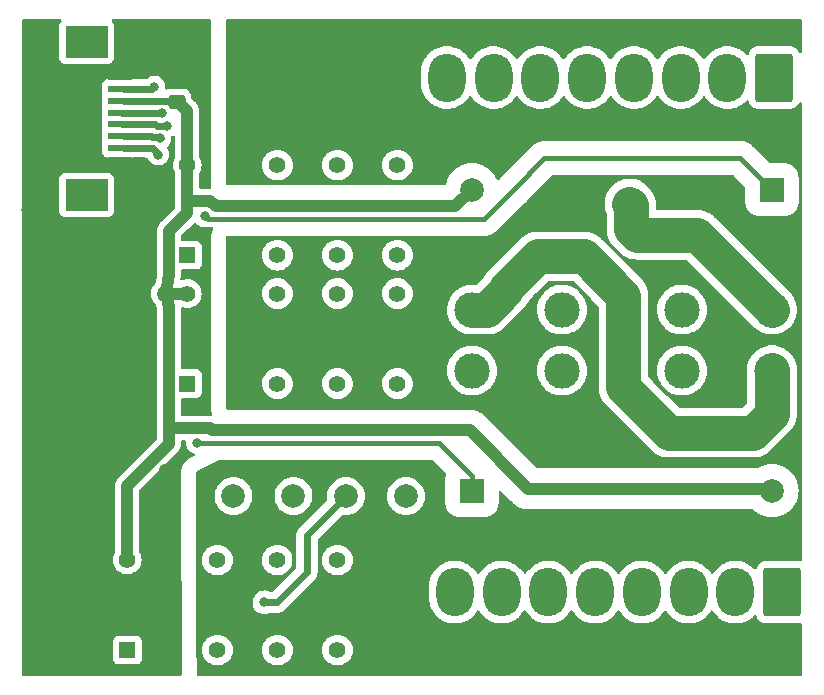
<source format=gbr>
%TF.GenerationSoftware,KiCad,Pcbnew,(6.0.8-1)-1*%
%TF.CreationDate,2022-10-16T10:23:05+02:00*%
%TF.ProjectId,HP6632B_relay_board,48503636-3332-4425-9f72-656c61795f62,rev?*%
%TF.SameCoordinates,Original*%
%TF.FileFunction,Copper,L1,Top*%
%TF.FilePolarity,Positive*%
%FSLAX46Y46*%
G04 Gerber Fmt 4.6, Leading zero omitted, Abs format (unit mm)*
G04 Created by KiCad (PCBNEW (6.0.8-1)-1) date 2022-10-16 10:23:05*
%MOMM*%
%LPD*%
G01*
G04 APERTURE LIST*
G04 Aperture macros list*
%AMRoundRect*
0 Rectangle with rounded corners*
0 $1 Rounding radius*
0 $2 $3 $4 $5 $6 $7 $8 $9 X,Y pos of 4 corners*
0 Add a 4 corners polygon primitive as box body*
4,1,4,$2,$3,$4,$5,$6,$7,$8,$9,$2,$3,0*
0 Add four circle primitives for the rounded corners*
1,1,$1+$1,$2,$3*
1,1,$1+$1,$4,$5*
1,1,$1+$1,$6,$7*
1,1,$1+$1,$8,$9*
0 Add four rect primitives between the rounded corners*
20,1,$1+$1,$2,$3,$4,$5,0*
20,1,$1+$1,$4,$5,$6,$7,0*
20,1,$1+$1,$6,$7,$8,$9,0*
20,1,$1+$1,$8,$9,$2,$3,0*%
G04 Aperture macros list end*
%TA.AperFunction,ComponentPad*%
%ADD10C,2.000000*%
%TD*%
%TA.AperFunction,ComponentPad*%
%ADD11R,1.400000X1.400000*%
%TD*%
%TA.AperFunction,ComponentPad*%
%ADD12C,1.400000*%
%TD*%
%TA.AperFunction,ComponentPad*%
%ADD13RoundRect,0.250000X1.330000X1.800000X-1.330000X1.800000X-1.330000X-1.800000X1.330000X-1.800000X0*%
%TD*%
%TA.AperFunction,ComponentPad*%
%ADD14O,3.160000X4.100000*%
%TD*%
%TA.AperFunction,SMDPad,CuDef*%
%ADD15R,2.000000X0.610000*%
%TD*%
%TA.AperFunction,SMDPad,CuDef*%
%ADD16R,3.600000X2.680000*%
%TD*%
%TA.AperFunction,ComponentPad*%
%ADD17R,2.000000X2.000000*%
%TD*%
%TA.AperFunction,ComponentPad*%
%ADD18C,3.000000*%
%TD*%
%TA.AperFunction,SMDPad,CuDef*%
%ADD19RoundRect,0.250000X0.475000X-0.337500X0.475000X0.337500X-0.475000X0.337500X-0.475000X-0.337500X0*%
%TD*%
%TA.AperFunction,ComponentPad*%
%ADD20RoundRect,0.250000X-1.330000X-1.800000X1.330000X-1.800000X1.330000X1.800000X-1.330000X1.800000X0*%
%TD*%
%TA.AperFunction,ViaPad*%
%ADD21C,1.500000*%
%TD*%
%TA.AperFunction,ViaPad*%
%ADD22C,0.800000*%
%TD*%
%TA.AperFunction,Conductor*%
%ADD23C,1.000000*%
%TD*%
%TA.AperFunction,Conductor*%
%ADD24C,0.600000*%
%TD*%
%TA.AperFunction,Conductor*%
%ADD25C,0.300000*%
%TD*%
%TA.AperFunction,Conductor*%
%ADD26C,3.000000*%
%TD*%
%TA.AperFunction,Conductor*%
%ADD27C,0.400000*%
%TD*%
G04 APERTURE END LIST*
D10*
%TO.P,F601,1*%
%TO.N,/SENSE_A-*%
X113665000Y-68072000D03*
%TO.P,F601,2*%
%TO.N,Net-(F601-Pad2)*%
X108585000Y-68062000D03*
%TD*%
D11*
%TO.P,K601,1*%
%TO.N,Net-(K601-Pad1)*%
X104680500Y-47670483D03*
D12*
%TO.P,K601,4*%
%TO.N,/SENSE_A+*%
X112300500Y-47670483D03*
%TO.P,K601,6*%
%TO.N,unconnected-(K601-Pad6)*%
X117380500Y-47670483D03*
%TO.P,K601,8*%
%TO.N,/SENSE_P+*%
X122460500Y-47670483D03*
%TO.P,K601,9*%
%TO.N,/SENSE_P-*%
X122460500Y-40050483D03*
%TO.P,K601,11*%
%TO.N,unconnected-(K601-Pad11)*%
X117380500Y-40050483D03*
%TO.P,K601,13*%
%TO.N,/SENSE_A-*%
X112300500Y-40050483D03*
%TO.P,K601,16*%
%TO.N,+15V*%
X104680500Y-40050483D03*
%TD*%
D13*
%TO.P,J620,1,Pin_1*%
%TO.N,unconnected-(J620-Pad1)*%
X155042000Y-76204500D03*
D14*
%TO.P,J620,2,Pin_2*%
%TO.N,/OUT_A+*%
X151082000Y-76204500D03*
%TO.P,J620,3,Pin_3*%
%TO.N,/OUT_A-*%
X147122000Y-76204500D03*
%TO.P,J620,4,Pin_4*%
%TO.N,unconnected-(J620-Pad4)*%
X143162000Y-76204500D03*
%TO.P,J620,5,Pin_5*%
%TO.N,unconnected-(J620-Pad5)*%
X139202000Y-76204500D03*
%TO.P,J620,6,Pin_6*%
%TO.N,/SENSE_A+*%
X135242000Y-76204500D03*
%TO.P,J620,7,Pin_7*%
%TO.N,/SENSE_A-*%
X131282000Y-76204500D03*
%TO.P,J620,8,Pin_8*%
%TO.N,unconnected-(J620-Pad8)*%
X127322000Y-76204500D03*
%TO.P,J620,9,Pin_9*%
%TO.N,Earth*%
X123362000Y-76204500D03*
%TD*%
D15*
%TO.P,J610,1,Pin_1*%
%TO.N,GND*%
X98955000Y-32594600D03*
%TO.P,J610,2,Pin_2*%
%TO.N,/RLY_SEN_REM_R*%
X98955000Y-33594600D03*
%TO.P,J610,3,Pin_3*%
%TO.N,+15V*%
X98955000Y-34594600D03*
%TO.P,J610,4,Pin_4*%
%TO.N,/RLY_OUT_REV*%
X98955000Y-35594600D03*
%TO.P,J610,5,Pin_5*%
%TO.N,/RLY_SEN_LOC*%
X98955000Y-36594600D03*
%TO.P,J610,6,Pin_6*%
%TO.N,/REL_OUT_NORM*%
X98955000Y-37594600D03*
%TO.P,J610,7,Pin_7*%
%TO.N,/REL_SEN_REM_N*%
X98955000Y-38594600D03*
%TO.P,J610,8,Pin_8*%
%TO.N,GND*%
X98955000Y-39594600D03*
D16*
%TO.P,J610,MP*%
%TO.N,N/C*%
X96155000Y-29604600D03*
X96155000Y-42584600D03*
%TD*%
D17*
%TO.P,K604,1*%
%TO.N,Net-(K604-Pad1)*%
X128778000Y-67604000D03*
D10*
%TO.P,K604,4*%
%TO.N,+15V*%
X154178000Y-67604000D03*
D18*
%TO.P,K604,5*%
%TO.N,/OUT_A+*%
X154178000Y-57444000D03*
%TO.P,K604,6*%
%TO.N,/OUT_P+*%
X146558000Y-57444000D03*
%TO.P,K604,7*%
%TO.N,/OUT_P-*%
X136398000Y-57444000D03*
%TO.P,K604,8*%
%TO.N,/OUT_A-*%
X128778000Y-57444000D03*
%TD*%
D17*
%TO.P,K605,1*%
%TO.N,Net-(K605-Pad1)*%
X154178000Y-42124000D03*
D10*
%TO.P,K605,4*%
%TO.N,+15V*%
X128778000Y-42124000D03*
D18*
%TO.P,K605,5*%
%TO.N,/OUT_A+*%
X128778000Y-52284000D03*
%TO.P,K605,6*%
%TO.N,/OUT_P-*%
X136398000Y-52284000D03*
%TO.P,K605,7*%
%TO.N,/OUT_P+*%
X146558000Y-52284000D03*
%TO.P,K605,8*%
%TO.N,/OUT_A-*%
X154178000Y-52284000D03*
%TD*%
D19*
%TO.P,C600,1*%
%TO.N,+15V*%
X103784400Y-34667100D03*
%TO.P,C600,2*%
%TO.N,GND*%
X103784400Y-32592100D03*
%TD*%
D11*
%TO.P,K603,1*%
%TO.N,Net-(K603-Pad1)*%
X104680500Y-58544983D03*
D12*
%TO.P,K603,4*%
%TO.N,/SENSE_A+*%
X112300500Y-58544983D03*
%TO.P,K603,6*%
%TO.N,unconnected-(K603-Pad6)*%
X117380500Y-58544983D03*
%TO.P,K603,8*%
%TO.N,/SENSE_P-*%
X122460500Y-58544983D03*
%TO.P,K603,9*%
%TO.N,/SENSE_P+*%
X122460500Y-50924983D03*
%TO.P,K603,11*%
%TO.N,unconnected-(K603-Pad11)*%
X117380500Y-50924983D03*
%TO.P,K603,13*%
%TO.N,/SENSE_A-*%
X112300500Y-50924983D03*
%TO.P,K603,16*%
%TO.N,+15V*%
X104680500Y-50924983D03*
%TD*%
D11*
%TO.P,K602,1*%
%TO.N,Net-(K602-Pad1)*%
X99600500Y-81105500D03*
D12*
%TO.P,K602,4*%
%TO.N,Net-(K602-Pad4)*%
X107220500Y-81105500D03*
%TO.P,K602,6*%
%TO.N,/OUT_A+*%
X112300500Y-81105500D03*
%TO.P,K602,8*%
%TO.N,unconnected-(K602-Pad8)*%
X117380500Y-81105500D03*
%TO.P,K602,9*%
%TO.N,unconnected-(K602-Pad9)*%
X117380500Y-73485500D03*
%TO.P,K602,11*%
%TO.N,/OUT_A-*%
X112300500Y-73485500D03*
%TO.P,K602,13*%
%TO.N,Net-(K602-Pad13)*%
X107220500Y-73485500D03*
%TO.P,K602,16*%
%TO.N,+15V*%
X99600500Y-73485500D03*
%TD*%
D10*
%TO.P,F602,1*%
%TO.N,/SENSE_A+*%
X123190000Y-68072000D03*
%TO.P,F602,2*%
%TO.N,Net-(F602-Pad2)*%
X118110000Y-68062000D03*
%TD*%
D20*
%TO.P,J1,1,Pin_1*%
%TO.N,unconnected-(J1-Pad1)*%
X154362000Y-32639000D03*
D14*
%TO.P,J1,2,Pin_2*%
%TO.N,/OUT_P+*%
X150402000Y-32639000D03*
%TO.P,J1,3,Pin_3*%
%TO.N,/OUT_P-*%
X146442000Y-32639000D03*
%TO.P,J1,4,Pin_4*%
%TO.N,unconnected-(J1-Pad4)*%
X142482000Y-32639000D03*
%TO.P,J1,5,Pin_5*%
%TO.N,unconnected-(J1-Pad5)*%
X138522000Y-32639000D03*
%TO.P,J1,6,Pin_6*%
%TO.N,/SENSE_P+*%
X134562000Y-32639000D03*
%TO.P,J1,7,Pin_7*%
%TO.N,/SENSE_P-*%
X130602000Y-32639000D03*
%TO.P,J1,8,Pin_8*%
%TO.N,unconnected-(J1-Pad8)*%
X126642000Y-32639000D03*
%TO.P,J1,9,Pin_9*%
%TO.N,Earth*%
X122782000Y-32639000D03*
%TD*%
D21*
%TO.N,+15V*%
X102870000Y-50927000D03*
D22*
%TO.N,GND*%
X106172000Y-41402000D03*
X94488000Y-71120000D03*
X100838000Y-63754000D03*
X91186000Y-48514000D03*
X101092000Y-40894000D03*
X102743000Y-65786000D03*
X91440000Y-82550000D03*
X99568000Y-42545000D03*
X101092000Y-42545000D03*
X100965000Y-48387000D03*
X99568000Y-40894000D03*
X105664000Y-55626000D03*
X104648000Y-60833000D03*
X91186000Y-59436000D03*
X103505000Y-82550000D03*
X91313000Y-28448000D03*
X105156000Y-45720000D03*
X96901000Y-71120000D03*
X91059000Y-43815000D03*
X105918000Y-28321000D03*
%TO.N,Net-(F602-Pad2)*%
X111201200Y-77063600D03*
%TO.N,Earth*%
X108712000Y-65786000D03*
X156210000Y-54864000D03*
X136906000Y-37592000D03*
X109570100Y-74935500D03*
X115112617Y-59994983D03*
X155651200Y-70916800D03*
X140462000Y-35052000D03*
X119888000Y-40767000D03*
X155854400Y-45059600D03*
X150012400Y-52425600D03*
X123139200Y-65786000D03*
X109728000Y-82499200D03*
X137287000Y-73152000D03*
X155346400Y-28295600D03*
X125171017Y-59994983D03*
X139192000Y-43688000D03*
X131876800Y-68834000D03*
X147828000Y-60198000D03*
X144018000Y-41402000D03*
X155702000Y-82423000D03*
X109169200Y-28295600D03*
X143129000Y-73152000D03*
X112624307Y-71069907D03*
X136499600Y-28346400D03*
X133096000Y-73152000D03*
X133858000Y-43307000D03*
X145142000Y-78327806D03*
X114173000Y-77343000D03*
X143637000Y-49022000D03*
X141376400Y-69596000D03*
X118668800Y-54508400D03*
X115062000Y-40894000D03*
X148336000Y-36830000D03*
X133477000Y-58420000D03*
X119837017Y-59994983D03*
X153924000Y-73152000D03*
X131191000Y-40005000D03*
X149102000Y-78327807D03*
X120446800Y-68275200D03*
X110998000Y-52832000D03*
X136525000Y-35052000D03*
X108356400Y-46532800D03*
X125349000Y-46609000D03*
X115722400Y-66548000D03*
X155651200Y-64312800D03*
X108356400Y-41275000D03*
X132461000Y-35179000D03*
X120040400Y-73456800D03*
X132588000Y-54737000D03*
X153335500Y-35815500D03*
X108356400Y-59944000D03*
X155854400Y-38963600D03*
X135636000Y-65227200D03*
X152654000Y-78994000D03*
X119837200Y-82550000D03*
X151003000Y-41910000D03*
X115366800Y-46888400D03*
X106273600Y-69088000D03*
X148463000Y-72136000D03*
%TO.N,/RLY_SEN_REM_R*%
X101893000Y-33401000D03*
%TO.N,/RLY_OUT_REV*%
X102514400Y-35661600D03*
%TO.N,/RLY_SEN_LOC*%
X102971600Y-36779200D03*
%TO.N,/REL_OUT_NORM*%
X102362000Y-37795200D03*
%TO.N,/REL_SEN_REM_N*%
X102209600Y-39166800D03*
D21*
%TO.N,/OUT_A-*%
X142273961Y-45432038D03*
X142113000Y-43307000D03*
D22*
%TO.N,Net-(K604-Pad1)*%
X105460800Y-63550800D03*
%TO.N,Net-(K605-Pad1)*%
X106172000Y-44399200D03*
%TD*%
D23*
%TO.N,+15V*%
X128778000Y-42124000D02*
X127378000Y-43524000D01*
X106807000Y-62491900D02*
X106615900Y-62300800D01*
X102870000Y-50927000D02*
X103130500Y-49282500D01*
X104648000Y-44069000D02*
X104648000Y-35433000D01*
X104648000Y-35433000D02*
X103886000Y-34671000D01*
X103130500Y-49282500D02*
X103130500Y-45586500D01*
X103124000Y-63637233D02*
X103124000Y-52040233D01*
X103124000Y-52040233D02*
X102870000Y-50927000D01*
X154020000Y-67446000D02*
X133529360Y-67446000D01*
X99568000Y-73533000D02*
X99568000Y-67193233D01*
X103130500Y-45586500D02*
X104648000Y-44069000D01*
X103180200Y-62300800D02*
X103124000Y-62357000D01*
X107064567Y-43524000D02*
X106593567Y-43053000D01*
X106593567Y-43053000D02*
X104775000Y-43053000D01*
X133529360Y-67446000D02*
X128575260Y-62491900D01*
D24*
X99320000Y-34594600D02*
X103809600Y-34594600D01*
D23*
X102870000Y-50927000D02*
X104775000Y-50927000D01*
X106615900Y-62300800D02*
X103180200Y-62300800D01*
X127378000Y-43524000D02*
X107064567Y-43524000D01*
X99568000Y-67193233D02*
X103124000Y-63637233D01*
X128575260Y-62491900D02*
X106807000Y-62491900D01*
D24*
%TO.N,Net-(F602-Pad2)*%
X112257934Y-77063600D02*
X111201200Y-77063600D01*
X114800500Y-71374000D02*
X118102500Y-68072000D01*
X112257934Y-77063600D02*
X114800500Y-74521034D01*
X114800500Y-74521034D02*
X114800500Y-71374000D01*
D25*
%TO.N,Earth*%
X144592059Y-65024000D02*
X153422980Y-65024000D01*
X138684000Y-58674000D02*
X137664000Y-59694000D01*
X113513307Y-70180907D02*
X113750500Y-70418100D01*
X134148000Y-51145000D02*
X134239000Y-51054000D01*
X147828000Y-60198000D02*
X148808000Y-59218000D01*
X113750500Y-70418100D02*
X113750500Y-74086110D01*
X115722400Y-68489474D02*
X114158674Y-70053200D01*
X148808000Y-51352019D02*
X147366981Y-49911000D01*
X124940000Y-72875200D02*
X124714000Y-73101200D01*
X148636980Y-43561000D02*
X144526000Y-43561000D01*
X149098000Y-73152000D02*
X153924000Y-73152000D01*
X148463000Y-72136000D02*
X149098000Y-72176500D01*
X145806500Y-79004500D02*
X145161000Y-78359000D01*
X108813600Y-46482000D02*
X108813600Y-50850800D01*
X153422980Y-65024000D02*
X156464000Y-61982980D01*
X149743500Y-79004500D02*
X149098000Y-78359000D01*
X152643500Y-79004500D02*
X149743500Y-79004500D01*
X126528000Y-49687373D02*
X123061110Y-46220483D01*
X105613200Y-81548810D02*
X105613200Y-73914000D01*
X112855810Y-74980800D02*
X109524800Y-74980800D01*
X129018039Y-49911000D02*
X127969019Y-49911000D01*
X128016000Y-54737000D02*
X126528000Y-56225000D01*
X106619890Y-82555500D02*
X105613200Y-81548810D01*
X126528000Y-51352019D02*
X126528000Y-49687373D01*
X124940000Y-67347126D02*
X124940000Y-70690800D01*
X132588000Y-52912019D02*
X135466019Y-50034000D01*
X134148000Y-58964000D02*
X134148000Y-51145000D01*
X123698000Y-73152000D02*
X129286000Y-73152000D01*
X108813600Y-52374800D02*
X108813600Y-59893200D01*
X125171017Y-59994983D02*
X119837017Y-59994983D01*
X137664000Y-59694000D02*
X134878000Y-59694000D01*
X122631200Y-32766000D02*
X122631200Y-36322000D01*
X134878000Y-59694000D02*
X134148000Y-58964000D01*
X109570100Y-74124114D02*
X112624307Y-71069907D01*
X149098000Y-72176500D02*
X149098000Y-73152000D01*
X156464000Y-61982980D02*
X156464000Y-54610000D01*
X108250958Y-82555500D02*
X106619890Y-82555500D01*
X144308000Y-51352019D02*
X144308000Y-50648057D01*
X122631200Y-36322000D02*
X124815600Y-38506400D01*
X114158674Y-70053200D02*
X113641014Y-70053200D01*
X109075117Y-46220483D02*
X108991400Y-46304200D01*
X141181020Y-41057000D02*
X139827000Y-42411020D01*
X113750500Y-74086110D02*
X112855810Y-74980800D01*
X109570100Y-74935500D02*
X109570100Y-74124114D01*
X147570000Y-59694000D02*
X147828000Y-59952000D01*
X123061110Y-46220483D02*
X109075117Y-46220483D01*
X132588000Y-54737000D02*
X132588000Y-52912019D01*
X153335500Y-35815500D02*
X153334000Y-35814000D01*
X152654000Y-78994000D02*
X152643500Y-79004500D01*
X107878126Y-66294000D02*
X123886874Y-66294000D01*
X124815600Y-38506400D02*
X124815600Y-39745993D01*
X123362000Y-76204500D02*
X123362000Y-73488000D01*
X135466019Y-50034000D02*
X137329981Y-50034000D01*
X128020000Y-59694000D02*
X134743000Y-59694000D01*
X134743000Y-59694000D02*
X134874000Y-59563000D01*
X144308000Y-51352019D02*
X144308000Y-58375981D01*
X105635000Y-73950610D02*
X105635000Y-68537126D01*
X148425307Y-79004500D02*
X145806500Y-79004500D01*
X105635000Y-68537126D02*
X107878126Y-66294000D01*
X138684000Y-59115941D02*
X144592059Y-65024000D01*
X123886874Y-66294000D02*
X124940000Y-67347126D01*
X147828000Y-59952000D02*
X147828000Y-60198000D01*
X132588000Y-54737000D02*
X125984000Y-54737000D01*
X137287000Y-73152000D02*
X143129000Y-73152000D01*
X126528000Y-53249000D02*
X128016000Y-54737000D01*
X133096000Y-73152000D02*
X137287000Y-73152000D01*
X139193943Y-45534000D02*
X133395039Y-45534000D01*
X153334000Y-35814000D02*
X153289000Y-35814000D01*
X144526000Y-43561000D02*
X144523961Y-43563039D01*
X108889983Y-59994983D02*
X108839000Y-59944000D01*
X119837017Y-59994983D02*
X115112617Y-59994983D01*
X145626019Y-59694000D02*
X147570000Y-59694000D01*
X115112617Y-59994983D02*
X108889983Y-59994983D01*
X127719017Y-59994983D02*
X125171017Y-59994983D01*
X148808000Y-54701000D02*
X148971000Y-54864000D01*
X118124590Y-70690800D02*
X124940000Y-70690800D01*
X144523961Y-42535981D02*
X143044980Y-41057000D01*
X124815600Y-39745993D02*
X123061110Y-41500483D01*
X123061110Y-41500483D02*
X109318483Y-41500483D01*
X112624307Y-71069907D02*
X113513307Y-70180907D01*
X144523961Y-43563039D02*
X144523961Y-42535981D01*
X127846019Y-59694000D02*
X128020000Y-59694000D01*
X108813600Y-50850800D02*
X108813600Y-52374800D01*
X138684000Y-51388019D02*
X138684000Y-58420000D01*
X149102000Y-78327807D02*
X148425307Y-79004500D01*
X127969019Y-49911000D02*
X126528000Y-51352019D01*
X143044980Y-41057000D02*
X141181020Y-41057000D01*
X156464000Y-54864000D02*
X156464000Y-51388020D01*
X124940000Y-70690800D02*
X124940000Y-72875200D01*
X148808000Y-54701000D02*
X148808000Y-51352019D01*
X139827000Y-42411020D02*
X139827000Y-46101000D01*
X128020000Y-59694000D02*
X127719017Y-59994983D01*
X126528000Y-58375981D02*
X127846019Y-59694000D01*
X138684000Y-58420000D02*
X138684000Y-59115941D01*
X113641014Y-70053200D02*
X113513307Y-70180907D01*
X148808000Y-59218000D02*
X148808000Y-54701000D01*
X144308000Y-50648057D02*
X139193943Y-45534000D01*
X148763980Y-43688000D02*
X148636980Y-43561000D01*
X156464000Y-51388020D02*
X148763980Y-43688000D01*
X109570100Y-74935500D02*
X106619890Y-74935500D01*
X123362000Y-73488000D02*
X123698000Y-73152000D01*
X144308000Y-58375981D02*
X145626019Y-59694000D01*
X138684000Y-58420000D02*
X138684000Y-58674000D01*
X143129000Y-73152000D02*
X149098000Y-73152000D01*
X126528000Y-51352019D02*
X126528000Y-53249000D01*
X126528000Y-56225000D02*
X126528000Y-58375981D01*
X106619890Y-74935500D02*
X105635000Y-73950610D01*
X137329981Y-50034000D02*
X138684000Y-51388019D01*
X129286000Y-73152000D02*
X133096000Y-73152000D01*
X108991400Y-46304200D02*
X108813600Y-46482000D01*
X148971000Y-54864000D02*
X156210000Y-54864000D01*
X115930500Y-72884890D02*
X118124590Y-70690800D01*
X115722400Y-66548000D02*
X115722400Y-68489474D01*
X145749019Y-49911000D02*
X144308000Y-51352019D01*
X133395039Y-45534000D02*
X129018039Y-49911000D01*
X147366981Y-49911000D02*
X145749019Y-49911000D01*
X156210000Y-54864000D02*
X156464000Y-54864000D01*
D24*
%TO.N,/RLY_SEN_REM_R*%
X99320000Y-33594600D02*
X101660400Y-33594600D01*
X101660400Y-33594600D02*
X101854000Y-33401000D01*
D25*
X101893000Y-33401000D02*
X101853000Y-33594600D01*
D24*
%TO.N,/RLY_OUT_REV*%
X102447400Y-35594600D02*
X102514400Y-35661600D01*
X99187000Y-35594600D02*
X102447400Y-35594600D01*
%TO.N,/RLY_SEN_LOC*%
X102079475Y-36711600D02*
X102988400Y-36711600D01*
X99187000Y-36594600D02*
X101962475Y-36594600D01*
X101962475Y-36594600D02*
X102079475Y-36711600D01*
%TO.N,/REL_OUT_NORM*%
X101618972Y-37594600D02*
X101685972Y-37661600D01*
X101685972Y-37661600D02*
X102279200Y-37661600D01*
X99314000Y-37592000D02*
X101618972Y-37594600D01*
X102279200Y-37661600D02*
X102412800Y-37795200D01*
%TO.N,/REL_SEN_REM_N*%
X101733200Y-38639600D02*
X102209600Y-39116000D01*
X101332600Y-38594600D02*
X101377600Y-38639600D01*
X101377600Y-38639600D02*
X101733200Y-38639600D01*
X99314000Y-38594600D02*
X101332600Y-38594600D01*
D26*
%TO.N,/OUT_A+*%
X134327019Y-47784000D02*
X138261962Y-47784000D01*
X154178000Y-61087000D02*
X154178000Y-57404000D01*
X131656019Y-50455000D02*
X134327019Y-47784000D01*
X141605000Y-51127038D02*
X141605000Y-58854961D01*
X141605000Y-58854961D02*
X145448039Y-62698000D01*
X138261962Y-47784000D02*
X141605000Y-51127038D01*
X145448039Y-62698000D02*
X152567000Y-62698000D01*
X131656019Y-50662019D02*
X131656019Y-50455000D01*
X152567000Y-62698000D02*
X154178000Y-61087000D01*
X128778000Y-52284000D02*
X130034038Y-52284000D01*
X130034038Y-52284000D02*
X131656019Y-50662019D01*
%TO.N,/OUT_A-*%
X154178000Y-52284000D02*
X147834039Y-45940039D01*
X147834039Y-45940039D02*
X142781962Y-45940039D01*
X142113000Y-43307000D02*
X142273961Y-43467961D01*
X142273961Y-43467961D02*
X142273961Y-45432038D01*
X142781962Y-45940039D02*
X142273961Y-45432038D01*
D27*
%TO.N,Net-(K604-Pad1)*%
X128778000Y-66344800D02*
X125975100Y-63541900D01*
X128778000Y-67604000D02*
X128778000Y-66344800D01*
X125975100Y-63541900D02*
X105469700Y-63541900D01*
%TO.N,Net-(K605-Pad1)*%
X129822400Y-44574000D02*
X106423000Y-44574000D01*
X106423000Y-44574000D02*
X106172000Y-44323000D01*
X151511000Y-39457000D02*
X134914000Y-39457000D01*
X106200717Y-44370483D02*
X106172000Y-44399200D01*
X154178000Y-42124000D02*
X151511000Y-39457000D01*
X132334000Y-42062400D02*
X129822400Y-44574000D01*
X134914000Y-39457000D02*
X132334000Y-42037000D01*
%TD*%
%TA.AperFunction,Conductor*%
%TO.N,Earth*%
G36*
X156659621Y-27706502D02*
G01*
X156706114Y-27760158D01*
X156717500Y-27812500D01*
X156717500Y-30454823D01*
X156697498Y-30522944D01*
X156643842Y-30569437D01*
X156573568Y-30579541D01*
X156508988Y-30550047D01*
X156478640Y-30510847D01*
X156412731Y-30378074D01*
X156296940Y-30234060D01*
X156152926Y-30118269D01*
X156070167Y-30077187D01*
X155993519Y-30039138D01*
X155993515Y-30039136D01*
X155987408Y-30036105D01*
X155946735Y-30025964D01*
X155813503Y-29992745D01*
X155813499Y-29992744D01*
X155808107Y-29991400D01*
X155791294Y-29990254D01*
X155767714Y-29988646D01*
X155767701Y-29988646D01*
X155765566Y-29988500D01*
X152958434Y-29988500D01*
X152956299Y-29988646D01*
X152956286Y-29988646D01*
X152932706Y-29990254D01*
X152915893Y-29991400D01*
X152910501Y-29992744D01*
X152910497Y-29992745D01*
X152777265Y-30025964D01*
X152736592Y-30036105D01*
X152730485Y-30039136D01*
X152730481Y-30039138D01*
X152653833Y-30077187D01*
X152571074Y-30118269D01*
X152427060Y-30234060D01*
X152311269Y-30378074D01*
X152305261Y-30390177D01*
X152232138Y-30537481D01*
X152232136Y-30537485D01*
X152229105Y-30543592D01*
X152220299Y-30578913D01*
X152209023Y-30624137D01*
X152173136Y-30685395D01*
X152109826Y-30717527D01*
X152039195Y-30710330D01*
X151994466Y-30679426D01*
X151901064Y-30578913D01*
X151901061Y-30578910D01*
X151898143Y-30575770D01*
X151668074Y-30387461D01*
X151414577Y-30232118D01*
X151386824Y-30219935D01*
X151146276Y-30114342D01*
X151142344Y-30112616D01*
X151111550Y-30103844D01*
X150860541Y-30032341D01*
X150860534Y-30032340D01*
X150856411Y-30031165D01*
X150852169Y-30030561D01*
X150852163Y-30030560D01*
X150636272Y-29999835D01*
X150562069Y-29989274D01*
X150405943Y-29988457D01*
X150269051Y-29987740D01*
X150269045Y-29987740D01*
X150264765Y-29987718D01*
X150260521Y-29988277D01*
X150260517Y-29988277D01*
X150130967Y-30005333D01*
X149970001Y-30026524D01*
X149965861Y-30027657D01*
X149965859Y-30027657D01*
X149941014Y-30034454D01*
X149683231Y-30104976D01*
X149679283Y-30106660D01*
X149413713Y-30219935D01*
X149413709Y-30219937D01*
X149409761Y-30221621D01*
X149380093Y-30239377D01*
X149158333Y-30372096D01*
X149158329Y-30372099D01*
X149154651Y-30374300D01*
X149151308Y-30376978D01*
X149151304Y-30376981D01*
X149141018Y-30385222D01*
X148922623Y-30560190D01*
X148919679Y-30563292D01*
X148919675Y-30563296D01*
X148727853Y-30765434D01*
X148717970Y-30775849D01*
X148544479Y-31017288D01*
X148534120Y-31036854D01*
X148484569Y-31087694D01*
X148415395Y-31103676D01*
X148348561Y-31079723D01*
X148314991Y-31043163D01*
X148313445Y-31040610D01*
X148311480Y-31036803D01*
X148306953Y-31030361D01*
X148217898Y-30903649D01*
X148140526Y-30793560D01*
X148034466Y-30679426D01*
X147941064Y-30578913D01*
X147941061Y-30578910D01*
X147938143Y-30575770D01*
X147708074Y-30387461D01*
X147454577Y-30232118D01*
X147426824Y-30219935D01*
X147186276Y-30114342D01*
X147182344Y-30112616D01*
X147151550Y-30103844D01*
X146900541Y-30032341D01*
X146900534Y-30032340D01*
X146896411Y-30031165D01*
X146892169Y-30030561D01*
X146892163Y-30030560D01*
X146676272Y-29999835D01*
X146602069Y-29989274D01*
X146445943Y-29988457D01*
X146309051Y-29987740D01*
X146309045Y-29987740D01*
X146304765Y-29987718D01*
X146300521Y-29988277D01*
X146300517Y-29988277D01*
X146170967Y-30005333D01*
X146010001Y-30026524D01*
X146005861Y-30027657D01*
X146005859Y-30027657D01*
X145981014Y-30034454D01*
X145723231Y-30104976D01*
X145719283Y-30106660D01*
X145453713Y-30219935D01*
X145453709Y-30219937D01*
X145449761Y-30221621D01*
X145420093Y-30239377D01*
X145198333Y-30372096D01*
X145198329Y-30372099D01*
X145194651Y-30374300D01*
X145191308Y-30376978D01*
X145191304Y-30376981D01*
X145181018Y-30385222D01*
X144962623Y-30560190D01*
X144959679Y-30563292D01*
X144959675Y-30563296D01*
X144767853Y-30765434D01*
X144757970Y-30775849D01*
X144584479Y-31017288D01*
X144574120Y-31036854D01*
X144524569Y-31087694D01*
X144455395Y-31103676D01*
X144388561Y-31079723D01*
X144354991Y-31043163D01*
X144353445Y-31040610D01*
X144351480Y-31036803D01*
X144346953Y-31030361D01*
X144257898Y-30903649D01*
X144180526Y-30793560D01*
X144074466Y-30679426D01*
X143981064Y-30578913D01*
X143981061Y-30578910D01*
X143978143Y-30575770D01*
X143748074Y-30387461D01*
X143494577Y-30232118D01*
X143466824Y-30219935D01*
X143226276Y-30114342D01*
X143222344Y-30112616D01*
X143191550Y-30103844D01*
X142940541Y-30032341D01*
X142940534Y-30032340D01*
X142936411Y-30031165D01*
X142932169Y-30030561D01*
X142932163Y-30030560D01*
X142716272Y-29999835D01*
X142642069Y-29989274D01*
X142485943Y-29988457D01*
X142349051Y-29987740D01*
X142349045Y-29987740D01*
X142344765Y-29987718D01*
X142340521Y-29988277D01*
X142340517Y-29988277D01*
X142210967Y-30005333D01*
X142050001Y-30026524D01*
X142045861Y-30027657D01*
X142045859Y-30027657D01*
X142021014Y-30034454D01*
X141763231Y-30104976D01*
X141759283Y-30106660D01*
X141493713Y-30219935D01*
X141493709Y-30219937D01*
X141489761Y-30221621D01*
X141460093Y-30239377D01*
X141238333Y-30372096D01*
X141238329Y-30372099D01*
X141234651Y-30374300D01*
X141231308Y-30376978D01*
X141231304Y-30376981D01*
X141221018Y-30385222D01*
X141002623Y-30560190D01*
X140999679Y-30563292D01*
X140999675Y-30563296D01*
X140807853Y-30765434D01*
X140797970Y-30775849D01*
X140624479Y-31017288D01*
X140614120Y-31036854D01*
X140564569Y-31087694D01*
X140495395Y-31103676D01*
X140428561Y-31079723D01*
X140394991Y-31043163D01*
X140393445Y-31040610D01*
X140391480Y-31036803D01*
X140386953Y-31030361D01*
X140297898Y-30903649D01*
X140220526Y-30793560D01*
X140114466Y-30679426D01*
X140021064Y-30578913D01*
X140021061Y-30578910D01*
X140018143Y-30575770D01*
X139788074Y-30387461D01*
X139534577Y-30232118D01*
X139506824Y-30219935D01*
X139266276Y-30114342D01*
X139262344Y-30112616D01*
X139231550Y-30103844D01*
X138980541Y-30032341D01*
X138980534Y-30032340D01*
X138976411Y-30031165D01*
X138972169Y-30030561D01*
X138972163Y-30030560D01*
X138756272Y-29999835D01*
X138682069Y-29989274D01*
X138525943Y-29988457D01*
X138389051Y-29987740D01*
X138389045Y-29987740D01*
X138384765Y-29987718D01*
X138380521Y-29988277D01*
X138380517Y-29988277D01*
X138250967Y-30005333D01*
X138090001Y-30026524D01*
X138085861Y-30027657D01*
X138085859Y-30027657D01*
X138061014Y-30034454D01*
X137803231Y-30104976D01*
X137799283Y-30106660D01*
X137533713Y-30219935D01*
X137533709Y-30219937D01*
X137529761Y-30221621D01*
X137500093Y-30239377D01*
X137278333Y-30372096D01*
X137278329Y-30372099D01*
X137274651Y-30374300D01*
X137271308Y-30376978D01*
X137271304Y-30376981D01*
X137261018Y-30385222D01*
X137042623Y-30560190D01*
X137039679Y-30563292D01*
X137039675Y-30563296D01*
X136847853Y-30765434D01*
X136837970Y-30775849D01*
X136664479Y-31017288D01*
X136654120Y-31036854D01*
X136604569Y-31087694D01*
X136535395Y-31103676D01*
X136468561Y-31079723D01*
X136434991Y-31043163D01*
X136433445Y-31040610D01*
X136431480Y-31036803D01*
X136426953Y-31030361D01*
X136337898Y-30903649D01*
X136260526Y-30793560D01*
X136154466Y-30679426D01*
X136061064Y-30578913D01*
X136061061Y-30578910D01*
X136058143Y-30575770D01*
X135828074Y-30387461D01*
X135574577Y-30232118D01*
X135546824Y-30219935D01*
X135306276Y-30114342D01*
X135302344Y-30112616D01*
X135271550Y-30103844D01*
X135020541Y-30032341D01*
X135020534Y-30032340D01*
X135016411Y-30031165D01*
X135012169Y-30030561D01*
X135012163Y-30030560D01*
X134796272Y-29999835D01*
X134722069Y-29989274D01*
X134565943Y-29988457D01*
X134429051Y-29987740D01*
X134429045Y-29987740D01*
X134424765Y-29987718D01*
X134420521Y-29988277D01*
X134420517Y-29988277D01*
X134290967Y-30005333D01*
X134130001Y-30026524D01*
X134125861Y-30027657D01*
X134125859Y-30027657D01*
X134101014Y-30034454D01*
X133843231Y-30104976D01*
X133839283Y-30106660D01*
X133573713Y-30219935D01*
X133573709Y-30219937D01*
X133569761Y-30221621D01*
X133540093Y-30239377D01*
X133318333Y-30372096D01*
X133318329Y-30372099D01*
X133314651Y-30374300D01*
X133311308Y-30376978D01*
X133311304Y-30376981D01*
X133301018Y-30385222D01*
X133082623Y-30560190D01*
X133079679Y-30563292D01*
X133079675Y-30563296D01*
X132887853Y-30765434D01*
X132877970Y-30775849D01*
X132704479Y-31017288D01*
X132694120Y-31036854D01*
X132644569Y-31087694D01*
X132575395Y-31103676D01*
X132508561Y-31079723D01*
X132474991Y-31043163D01*
X132473445Y-31040610D01*
X132471480Y-31036803D01*
X132466953Y-31030361D01*
X132377898Y-30903649D01*
X132300526Y-30793560D01*
X132194466Y-30679426D01*
X132101064Y-30578913D01*
X132101061Y-30578910D01*
X132098143Y-30575770D01*
X131868074Y-30387461D01*
X131614577Y-30232118D01*
X131586824Y-30219935D01*
X131346276Y-30114342D01*
X131342344Y-30112616D01*
X131311550Y-30103844D01*
X131060541Y-30032341D01*
X131060534Y-30032340D01*
X131056411Y-30031165D01*
X131052169Y-30030561D01*
X131052163Y-30030560D01*
X130836272Y-29999835D01*
X130762069Y-29989274D01*
X130605943Y-29988457D01*
X130469051Y-29987740D01*
X130469045Y-29987740D01*
X130464765Y-29987718D01*
X130460521Y-29988277D01*
X130460517Y-29988277D01*
X130330967Y-30005333D01*
X130170001Y-30026524D01*
X130165861Y-30027657D01*
X130165859Y-30027657D01*
X130141014Y-30034454D01*
X129883231Y-30104976D01*
X129879283Y-30106660D01*
X129613713Y-30219935D01*
X129613709Y-30219937D01*
X129609761Y-30221621D01*
X129580093Y-30239377D01*
X129358333Y-30372096D01*
X129358329Y-30372099D01*
X129354651Y-30374300D01*
X129351308Y-30376978D01*
X129351304Y-30376981D01*
X129341018Y-30385222D01*
X129122623Y-30560190D01*
X129119679Y-30563292D01*
X129119675Y-30563296D01*
X128927853Y-30765434D01*
X128917970Y-30775849D01*
X128744479Y-31017288D01*
X128734120Y-31036854D01*
X128684569Y-31087694D01*
X128615395Y-31103676D01*
X128548561Y-31079723D01*
X128514991Y-31043163D01*
X128513445Y-31040610D01*
X128511480Y-31036803D01*
X128506953Y-31030361D01*
X128417898Y-30903649D01*
X128340526Y-30793560D01*
X128234466Y-30679426D01*
X128141064Y-30578913D01*
X128141061Y-30578910D01*
X128138143Y-30575770D01*
X127908074Y-30387461D01*
X127654577Y-30232118D01*
X127626824Y-30219935D01*
X127386276Y-30114342D01*
X127382344Y-30112616D01*
X127351550Y-30103844D01*
X127100541Y-30032341D01*
X127100534Y-30032340D01*
X127096411Y-30031165D01*
X127092169Y-30030561D01*
X127092163Y-30030560D01*
X126876272Y-29999835D01*
X126802069Y-29989274D01*
X126645943Y-29988457D01*
X126509051Y-29987740D01*
X126509045Y-29987740D01*
X126504765Y-29987718D01*
X126500521Y-29988277D01*
X126500517Y-29988277D01*
X126370967Y-30005333D01*
X126210001Y-30026524D01*
X126205861Y-30027657D01*
X126205859Y-30027657D01*
X126181014Y-30034454D01*
X125923231Y-30104976D01*
X125919283Y-30106660D01*
X125653713Y-30219935D01*
X125653709Y-30219937D01*
X125649761Y-30221621D01*
X125620093Y-30239377D01*
X125398333Y-30372096D01*
X125398329Y-30372099D01*
X125394651Y-30374300D01*
X125391308Y-30376978D01*
X125391304Y-30376981D01*
X125381018Y-30385222D01*
X125162623Y-30560190D01*
X125159679Y-30563292D01*
X125159675Y-30563296D01*
X124967853Y-30765434D01*
X124957970Y-30775849D01*
X124784479Y-31017288D01*
X124645360Y-31280038D01*
X124543187Y-31559238D01*
X124479851Y-31849722D01*
X124479515Y-31853992D01*
X124463249Y-32060680D01*
X124461500Y-32082898D01*
X124461500Y-33183738D01*
X124461646Y-33185874D01*
X124461646Y-33185885D01*
X124473842Y-33364779D01*
X124476626Y-33405619D01*
X124536917Y-33696750D01*
X124636160Y-33977004D01*
X124772520Y-34241197D01*
X124774981Y-34244698D01*
X124774983Y-34244702D01*
X124783570Y-34256920D01*
X124943474Y-34484440D01*
X124946393Y-34487581D01*
X125141223Y-34697243D01*
X125145857Y-34702230D01*
X125375926Y-34890539D01*
X125629423Y-35045882D01*
X125633356Y-35047608D01*
X125633357Y-35047609D01*
X125716559Y-35084132D01*
X125901656Y-35165384D01*
X125905783Y-35166560D01*
X125905784Y-35166560D01*
X126183459Y-35245659D01*
X126183466Y-35245660D01*
X126187589Y-35246835D01*
X126191831Y-35247439D01*
X126191837Y-35247440D01*
X126407728Y-35278165D01*
X126481931Y-35288726D01*
X126638057Y-35289543D01*
X126774949Y-35290260D01*
X126774955Y-35290260D01*
X126779235Y-35290282D01*
X126783479Y-35289723D01*
X126783483Y-35289723D01*
X126913033Y-35272667D01*
X127073999Y-35251476D01*
X127095263Y-35245659D01*
X127129353Y-35236333D01*
X127360769Y-35173024D01*
X127430517Y-35143274D01*
X127630287Y-35058065D01*
X127630291Y-35058063D01*
X127634239Y-35056379D01*
X127763003Y-34979316D01*
X127885667Y-34905904D01*
X127885671Y-34905901D01*
X127889349Y-34903700D01*
X127892692Y-34901022D01*
X127892696Y-34901019D01*
X128059787Y-34767153D01*
X128121377Y-34717810D01*
X128124321Y-34714708D01*
X128124325Y-34714704D01*
X128323080Y-34505260D01*
X128323082Y-34505257D01*
X128326030Y-34502151D01*
X128499521Y-34260712D01*
X128509880Y-34241146D01*
X128559431Y-34190306D01*
X128628605Y-34174324D01*
X128695439Y-34198277D01*
X128729009Y-34234837D01*
X128730555Y-34237390D01*
X128732520Y-34241197D01*
X128734981Y-34244698D01*
X128734983Y-34244702D01*
X128743570Y-34256920D01*
X128903474Y-34484440D01*
X128906393Y-34487581D01*
X129101223Y-34697243D01*
X129105857Y-34702230D01*
X129335926Y-34890539D01*
X129589423Y-35045882D01*
X129593356Y-35047608D01*
X129593357Y-35047609D01*
X129676559Y-35084132D01*
X129861656Y-35165384D01*
X129865783Y-35166560D01*
X129865784Y-35166560D01*
X130143459Y-35245659D01*
X130143466Y-35245660D01*
X130147589Y-35246835D01*
X130151831Y-35247439D01*
X130151837Y-35247440D01*
X130367728Y-35278165D01*
X130441931Y-35288726D01*
X130598057Y-35289543D01*
X130734949Y-35290260D01*
X130734955Y-35290260D01*
X130739235Y-35290282D01*
X130743479Y-35289723D01*
X130743483Y-35289723D01*
X130873033Y-35272667D01*
X131033999Y-35251476D01*
X131055263Y-35245659D01*
X131089353Y-35236333D01*
X131320769Y-35173024D01*
X131390517Y-35143274D01*
X131590287Y-35058065D01*
X131590291Y-35058063D01*
X131594239Y-35056379D01*
X131723003Y-34979316D01*
X131845667Y-34905904D01*
X131845671Y-34905901D01*
X131849349Y-34903700D01*
X131852692Y-34901022D01*
X131852696Y-34901019D01*
X132019787Y-34767153D01*
X132081377Y-34717810D01*
X132084321Y-34714708D01*
X132084325Y-34714704D01*
X132283080Y-34505260D01*
X132283082Y-34505257D01*
X132286030Y-34502151D01*
X132459521Y-34260712D01*
X132469880Y-34241146D01*
X132519431Y-34190306D01*
X132588605Y-34174324D01*
X132655439Y-34198277D01*
X132689009Y-34234837D01*
X132690555Y-34237390D01*
X132692520Y-34241197D01*
X132694981Y-34244698D01*
X132694983Y-34244702D01*
X132703570Y-34256920D01*
X132863474Y-34484440D01*
X132866393Y-34487581D01*
X133061223Y-34697243D01*
X133065857Y-34702230D01*
X133295926Y-34890539D01*
X133549423Y-35045882D01*
X133553356Y-35047608D01*
X133553357Y-35047609D01*
X133636559Y-35084132D01*
X133821656Y-35165384D01*
X133825783Y-35166560D01*
X133825784Y-35166560D01*
X134103459Y-35245659D01*
X134103466Y-35245660D01*
X134107589Y-35246835D01*
X134111831Y-35247439D01*
X134111837Y-35247440D01*
X134327728Y-35278165D01*
X134401931Y-35288726D01*
X134558057Y-35289543D01*
X134694949Y-35290260D01*
X134694955Y-35290260D01*
X134699235Y-35290282D01*
X134703479Y-35289723D01*
X134703483Y-35289723D01*
X134833033Y-35272667D01*
X134993999Y-35251476D01*
X135015263Y-35245659D01*
X135049353Y-35236333D01*
X135280769Y-35173024D01*
X135350517Y-35143274D01*
X135550287Y-35058065D01*
X135550291Y-35058063D01*
X135554239Y-35056379D01*
X135683003Y-34979316D01*
X135805667Y-34905904D01*
X135805671Y-34905901D01*
X135809349Y-34903700D01*
X135812692Y-34901022D01*
X135812696Y-34901019D01*
X135979787Y-34767153D01*
X136041377Y-34717810D01*
X136044321Y-34714708D01*
X136044325Y-34714704D01*
X136243080Y-34505260D01*
X136243082Y-34505257D01*
X136246030Y-34502151D01*
X136419521Y-34260712D01*
X136429880Y-34241146D01*
X136479431Y-34190306D01*
X136548605Y-34174324D01*
X136615439Y-34198277D01*
X136649009Y-34234837D01*
X136650555Y-34237390D01*
X136652520Y-34241197D01*
X136654981Y-34244698D01*
X136654983Y-34244702D01*
X136663570Y-34256920D01*
X136823474Y-34484440D01*
X136826393Y-34487581D01*
X137021223Y-34697243D01*
X137025857Y-34702230D01*
X137255926Y-34890539D01*
X137509423Y-35045882D01*
X137513356Y-35047608D01*
X137513357Y-35047609D01*
X137596559Y-35084132D01*
X137781656Y-35165384D01*
X137785783Y-35166560D01*
X137785784Y-35166560D01*
X138063459Y-35245659D01*
X138063466Y-35245660D01*
X138067589Y-35246835D01*
X138071831Y-35247439D01*
X138071837Y-35247440D01*
X138287728Y-35278165D01*
X138361931Y-35288726D01*
X138518057Y-35289543D01*
X138654949Y-35290260D01*
X138654955Y-35290260D01*
X138659235Y-35290282D01*
X138663479Y-35289723D01*
X138663483Y-35289723D01*
X138793033Y-35272667D01*
X138953999Y-35251476D01*
X138975263Y-35245659D01*
X139009353Y-35236333D01*
X139240769Y-35173024D01*
X139310517Y-35143274D01*
X139510287Y-35058065D01*
X139510291Y-35058063D01*
X139514239Y-35056379D01*
X139643003Y-34979316D01*
X139765667Y-34905904D01*
X139765671Y-34905901D01*
X139769349Y-34903700D01*
X139772692Y-34901022D01*
X139772696Y-34901019D01*
X139939787Y-34767153D01*
X140001377Y-34717810D01*
X140004321Y-34714708D01*
X140004325Y-34714704D01*
X140203080Y-34505260D01*
X140203082Y-34505257D01*
X140206030Y-34502151D01*
X140379521Y-34260712D01*
X140389880Y-34241146D01*
X140439431Y-34190306D01*
X140508605Y-34174324D01*
X140575439Y-34198277D01*
X140609009Y-34234837D01*
X140610555Y-34237390D01*
X140612520Y-34241197D01*
X140614981Y-34244698D01*
X140614983Y-34244702D01*
X140623570Y-34256920D01*
X140783474Y-34484440D01*
X140786393Y-34487581D01*
X140981223Y-34697243D01*
X140985857Y-34702230D01*
X141215926Y-34890539D01*
X141469423Y-35045882D01*
X141473356Y-35047608D01*
X141473357Y-35047609D01*
X141556559Y-35084132D01*
X141741656Y-35165384D01*
X141745783Y-35166560D01*
X141745784Y-35166560D01*
X142023459Y-35245659D01*
X142023466Y-35245660D01*
X142027589Y-35246835D01*
X142031831Y-35247439D01*
X142031837Y-35247440D01*
X142247728Y-35278165D01*
X142321931Y-35288726D01*
X142478057Y-35289543D01*
X142614949Y-35290260D01*
X142614955Y-35290260D01*
X142619235Y-35290282D01*
X142623479Y-35289723D01*
X142623483Y-35289723D01*
X142753033Y-35272667D01*
X142913999Y-35251476D01*
X142935263Y-35245659D01*
X142969353Y-35236333D01*
X143200769Y-35173024D01*
X143270517Y-35143274D01*
X143470287Y-35058065D01*
X143470291Y-35058063D01*
X143474239Y-35056379D01*
X143603003Y-34979316D01*
X143725667Y-34905904D01*
X143725671Y-34905901D01*
X143729349Y-34903700D01*
X143732692Y-34901022D01*
X143732696Y-34901019D01*
X143899787Y-34767153D01*
X143961377Y-34717810D01*
X143964321Y-34714708D01*
X143964325Y-34714704D01*
X144163080Y-34505260D01*
X144163082Y-34505257D01*
X144166030Y-34502151D01*
X144339521Y-34260712D01*
X144349880Y-34241146D01*
X144399431Y-34190306D01*
X144468605Y-34174324D01*
X144535439Y-34198277D01*
X144569009Y-34234837D01*
X144570555Y-34237390D01*
X144572520Y-34241197D01*
X144574981Y-34244698D01*
X144574983Y-34244702D01*
X144583570Y-34256920D01*
X144743474Y-34484440D01*
X144746393Y-34487581D01*
X144941223Y-34697243D01*
X144945857Y-34702230D01*
X145175926Y-34890539D01*
X145429423Y-35045882D01*
X145433356Y-35047608D01*
X145433357Y-35047609D01*
X145516559Y-35084132D01*
X145701656Y-35165384D01*
X145705783Y-35166560D01*
X145705784Y-35166560D01*
X145983459Y-35245659D01*
X145983466Y-35245660D01*
X145987589Y-35246835D01*
X145991831Y-35247439D01*
X145991837Y-35247440D01*
X146207728Y-35278165D01*
X146281931Y-35288726D01*
X146438057Y-35289543D01*
X146574949Y-35290260D01*
X146574955Y-35290260D01*
X146579235Y-35290282D01*
X146583479Y-35289723D01*
X146583483Y-35289723D01*
X146713033Y-35272667D01*
X146873999Y-35251476D01*
X146895263Y-35245659D01*
X146929353Y-35236333D01*
X147160769Y-35173024D01*
X147230517Y-35143274D01*
X147430287Y-35058065D01*
X147430291Y-35058063D01*
X147434239Y-35056379D01*
X147563003Y-34979316D01*
X147685667Y-34905904D01*
X147685671Y-34905901D01*
X147689349Y-34903700D01*
X147692692Y-34901022D01*
X147692696Y-34901019D01*
X147859787Y-34767153D01*
X147921377Y-34717810D01*
X147924321Y-34714708D01*
X147924325Y-34714704D01*
X148123080Y-34505260D01*
X148123082Y-34505257D01*
X148126030Y-34502151D01*
X148299521Y-34260712D01*
X148309880Y-34241146D01*
X148359431Y-34190306D01*
X148428605Y-34174324D01*
X148495439Y-34198277D01*
X148529009Y-34234837D01*
X148530555Y-34237390D01*
X148532520Y-34241197D01*
X148534981Y-34244698D01*
X148534983Y-34244702D01*
X148543570Y-34256920D01*
X148703474Y-34484440D01*
X148706393Y-34487581D01*
X148901223Y-34697243D01*
X148905857Y-34702230D01*
X149135926Y-34890539D01*
X149389423Y-35045882D01*
X149393356Y-35047608D01*
X149393357Y-35047609D01*
X149476559Y-35084132D01*
X149661656Y-35165384D01*
X149665783Y-35166560D01*
X149665784Y-35166560D01*
X149943459Y-35245659D01*
X149943466Y-35245660D01*
X149947589Y-35246835D01*
X149951831Y-35247439D01*
X149951837Y-35247440D01*
X150167728Y-35278165D01*
X150241931Y-35288726D01*
X150398057Y-35289543D01*
X150534949Y-35290260D01*
X150534955Y-35290260D01*
X150539235Y-35290282D01*
X150543479Y-35289723D01*
X150543483Y-35289723D01*
X150673033Y-35272667D01*
X150833999Y-35251476D01*
X150855263Y-35245659D01*
X150889353Y-35236333D01*
X151120769Y-35173024D01*
X151190517Y-35143274D01*
X151390287Y-35058065D01*
X151390291Y-35058063D01*
X151394239Y-35056379D01*
X151523003Y-34979316D01*
X151645667Y-34905904D01*
X151645671Y-34905901D01*
X151649349Y-34903700D01*
X151652692Y-34901022D01*
X151652696Y-34901019D01*
X151819787Y-34767153D01*
X151881377Y-34717810D01*
X151884321Y-34714708D01*
X151884325Y-34714704D01*
X151995384Y-34597672D01*
X152056784Y-34562028D01*
X152127708Y-34565237D01*
X152185638Y-34606282D01*
X152209037Y-34653922D01*
X152229105Y-34734408D01*
X152232136Y-34740515D01*
X152232138Y-34740519D01*
X152249042Y-34774571D01*
X152311269Y-34899926D01*
X152427060Y-35043940D01*
X152571074Y-35159731D01*
X152649214Y-35198520D01*
X152730481Y-35238862D01*
X152730485Y-35238864D01*
X152736592Y-35241895D01*
X152756405Y-35246835D01*
X152910497Y-35285255D01*
X152910501Y-35285256D01*
X152915893Y-35286600D01*
X152932706Y-35287746D01*
X152956286Y-35289354D01*
X152956299Y-35289354D01*
X152958434Y-35289500D01*
X155765566Y-35289500D01*
X155767701Y-35289354D01*
X155767714Y-35289354D01*
X155791294Y-35287746D01*
X155808107Y-35286600D01*
X155813499Y-35285256D01*
X155813503Y-35285255D01*
X155967595Y-35246835D01*
X155987408Y-35241895D01*
X155993515Y-35238864D01*
X155993519Y-35238862D01*
X156074786Y-35198520D01*
X156152926Y-35159731D01*
X156296940Y-35043940D01*
X156412731Y-34899926D01*
X156478640Y-34767153D01*
X156526845Y-34715030D01*
X156595578Y-34697243D01*
X156663015Y-34719439D01*
X156707747Y-34774571D01*
X156717500Y-34823177D01*
X156717500Y-73452822D01*
X156697498Y-73520943D01*
X156643842Y-73567436D01*
X156573568Y-73577540D01*
X156561024Y-73575080D01*
X156488107Y-73556900D01*
X156471294Y-73555754D01*
X156447714Y-73554146D01*
X156447701Y-73554146D01*
X156445566Y-73554000D01*
X153638434Y-73554000D01*
X153636299Y-73554146D01*
X153636286Y-73554146D01*
X153612706Y-73555754D01*
X153595893Y-73556900D01*
X153590501Y-73558244D01*
X153590497Y-73558245D01*
X153457265Y-73591464D01*
X153416592Y-73601605D01*
X153410485Y-73604636D01*
X153410481Y-73604638D01*
X153333833Y-73642687D01*
X153251074Y-73683769D01*
X153107060Y-73799560D01*
X152991269Y-73943574D01*
X152985261Y-73955677D01*
X152912138Y-74102981D01*
X152912136Y-74102985D01*
X152909105Y-74109092D01*
X152899396Y-74148035D01*
X152889023Y-74189637D01*
X152853136Y-74250895D01*
X152789826Y-74283027D01*
X152719195Y-74275830D01*
X152674466Y-74244926D01*
X152581064Y-74144413D01*
X152581061Y-74144410D01*
X152578143Y-74141270D01*
X152348074Y-73952961D01*
X152094577Y-73797618D01*
X152066824Y-73785435D01*
X151826276Y-73679842D01*
X151822344Y-73678116D01*
X151791550Y-73669344D01*
X151540541Y-73597841D01*
X151540534Y-73597840D01*
X151536411Y-73596665D01*
X151532169Y-73596061D01*
X151532163Y-73596060D01*
X151316272Y-73565335D01*
X151242069Y-73554774D01*
X151085943Y-73553957D01*
X150949051Y-73553240D01*
X150949045Y-73553240D01*
X150944765Y-73553218D01*
X150940521Y-73553777D01*
X150940517Y-73553777D01*
X150836767Y-73567436D01*
X150650001Y-73592024D01*
X150645861Y-73593157D01*
X150645859Y-73593157D01*
X150621014Y-73599954D01*
X150363231Y-73670476D01*
X150359283Y-73672160D01*
X150093713Y-73785435D01*
X150093709Y-73785437D01*
X150089761Y-73787121D01*
X150060093Y-73804877D01*
X149838333Y-73937596D01*
X149838329Y-73937599D01*
X149834651Y-73939800D01*
X149831308Y-73942478D01*
X149831304Y-73942481D01*
X149821018Y-73950722D01*
X149602623Y-74125690D01*
X149599679Y-74128792D01*
X149599675Y-74128796D01*
X149448223Y-74288393D01*
X149397970Y-74341349D01*
X149224479Y-74582788D01*
X149214120Y-74602354D01*
X149164569Y-74653194D01*
X149095395Y-74669176D01*
X149028561Y-74645223D01*
X148994991Y-74608663D01*
X148993445Y-74606110D01*
X148991480Y-74602303D01*
X148981744Y-74588449D01*
X148822989Y-74362565D01*
X148820526Y-74359060D01*
X148714466Y-74244926D01*
X148621064Y-74144413D01*
X148621061Y-74144410D01*
X148618143Y-74141270D01*
X148388074Y-73952961D01*
X148134577Y-73797618D01*
X148106824Y-73785435D01*
X147866276Y-73679842D01*
X147862344Y-73678116D01*
X147831550Y-73669344D01*
X147580541Y-73597841D01*
X147580534Y-73597840D01*
X147576411Y-73596665D01*
X147572169Y-73596061D01*
X147572163Y-73596060D01*
X147356272Y-73565335D01*
X147282069Y-73554774D01*
X147125943Y-73553957D01*
X146989051Y-73553240D01*
X146989045Y-73553240D01*
X146984765Y-73553218D01*
X146980521Y-73553777D01*
X146980517Y-73553777D01*
X146876767Y-73567436D01*
X146690001Y-73592024D01*
X146685861Y-73593157D01*
X146685859Y-73593157D01*
X146661014Y-73599954D01*
X146403231Y-73670476D01*
X146399283Y-73672160D01*
X146133713Y-73785435D01*
X146133709Y-73785437D01*
X146129761Y-73787121D01*
X146100093Y-73804877D01*
X145878333Y-73937596D01*
X145878329Y-73937599D01*
X145874651Y-73939800D01*
X145871308Y-73942478D01*
X145871304Y-73942481D01*
X145861018Y-73950722D01*
X145642623Y-74125690D01*
X145639679Y-74128792D01*
X145639675Y-74128796D01*
X145488223Y-74288393D01*
X145437970Y-74341349D01*
X145264479Y-74582788D01*
X145254120Y-74602354D01*
X145204569Y-74653194D01*
X145135395Y-74669176D01*
X145068561Y-74645223D01*
X145034991Y-74608663D01*
X145033445Y-74606110D01*
X145031480Y-74602303D01*
X145021744Y-74588449D01*
X144862989Y-74362565D01*
X144860526Y-74359060D01*
X144754466Y-74244926D01*
X144661064Y-74144413D01*
X144661061Y-74144410D01*
X144658143Y-74141270D01*
X144428074Y-73952961D01*
X144174577Y-73797618D01*
X144146824Y-73785435D01*
X143906276Y-73679842D01*
X143902344Y-73678116D01*
X143871550Y-73669344D01*
X143620541Y-73597841D01*
X143620534Y-73597840D01*
X143616411Y-73596665D01*
X143612169Y-73596061D01*
X143612163Y-73596060D01*
X143396272Y-73565335D01*
X143322069Y-73554774D01*
X143165943Y-73553957D01*
X143029051Y-73553240D01*
X143029045Y-73553240D01*
X143024765Y-73553218D01*
X143020521Y-73553777D01*
X143020517Y-73553777D01*
X142916767Y-73567436D01*
X142730001Y-73592024D01*
X142725861Y-73593157D01*
X142725859Y-73593157D01*
X142701014Y-73599954D01*
X142443231Y-73670476D01*
X142439283Y-73672160D01*
X142173713Y-73785435D01*
X142173709Y-73785437D01*
X142169761Y-73787121D01*
X142140093Y-73804877D01*
X141918333Y-73937596D01*
X141918329Y-73937599D01*
X141914651Y-73939800D01*
X141911308Y-73942478D01*
X141911304Y-73942481D01*
X141901018Y-73950722D01*
X141682623Y-74125690D01*
X141679679Y-74128792D01*
X141679675Y-74128796D01*
X141528223Y-74288393D01*
X141477970Y-74341349D01*
X141304479Y-74582788D01*
X141294120Y-74602354D01*
X141244569Y-74653194D01*
X141175395Y-74669176D01*
X141108561Y-74645223D01*
X141074991Y-74608663D01*
X141073445Y-74606110D01*
X141071480Y-74602303D01*
X141061744Y-74588449D01*
X140902989Y-74362565D01*
X140900526Y-74359060D01*
X140794466Y-74244926D01*
X140701064Y-74144413D01*
X140701061Y-74144410D01*
X140698143Y-74141270D01*
X140468074Y-73952961D01*
X140214577Y-73797618D01*
X140186824Y-73785435D01*
X139946276Y-73679842D01*
X139942344Y-73678116D01*
X139911550Y-73669344D01*
X139660541Y-73597841D01*
X139660534Y-73597840D01*
X139656411Y-73596665D01*
X139652169Y-73596061D01*
X139652163Y-73596060D01*
X139436272Y-73565335D01*
X139362069Y-73554774D01*
X139205943Y-73553957D01*
X139069051Y-73553240D01*
X139069045Y-73553240D01*
X139064765Y-73553218D01*
X139060521Y-73553777D01*
X139060517Y-73553777D01*
X138956767Y-73567436D01*
X138770001Y-73592024D01*
X138765861Y-73593157D01*
X138765859Y-73593157D01*
X138741014Y-73599954D01*
X138483231Y-73670476D01*
X138479283Y-73672160D01*
X138213713Y-73785435D01*
X138213709Y-73785437D01*
X138209761Y-73787121D01*
X138180093Y-73804877D01*
X137958333Y-73937596D01*
X137958329Y-73937599D01*
X137954651Y-73939800D01*
X137951308Y-73942478D01*
X137951304Y-73942481D01*
X137941018Y-73950722D01*
X137722623Y-74125690D01*
X137719679Y-74128792D01*
X137719675Y-74128796D01*
X137568223Y-74288393D01*
X137517970Y-74341349D01*
X137344479Y-74582788D01*
X137334120Y-74602354D01*
X137284569Y-74653194D01*
X137215395Y-74669176D01*
X137148561Y-74645223D01*
X137114991Y-74608663D01*
X137113445Y-74606110D01*
X137111480Y-74602303D01*
X137101744Y-74588449D01*
X136942989Y-74362565D01*
X136940526Y-74359060D01*
X136834466Y-74244926D01*
X136741064Y-74144413D01*
X136741061Y-74144410D01*
X136738143Y-74141270D01*
X136508074Y-73952961D01*
X136254577Y-73797618D01*
X136226824Y-73785435D01*
X135986276Y-73679842D01*
X135982344Y-73678116D01*
X135951550Y-73669344D01*
X135700541Y-73597841D01*
X135700534Y-73597840D01*
X135696411Y-73596665D01*
X135692169Y-73596061D01*
X135692163Y-73596060D01*
X135476272Y-73565335D01*
X135402069Y-73554774D01*
X135245943Y-73553957D01*
X135109051Y-73553240D01*
X135109045Y-73553240D01*
X135104765Y-73553218D01*
X135100521Y-73553777D01*
X135100517Y-73553777D01*
X134996767Y-73567436D01*
X134810001Y-73592024D01*
X134805861Y-73593157D01*
X134805859Y-73593157D01*
X134781014Y-73599954D01*
X134523231Y-73670476D01*
X134519283Y-73672160D01*
X134253713Y-73785435D01*
X134253709Y-73785437D01*
X134249761Y-73787121D01*
X134220093Y-73804877D01*
X133998333Y-73937596D01*
X133998329Y-73937599D01*
X133994651Y-73939800D01*
X133991308Y-73942478D01*
X133991304Y-73942481D01*
X133981018Y-73950722D01*
X133762623Y-74125690D01*
X133759679Y-74128792D01*
X133759675Y-74128796D01*
X133608223Y-74288393D01*
X133557970Y-74341349D01*
X133384479Y-74582788D01*
X133374120Y-74602354D01*
X133324569Y-74653194D01*
X133255395Y-74669176D01*
X133188561Y-74645223D01*
X133154991Y-74608663D01*
X133153445Y-74606110D01*
X133151480Y-74602303D01*
X133141744Y-74588449D01*
X132982989Y-74362565D01*
X132980526Y-74359060D01*
X132874466Y-74244926D01*
X132781064Y-74144413D01*
X132781061Y-74144410D01*
X132778143Y-74141270D01*
X132548074Y-73952961D01*
X132294577Y-73797618D01*
X132266824Y-73785435D01*
X132026276Y-73679842D01*
X132022344Y-73678116D01*
X131991550Y-73669344D01*
X131740541Y-73597841D01*
X131740534Y-73597840D01*
X131736411Y-73596665D01*
X131732169Y-73596061D01*
X131732163Y-73596060D01*
X131516272Y-73565335D01*
X131442069Y-73554774D01*
X131285943Y-73553957D01*
X131149051Y-73553240D01*
X131149045Y-73553240D01*
X131144765Y-73553218D01*
X131140521Y-73553777D01*
X131140517Y-73553777D01*
X131036767Y-73567436D01*
X130850001Y-73592024D01*
X130845861Y-73593157D01*
X130845859Y-73593157D01*
X130821014Y-73599954D01*
X130563231Y-73670476D01*
X130559283Y-73672160D01*
X130293713Y-73785435D01*
X130293709Y-73785437D01*
X130289761Y-73787121D01*
X130260093Y-73804877D01*
X130038333Y-73937596D01*
X130038329Y-73937599D01*
X130034651Y-73939800D01*
X130031308Y-73942478D01*
X130031304Y-73942481D01*
X130021018Y-73950722D01*
X129802623Y-74125690D01*
X129799679Y-74128792D01*
X129799675Y-74128796D01*
X129648223Y-74288393D01*
X129597970Y-74341349D01*
X129424479Y-74582788D01*
X129414120Y-74602354D01*
X129364569Y-74653194D01*
X129295395Y-74669176D01*
X129228561Y-74645223D01*
X129194991Y-74608663D01*
X129193445Y-74606110D01*
X129191480Y-74602303D01*
X129181744Y-74588449D01*
X129022989Y-74362565D01*
X129020526Y-74359060D01*
X128914466Y-74244926D01*
X128821064Y-74144413D01*
X128821061Y-74144410D01*
X128818143Y-74141270D01*
X128588074Y-73952961D01*
X128334577Y-73797618D01*
X128306824Y-73785435D01*
X128066276Y-73679842D01*
X128062344Y-73678116D01*
X128031550Y-73669344D01*
X127780541Y-73597841D01*
X127780534Y-73597840D01*
X127776411Y-73596665D01*
X127772169Y-73596061D01*
X127772163Y-73596060D01*
X127556272Y-73565335D01*
X127482069Y-73554774D01*
X127325943Y-73553957D01*
X127189051Y-73553240D01*
X127189045Y-73553240D01*
X127184765Y-73553218D01*
X127180521Y-73553777D01*
X127180517Y-73553777D01*
X127076767Y-73567436D01*
X126890001Y-73592024D01*
X126885861Y-73593157D01*
X126885859Y-73593157D01*
X126861014Y-73599954D01*
X126603231Y-73670476D01*
X126599283Y-73672160D01*
X126333713Y-73785435D01*
X126333709Y-73785437D01*
X126329761Y-73787121D01*
X126300093Y-73804877D01*
X126078333Y-73937596D01*
X126078329Y-73937599D01*
X126074651Y-73939800D01*
X126071308Y-73942478D01*
X126071304Y-73942481D01*
X126061018Y-73950722D01*
X125842623Y-74125690D01*
X125839679Y-74128792D01*
X125839675Y-74128796D01*
X125688223Y-74288393D01*
X125637970Y-74341349D01*
X125464479Y-74582788D01*
X125325360Y-74845538D01*
X125323885Y-74849569D01*
X125263645Y-75014183D01*
X125223187Y-75124738D01*
X125159851Y-75415222D01*
X125141500Y-75648398D01*
X125141500Y-76749238D01*
X125156626Y-76971119D01*
X125157495Y-76975314D01*
X125157495Y-76975316D01*
X125186772Y-77116685D01*
X125216917Y-77262250D01*
X125316160Y-77542504D01*
X125318126Y-77546313D01*
X125447068Y-77796133D01*
X125452520Y-77806697D01*
X125454981Y-77810198D01*
X125454983Y-77810202D01*
X125525565Y-77910630D01*
X125623474Y-78049940D01*
X125642821Y-78070760D01*
X125736697Y-78171782D01*
X125825857Y-78267730D01*
X126055926Y-78456039D01*
X126309423Y-78611382D01*
X126313356Y-78613108D01*
X126313357Y-78613109D01*
X126559035Y-78720954D01*
X126581656Y-78730884D01*
X126585783Y-78732060D01*
X126585784Y-78732060D01*
X126863459Y-78811159D01*
X126863466Y-78811160D01*
X126867589Y-78812335D01*
X126871831Y-78812939D01*
X126871837Y-78812940D01*
X127087728Y-78843665D01*
X127161931Y-78854226D01*
X127318057Y-78855043D01*
X127454949Y-78855760D01*
X127454955Y-78855760D01*
X127459235Y-78855782D01*
X127463479Y-78855223D01*
X127463483Y-78855223D01*
X127603047Y-78836849D01*
X127753999Y-78816976D01*
X127775263Y-78811159D01*
X127809353Y-78801833D01*
X128040769Y-78738524D01*
X128081961Y-78720954D01*
X128310287Y-78623565D01*
X128310291Y-78623563D01*
X128314239Y-78621879D01*
X128443003Y-78544816D01*
X128565667Y-78471404D01*
X128565671Y-78471401D01*
X128569349Y-78469200D01*
X128572692Y-78466522D01*
X128572696Y-78466519D01*
X128686076Y-78375684D01*
X128801377Y-78283310D01*
X128804321Y-78280208D01*
X128804325Y-78280204D01*
X129003080Y-78070760D01*
X129003082Y-78070757D01*
X129006030Y-78067651D01*
X129179521Y-77826212D01*
X129189880Y-77806646D01*
X129239431Y-77755806D01*
X129308605Y-77739824D01*
X129375439Y-77763777D01*
X129409009Y-77800337D01*
X129410555Y-77802890D01*
X129412520Y-77806697D01*
X129414981Y-77810198D01*
X129414983Y-77810202D01*
X129485565Y-77910630D01*
X129583474Y-78049940D01*
X129602821Y-78070760D01*
X129696697Y-78171782D01*
X129785857Y-78267730D01*
X130015926Y-78456039D01*
X130269423Y-78611382D01*
X130273356Y-78613108D01*
X130273357Y-78613109D01*
X130519035Y-78720954D01*
X130541656Y-78730884D01*
X130545783Y-78732060D01*
X130545784Y-78732060D01*
X130823459Y-78811159D01*
X130823466Y-78811160D01*
X130827589Y-78812335D01*
X130831831Y-78812939D01*
X130831837Y-78812940D01*
X131047728Y-78843665D01*
X131121931Y-78854226D01*
X131278057Y-78855043D01*
X131414949Y-78855760D01*
X131414955Y-78855760D01*
X131419235Y-78855782D01*
X131423479Y-78855223D01*
X131423483Y-78855223D01*
X131563047Y-78836849D01*
X131713999Y-78816976D01*
X131735263Y-78811159D01*
X131769353Y-78801833D01*
X132000769Y-78738524D01*
X132041961Y-78720954D01*
X132270287Y-78623565D01*
X132270291Y-78623563D01*
X132274239Y-78621879D01*
X132403003Y-78544816D01*
X132525667Y-78471404D01*
X132525671Y-78471401D01*
X132529349Y-78469200D01*
X132532692Y-78466522D01*
X132532696Y-78466519D01*
X132646076Y-78375684D01*
X132761377Y-78283310D01*
X132764321Y-78280208D01*
X132764325Y-78280204D01*
X132963080Y-78070760D01*
X132963082Y-78070757D01*
X132966030Y-78067651D01*
X133139521Y-77826212D01*
X133149880Y-77806646D01*
X133199431Y-77755806D01*
X133268605Y-77739824D01*
X133335439Y-77763777D01*
X133369009Y-77800337D01*
X133370555Y-77802890D01*
X133372520Y-77806697D01*
X133374981Y-77810198D01*
X133374983Y-77810202D01*
X133445565Y-77910630D01*
X133543474Y-78049940D01*
X133562821Y-78070760D01*
X133656697Y-78171782D01*
X133745857Y-78267730D01*
X133975926Y-78456039D01*
X134229423Y-78611382D01*
X134233356Y-78613108D01*
X134233357Y-78613109D01*
X134479035Y-78720954D01*
X134501656Y-78730884D01*
X134505783Y-78732060D01*
X134505784Y-78732060D01*
X134783459Y-78811159D01*
X134783466Y-78811160D01*
X134787589Y-78812335D01*
X134791831Y-78812939D01*
X134791837Y-78812940D01*
X135007728Y-78843665D01*
X135081931Y-78854226D01*
X135238057Y-78855043D01*
X135374949Y-78855760D01*
X135374955Y-78855760D01*
X135379235Y-78855782D01*
X135383479Y-78855223D01*
X135383483Y-78855223D01*
X135523047Y-78836849D01*
X135673999Y-78816976D01*
X135695263Y-78811159D01*
X135729353Y-78801833D01*
X135960769Y-78738524D01*
X136001961Y-78720954D01*
X136230287Y-78623565D01*
X136230291Y-78623563D01*
X136234239Y-78621879D01*
X136363003Y-78544816D01*
X136485667Y-78471404D01*
X136485671Y-78471401D01*
X136489349Y-78469200D01*
X136492692Y-78466522D01*
X136492696Y-78466519D01*
X136606076Y-78375684D01*
X136721377Y-78283310D01*
X136724321Y-78280208D01*
X136724325Y-78280204D01*
X136923080Y-78070760D01*
X136923082Y-78070757D01*
X136926030Y-78067651D01*
X137099521Y-77826212D01*
X137109880Y-77806646D01*
X137159431Y-77755806D01*
X137228605Y-77739824D01*
X137295439Y-77763777D01*
X137329009Y-77800337D01*
X137330555Y-77802890D01*
X137332520Y-77806697D01*
X137334981Y-77810198D01*
X137334983Y-77810202D01*
X137405565Y-77910630D01*
X137503474Y-78049940D01*
X137522821Y-78070760D01*
X137616697Y-78171782D01*
X137705857Y-78267730D01*
X137935926Y-78456039D01*
X138189423Y-78611382D01*
X138193356Y-78613108D01*
X138193357Y-78613109D01*
X138439035Y-78720954D01*
X138461656Y-78730884D01*
X138465783Y-78732060D01*
X138465784Y-78732060D01*
X138743459Y-78811159D01*
X138743466Y-78811160D01*
X138747589Y-78812335D01*
X138751831Y-78812939D01*
X138751837Y-78812940D01*
X138967728Y-78843665D01*
X139041931Y-78854226D01*
X139198057Y-78855043D01*
X139334949Y-78855760D01*
X139334955Y-78855760D01*
X139339235Y-78855782D01*
X139343479Y-78855223D01*
X139343483Y-78855223D01*
X139483047Y-78836849D01*
X139633999Y-78816976D01*
X139655263Y-78811159D01*
X139689353Y-78801833D01*
X139920769Y-78738524D01*
X139961961Y-78720954D01*
X140190287Y-78623565D01*
X140190291Y-78623563D01*
X140194239Y-78621879D01*
X140323003Y-78544816D01*
X140445667Y-78471404D01*
X140445671Y-78471401D01*
X140449349Y-78469200D01*
X140452692Y-78466522D01*
X140452696Y-78466519D01*
X140566076Y-78375684D01*
X140681377Y-78283310D01*
X140684321Y-78280208D01*
X140684325Y-78280204D01*
X140883080Y-78070760D01*
X140883082Y-78070757D01*
X140886030Y-78067651D01*
X141059521Y-77826212D01*
X141069880Y-77806646D01*
X141119431Y-77755806D01*
X141188605Y-77739824D01*
X141255439Y-77763777D01*
X141289009Y-77800337D01*
X141290555Y-77802890D01*
X141292520Y-77806697D01*
X141294981Y-77810198D01*
X141294983Y-77810202D01*
X141365565Y-77910630D01*
X141463474Y-78049940D01*
X141482821Y-78070760D01*
X141576697Y-78171782D01*
X141665857Y-78267730D01*
X141895926Y-78456039D01*
X142149423Y-78611382D01*
X142153356Y-78613108D01*
X142153357Y-78613109D01*
X142399035Y-78720954D01*
X142421656Y-78730884D01*
X142425783Y-78732060D01*
X142425784Y-78732060D01*
X142703459Y-78811159D01*
X142703466Y-78811160D01*
X142707589Y-78812335D01*
X142711831Y-78812939D01*
X142711837Y-78812940D01*
X142927728Y-78843665D01*
X143001931Y-78854226D01*
X143158057Y-78855043D01*
X143294949Y-78855760D01*
X143294955Y-78855760D01*
X143299235Y-78855782D01*
X143303479Y-78855223D01*
X143303483Y-78855223D01*
X143443047Y-78836849D01*
X143593999Y-78816976D01*
X143615263Y-78811159D01*
X143649353Y-78801833D01*
X143880769Y-78738524D01*
X143921961Y-78720954D01*
X144150287Y-78623565D01*
X144150291Y-78623563D01*
X144154239Y-78621879D01*
X144283003Y-78544816D01*
X144405667Y-78471404D01*
X144405671Y-78471401D01*
X144409349Y-78469200D01*
X144412692Y-78466522D01*
X144412696Y-78466519D01*
X144526076Y-78375684D01*
X144641377Y-78283310D01*
X144644321Y-78280208D01*
X144644325Y-78280204D01*
X144843080Y-78070760D01*
X144843082Y-78070757D01*
X144846030Y-78067651D01*
X145019521Y-77826212D01*
X145029880Y-77806646D01*
X145079431Y-77755806D01*
X145148605Y-77739824D01*
X145215439Y-77763777D01*
X145249009Y-77800337D01*
X145250555Y-77802890D01*
X145252520Y-77806697D01*
X145254981Y-77810198D01*
X145254983Y-77810202D01*
X145325565Y-77910630D01*
X145423474Y-78049940D01*
X145442821Y-78070760D01*
X145536697Y-78171782D01*
X145625857Y-78267730D01*
X145855926Y-78456039D01*
X146109423Y-78611382D01*
X146113356Y-78613108D01*
X146113357Y-78613109D01*
X146359035Y-78720954D01*
X146381656Y-78730884D01*
X146385783Y-78732060D01*
X146385784Y-78732060D01*
X146663459Y-78811159D01*
X146663466Y-78811160D01*
X146667589Y-78812335D01*
X146671831Y-78812939D01*
X146671837Y-78812940D01*
X146887728Y-78843665D01*
X146961931Y-78854226D01*
X147118057Y-78855043D01*
X147254949Y-78855760D01*
X147254955Y-78855760D01*
X147259235Y-78855782D01*
X147263479Y-78855223D01*
X147263483Y-78855223D01*
X147403047Y-78836849D01*
X147553999Y-78816976D01*
X147575263Y-78811159D01*
X147609353Y-78801833D01*
X147840769Y-78738524D01*
X147881961Y-78720954D01*
X148110287Y-78623565D01*
X148110291Y-78623563D01*
X148114239Y-78621879D01*
X148243003Y-78544816D01*
X148365667Y-78471404D01*
X148365671Y-78471401D01*
X148369349Y-78469200D01*
X148372692Y-78466522D01*
X148372696Y-78466519D01*
X148486076Y-78375684D01*
X148601377Y-78283310D01*
X148604321Y-78280208D01*
X148604325Y-78280204D01*
X148803080Y-78070760D01*
X148803082Y-78070757D01*
X148806030Y-78067651D01*
X148979521Y-77826212D01*
X148989880Y-77806646D01*
X149039431Y-77755806D01*
X149108605Y-77739824D01*
X149175439Y-77763777D01*
X149209009Y-77800337D01*
X149210555Y-77802890D01*
X149212520Y-77806697D01*
X149214981Y-77810198D01*
X149214983Y-77810202D01*
X149285565Y-77910630D01*
X149383474Y-78049940D01*
X149402821Y-78070760D01*
X149496697Y-78171782D01*
X149585857Y-78267730D01*
X149815926Y-78456039D01*
X150069423Y-78611382D01*
X150073356Y-78613108D01*
X150073357Y-78613109D01*
X150319035Y-78720954D01*
X150341656Y-78730884D01*
X150345783Y-78732060D01*
X150345784Y-78732060D01*
X150623459Y-78811159D01*
X150623466Y-78811160D01*
X150627589Y-78812335D01*
X150631831Y-78812939D01*
X150631837Y-78812940D01*
X150847728Y-78843665D01*
X150921931Y-78854226D01*
X151078057Y-78855043D01*
X151214949Y-78855760D01*
X151214955Y-78855760D01*
X151219235Y-78855782D01*
X151223479Y-78855223D01*
X151223483Y-78855223D01*
X151363047Y-78836849D01*
X151513999Y-78816976D01*
X151535263Y-78811159D01*
X151569353Y-78801833D01*
X151800769Y-78738524D01*
X151841961Y-78720954D01*
X152070287Y-78623565D01*
X152070291Y-78623563D01*
X152074239Y-78621879D01*
X152203003Y-78544816D01*
X152325667Y-78471404D01*
X152325671Y-78471401D01*
X152329349Y-78469200D01*
X152332692Y-78466522D01*
X152332696Y-78466519D01*
X152446076Y-78375684D01*
X152561377Y-78283310D01*
X152564321Y-78280208D01*
X152564325Y-78280204D01*
X152675384Y-78163172D01*
X152736784Y-78127528D01*
X152807708Y-78130737D01*
X152865638Y-78171782D01*
X152889037Y-78219422D01*
X152909105Y-78299908D01*
X152912136Y-78306015D01*
X152912138Y-78306019D01*
X152950187Y-78382667D01*
X152991269Y-78465426D01*
X153107060Y-78609440D01*
X153251074Y-78725231D01*
X153333833Y-78766313D01*
X153410481Y-78804362D01*
X153410485Y-78804364D01*
X153416592Y-78807395D01*
X153436405Y-78812335D01*
X153590497Y-78850755D01*
X153590501Y-78850756D01*
X153595893Y-78852100D01*
X153612706Y-78853246D01*
X153636286Y-78854854D01*
X153636299Y-78854854D01*
X153638434Y-78855000D01*
X156445566Y-78855000D01*
X156447701Y-78854854D01*
X156447714Y-78854854D01*
X156471294Y-78853246D01*
X156488107Y-78852100D01*
X156561018Y-78833921D01*
X156631954Y-78836849D01*
X156690046Y-78877663D01*
X156716851Y-78943405D01*
X156717500Y-78956178D01*
X156717500Y-83185500D01*
X156697498Y-83253621D01*
X156643842Y-83300114D01*
X156591500Y-83311500D01*
X105584992Y-83311500D01*
X105516871Y-83291498D01*
X105470378Y-83237842D01*
X105458993Y-83185859D01*
X105456731Y-82391614D01*
X105453067Y-81105500D01*
X105915032Y-81105500D01*
X105934865Y-81332192D01*
X105993761Y-81551996D01*
X106089932Y-81758234D01*
X106220453Y-81944639D01*
X106381361Y-82105547D01*
X106567766Y-82236068D01*
X106572744Y-82238389D01*
X106572747Y-82238391D01*
X106769022Y-82329916D01*
X106774004Y-82332239D01*
X106779312Y-82333661D01*
X106779314Y-82333662D01*
X106988493Y-82389711D01*
X106988495Y-82389711D01*
X106993808Y-82391135D01*
X107220500Y-82410968D01*
X107447192Y-82391135D01*
X107452505Y-82389711D01*
X107452507Y-82389711D01*
X107661686Y-82333662D01*
X107661688Y-82333661D01*
X107666996Y-82332239D01*
X107671978Y-82329916D01*
X107868253Y-82238391D01*
X107868256Y-82238389D01*
X107873234Y-82236068D01*
X108059639Y-82105547D01*
X108220547Y-81944639D01*
X108351068Y-81758234D01*
X108447239Y-81551996D01*
X108506135Y-81332192D01*
X108525968Y-81105500D01*
X110995032Y-81105500D01*
X111014865Y-81332192D01*
X111073761Y-81551996D01*
X111169932Y-81758234D01*
X111300453Y-81944639D01*
X111461361Y-82105547D01*
X111647766Y-82236068D01*
X111652744Y-82238389D01*
X111652747Y-82238391D01*
X111849022Y-82329916D01*
X111854004Y-82332239D01*
X111859312Y-82333661D01*
X111859314Y-82333662D01*
X112068493Y-82389711D01*
X112068495Y-82389711D01*
X112073808Y-82391135D01*
X112300500Y-82410968D01*
X112527192Y-82391135D01*
X112532505Y-82389711D01*
X112532507Y-82389711D01*
X112741686Y-82333662D01*
X112741688Y-82333661D01*
X112746996Y-82332239D01*
X112751978Y-82329916D01*
X112948253Y-82238391D01*
X112948256Y-82238389D01*
X112953234Y-82236068D01*
X113139639Y-82105547D01*
X113300547Y-81944639D01*
X113431068Y-81758234D01*
X113527239Y-81551996D01*
X113586135Y-81332192D01*
X113605968Y-81105500D01*
X116075032Y-81105500D01*
X116094865Y-81332192D01*
X116153761Y-81551996D01*
X116249932Y-81758234D01*
X116380453Y-81944639D01*
X116541361Y-82105547D01*
X116727766Y-82236068D01*
X116732744Y-82238389D01*
X116732747Y-82238391D01*
X116929022Y-82329916D01*
X116934004Y-82332239D01*
X116939312Y-82333661D01*
X116939314Y-82333662D01*
X117148493Y-82389711D01*
X117148495Y-82389711D01*
X117153808Y-82391135D01*
X117380500Y-82410968D01*
X117607192Y-82391135D01*
X117612505Y-82389711D01*
X117612507Y-82389711D01*
X117821686Y-82333662D01*
X117821688Y-82333661D01*
X117826996Y-82332239D01*
X117831978Y-82329916D01*
X118028253Y-82238391D01*
X118028256Y-82238389D01*
X118033234Y-82236068D01*
X118219639Y-82105547D01*
X118380547Y-81944639D01*
X118511068Y-81758234D01*
X118607239Y-81551996D01*
X118666135Y-81332192D01*
X118685968Y-81105500D01*
X118666135Y-80878808D01*
X118607239Y-80659004D01*
X118511068Y-80452766D01*
X118380547Y-80266361D01*
X118219639Y-80105453D01*
X118033234Y-79974932D01*
X118028256Y-79972611D01*
X118028253Y-79972609D01*
X117831978Y-79881084D01*
X117831976Y-79881083D01*
X117826996Y-79878761D01*
X117821688Y-79877339D01*
X117821686Y-79877338D01*
X117612507Y-79821289D01*
X117612505Y-79821289D01*
X117607192Y-79819865D01*
X117380500Y-79800032D01*
X117153808Y-79819865D01*
X117148495Y-79821289D01*
X117148493Y-79821289D01*
X116939314Y-79877338D01*
X116939312Y-79877339D01*
X116934004Y-79878761D01*
X116929024Y-79881083D01*
X116929022Y-79881084D01*
X116732747Y-79972609D01*
X116732744Y-79972611D01*
X116727766Y-79974932D01*
X116541361Y-80105453D01*
X116380453Y-80266361D01*
X116249932Y-80452766D01*
X116153761Y-80659004D01*
X116094865Y-80878808D01*
X116075032Y-81105500D01*
X113605968Y-81105500D01*
X113586135Y-80878808D01*
X113527239Y-80659004D01*
X113431068Y-80452766D01*
X113300547Y-80266361D01*
X113139639Y-80105453D01*
X112953234Y-79974932D01*
X112948256Y-79972611D01*
X112948253Y-79972609D01*
X112751978Y-79881084D01*
X112751976Y-79881083D01*
X112746996Y-79878761D01*
X112741688Y-79877339D01*
X112741686Y-79877338D01*
X112532507Y-79821289D01*
X112532505Y-79821289D01*
X112527192Y-79819865D01*
X112300500Y-79800032D01*
X112073808Y-79819865D01*
X112068495Y-79821289D01*
X112068493Y-79821289D01*
X111859314Y-79877338D01*
X111859312Y-79877339D01*
X111854004Y-79878761D01*
X111849024Y-79881083D01*
X111849022Y-79881084D01*
X111652747Y-79972609D01*
X111652744Y-79972611D01*
X111647766Y-79974932D01*
X111461361Y-80105453D01*
X111300453Y-80266361D01*
X111169932Y-80452766D01*
X111073761Y-80659004D01*
X111014865Y-80878808D01*
X110995032Y-81105500D01*
X108525968Y-81105500D01*
X108506135Y-80878808D01*
X108447239Y-80659004D01*
X108351068Y-80452766D01*
X108220547Y-80266361D01*
X108059639Y-80105453D01*
X107873234Y-79974932D01*
X107868256Y-79972611D01*
X107868253Y-79972609D01*
X107671978Y-79881084D01*
X107671976Y-79881083D01*
X107666996Y-79878761D01*
X107661688Y-79877339D01*
X107661686Y-79877338D01*
X107452507Y-79821289D01*
X107452505Y-79821289D01*
X107447192Y-79819865D01*
X107220500Y-79800032D01*
X106993808Y-79819865D01*
X106988495Y-79821289D01*
X106988493Y-79821289D01*
X106779314Y-79877338D01*
X106779312Y-79877339D01*
X106774004Y-79878761D01*
X106769024Y-79881083D01*
X106769022Y-79881084D01*
X106572747Y-79972609D01*
X106572744Y-79972611D01*
X106567766Y-79974932D01*
X106381361Y-80105453D01*
X106220453Y-80266361D01*
X106089932Y-80452766D01*
X105993761Y-80659004D01*
X105934865Y-80878808D01*
X105915032Y-81105500D01*
X105453067Y-81105500D01*
X105441511Y-77049563D01*
X110195957Y-77049563D01*
X110212375Y-77245083D01*
X110266458Y-77433691D01*
X110269276Y-77439174D01*
X110353323Y-77602713D01*
X110353326Y-77602717D01*
X110356144Y-77608201D01*
X110478018Y-77761969D01*
X110482711Y-77765963D01*
X110482712Y-77765964D01*
X110587620Y-77855247D01*
X110627438Y-77889135D01*
X110632816Y-77892141D01*
X110632818Y-77892142D01*
X110697578Y-77928335D01*
X110798713Y-77984857D01*
X110985318Y-78045489D01*
X111180146Y-78068721D01*
X111186281Y-78068249D01*
X111186283Y-78068249D01*
X111369634Y-78054141D01*
X111369638Y-78054140D01*
X111375776Y-78053668D01*
X111464605Y-78028866D01*
X111558812Y-78002563D01*
X111558815Y-78002562D01*
X111564756Y-78000903D01*
X111570260Y-77998123D01*
X111570262Y-77998122D01*
X111610821Y-77977634D01*
X111667631Y-77964100D01*
X112177147Y-77964100D01*
X112196857Y-77965651D01*
X112210546Y-77967819D01*
X112217134Y-77967474D01*
X112217138Y-77967474D01*
X112278214Y-77964273D01*
X112284808Y-77964100D01*
X112305126Y-77964100D01*
X112308393Y-77963757D01*
X112308404Y-77963756D01*
X112325334Y-77961976D01*
X112331900Y-77961459D01*
X112361561Y-77959905D01*
X112392986Y-77958259D01*
X112392991Y-77958258D01*
X112399580Y-77957913D01*
X112412971Y-77954325D01*
X112432413Y-77950722D01*
X112439627Y-77949964D01*
X112439629Y-77949964D01*
X112446190Y-77949274D01*
X112452467Y-77947234D01*
X112452469Y-77947234D01*
X112510635Y-77928335D01*
X112516959Y-77926462D01*
X112576043Y-77910630D01*
X112576049Y-77910628D01*
X112582422Y-77908920D01*
X112588301Y-77905924D01*
X112588305Y-77905923D01*
X112594774Y-77902627D01*
X112613031Y-77895064D01*
X112614387Y-77894623D01*
X112626218Y-77890779D01*
X112635982Y-77885142D01*
X112684905Y-77856897D01*
X112690700Y-77853751D01*
X112745200Y-77825981D01*
X112745203Y-77825979D01*
X112751083Y-77822983D01*
X112761854Y-77814261D01*
X112778143Y-77803066D01*
X112790150Y-77796133D01*
X112833457Y-77757139D01*
X112840514Y-77750785D01*
X112845530Y-77746501D01*
X112858750Y-77735795D01*
X112861314Y-77733719D01*
X112875663Y-77719370D01*
X112880447Y-77714829D01*
X112925919Y-77673886D01*
X112925920Y-77673884D01*
X112930822Y-77669471D01*
X112938975Y-77658249D01*
X112951812Y-77643221D01*
X115380121Y-75214912D01*
X115395149Y-75202075D01*
X115406371Y-75193922D01*
X115451729Y-75143547D01*
X115456270Y-75138763D01*
X115470619Y-75124414D01*
X115483401Y-75108630D01*
X115487685Y-75103614D01*
X115528612Y-75058160D01*
X115533033Y-75053250D01*
X115539966Y-75041243D01*
X115551161Y-75024954D01*
X115555729Y-75019313D01*
X115555729Y-75019312D01*
X115559883Y-75014183D01*
X115562881Y-75008300D01*
X115590651Y-74953800D01*
X115593797Y-74948005D01*
X115624379Y-74895034D01*
X115624379Y-74895033D01*
X115627679Y-74889318D01*
X115631964Y-74876131D01*
X115639527Y-74857874D01*
X115642823Y-74851405D01*
X115642824Y-74851401D01*
X115645820Y-74845522D01*
X115663362Y-74780054D01*
X115665229Y-74773753D01*
X115686174Y-74709290D01*
X115687623Y-74695501D01*
X115691226Y-74676063D01*
X115693071Y-74669176D01*
X115694812Y-74662680D01*
X115698358Y-74595023D01*
X115698875Y-74588449D01*
X115700656Y-74571500D01*
X115700656Y-74571498D01*
X115701000Y-74568226D01*
X115701000Y-74547901D01*
X115701173Y-74541307D01*
X115704374Y-74480238D01*
X115704374Y-74480233D01*
X115704719Y-74473646D01*
X115702551Y-74459957D01*
X115701000Y-74440247D01*
X115701000Y-73485500D01*
X116075032Y-73485500D01*
X116094865Y-73712192D01*
X116096289Y-73717505D01*
X116096289Y-73717507D01*
X116117130Y-73795285D01*
X116153761Y-73931996D01*
X116156083Y-73936976D01*
X116156084Y-73936978D01*
X116244083Y-74125690D01*
X116249932Y-74138234D01*
X116380453Y-74324639D01*
X116541361Y-74485547D01*
X116727766Y-74616068D01*
X116732744Y-74618389D01*
X116732747Y-74618391D01*
X116927680Y-74709290D01*
X116934004Y-74712239D01*
X116939312Y-74713661D01*
X116939314Y-74713662D01*
X117148493Y-74769711D01*
X117148495Y-74769711D01*
X117153808Y-74771135D01*
X117380500Y-74790968D01*
X117607192Y-74771135D01*
X117612505Y-74769711D01*
X117612507Y-74769711D01*
X117821686Y-74713662D01*
X117821688Y-74713661D01*
X117826996Y-74712239D01*
X117833320Y-74709290D01*
X118028253Y-74618391D01*
X118028256Y-74618389D01*
X118033234Y-74616068D01*
X118219639Y-74485547D01*
X118380547Y-74324639D01*
X118511068Y-74138234D01*
X118516918Y-74125690D01*
X118604916Y-73936978D01*
X118604917Y-73936976D01*
X118607239Y-73931996D01*
X118643871Y-73795285D01*
X118664711Y-73717507D01*
X118664711Y-73717505D01*
X118666135Y-73712192D01*
X118685968Y-73485500D01*
X118666135Y-73258808D01*
X118607239Y-73039004D01*
X118511068Y-72832766D01*
X118380547Y-72646361D01*
X118219639Y-72485453D01*
X118033234Y-72354932D01*
X118028256Y-72352611D01*
X118028253Y-72352609D01*
X117831978Y-72261084D01*
X117831976Y-72261083D01*
X117826996Y-72258761D01*
X117821688Y-72257339D01*
X117821686Y-72257338D01*
X117612507Y-72201289D01*
X117612505Y-72201289D01*
X117607192Y-72199865D01*
X117380500Y-72180032D01*
X117153808Y-72199865D01*
X117148495Y-72201289D01*
X117148493Y-72201289D01*
X116939314Y-72257338D01*
X116939312Y-72257339D01*
X116934004Y-72258761D01*
X116929024Y-72261083D01*
X116929022Y-72261084D01*
X116732747Y-72352609D01*
X116732744Y-72352611D01*
X116727766Y-72354932D01*
X116541361Y-72485453D01*
X116380453Y-72646361D01*
X116249932Y-72832766D01*
X116153761Y-73039004D01*
X116094865Y-73258808D01*
X116075032Y-73485500D01*
X115701000Y-73485500D01*
X115701000Y-71799189D01*
X115721002Y-71731068D01*
X115737905Y-71710094D01*
X117763512Y-69684487D01*
X117825824Y-69650461D01*
X117862493Y-69647970D01*
X118105070Y-69667061D01*
X118110000Y-69667449D01*
X118361148Y-69647683D01*
X118365955Y-69646529D01*
X118365961Y-69646528D01*
X118521711Y-69609135D01*
X118606111Y-69588873D01*
X118650661Y-69570420D01*
X118834285Y-69494361D01*
X118834289Y-69494359D01*
X118838859Y-69492466D01*
X119053659Y-69360836D01*
X119057419Y-69357624D01*
X119057424Y-69357621D01*
X119229754Y-69210437D01*
X119245224Y-69197224D01*
X119319127Y-69110695D01*
X119405621Y-69009424D01*
X119405624Y-69009419D01*
X119408836Y-69005659D01*
X119540466Y-68790859D01*
X119543774Y-68782874D01*
X119634979Y-68562684D01*
X119634980Y-68562682D01*
X119636873Y-68558111D01*
X119658728Y-68467077D01*
X119694528Y-68317961D01*
X119694529Y-68317955D01*
X119695683Y-68313148D01*
X119714662Y-68072000D01*
X121584551Y-68072000D01*
X121604317Y-68323148D01*
X121605471Y-68327955D01*
X121605472Y-68327961D01*
X121616669Y-68374599D01*
X121663127Y-68568111D01*
X121665020Y-68572682D01*
X121665021Y-68572684D01*
X121757140Y-68795079D01*
X121759534Y-68800859D01*
X121891164Y-69015659D01*
X121894376Y-69019419D01*
X121894379Y-69019424D01*
X121996239Y-69138686D01*
X122054776Y-69207224D01*
X122058538Y-69210437D01*
X122242576Y-69367621D01*
X122242581Y-69367624D01*
X122246341Y-69370836D01*
X122461141Y-69502466D01*
X122465711Y-69504359D01*
X122465715Y-69504361D01*
X122672535Y-69590028D01*
X122693889Y-69598873D01*
X122778289Y-69619135D01*
X122934039Y-69656528D01*
X122934045Y-69656529D01*
X122938852Y-69657683D01*
X123190000Y-69677449D01*
X123441148Y-69657683D01*
X123445955Y-69656529D01*
X123445961Y-69656528D01*
X123601711Y-69619135D01*
X123686111Y-69598873D01*
X123707465Y-69590028D01*
X123914285Y-69504361D01*
X123914289Y-69504359D01*
X123918859Y-69502466D01*
X124133659Y-69370836D01*
X124137419Y-69367624D01*
X124137424Y-69367621D01*
X124321462Y-69210437D01*
X124325224Y-69207224D01*
X124383761Y-69138686D01*
X124485621Y-69019424D01*
X124485624Y-69019419D01*
X124488836Y-69015659D01*
X124620466Y-68800859D01*
X124622861Y-68795079D01*
X124714979Y-68572684D01*
X124714980Y-68572682D01*
X124716873Y-68568111D01*
X124763331Y-68374599D01*
X124774528Y-68327961D01*
X124774529Y-68327955D01*
X124775683Y-68323148D01*
X124795449Y-68072000D01*
X124775683Y-67820852D01*
X124773283Y-67810852D01*
X124729789Y-67629687D01*
X124716873Y-67575889D01*
X124620466Y-67343141D01*
X124488836Y-67128341D01*
X124485624Y-67124581D01*
X124485621Y-67124576D01*
X124328437Y-66940538D01*
X124325224Y-66936776D01*
X124307052Y-66921256D01*
X124137424Y-66776379D01*
X124137419Y-66776376D01*
X124133659Y-66773164D01*
X123918859Y-66641534D01*
X123914289Y-66639641D01*
X123914285Y-66639639D01*
X123690684Y-66547021D01*
X123690682Y-66547020D01*
X123686111Y-66545127D01*
X123601711Y-66524865D01*
X123445961Y-66487472D01*
X123445955Y-66487471D01*
X123441148Y-66486317D01*
X123190000Y-66466551D01*
X122938852Y-66486317D01*
X122934045Y-66487471D01*
X122934039Y-66487472D01*
X122778289Y-66524865D01*
X122693889Y-66545127D01*
X122689318Y-66547020D01*
X122689316Y-66547021D01*
X122465715Y-66639639D01*
X122465711Y-66639641D01*
X122461141Y-66641534D01*
X122246341Y-66773164D01*
X122242581Y-66776376D01*
X122242576Y-66776379D01*
X122072948Y-66921256D01*
X122054776Y-66936776D01*
X122051563Y-66940538D01*
X121894379Y-67124576D01*
X121894376Y-67124581D01*
X121891164Y-67128341D01*
X121759534Y-67343141D01*
X121663127Y-67575889D01*
X121650211Y-67629687D01*
X121606718Y-67810852D01*
X121604317Y-67820852D01*
X121584551Y-68072000D01*
X119714662Y-68072000D01*
X119715449Y-68062000D01*
X119695683Y-67810852D01*
X119636873Y-67565889D01*
X119546503Y-67347715D01*
X119542361Y-67337715D01*
X119542359Y-67337711D01*
X119540466Y-67333141D01*
X119408836Y-67118341D01*
X119405624Y-67114581D01*
X119405621Y-67114576D01*
X119248437Y-66930538D01*
X119245224Y-66926776D01*
X119069132Y-66776379D01*
X119057424Y-66766379D01*
X119057419Y-66766376D01*
X119053659Y-66763164D01*
X118838859Y-66631534D01*
X118834289Y-66629641D01*
X118834285Y-66629639D01*
X118610684Y-66537021D01*
X118610682Y-66537020D01*
X118606111Y-66535127D01*
X118521711Y-66514865D01*
X118365961Y-66477472D01*
X118365955Y-66477471D01*
X118361148Y-66476317D01*
X118110000Y-66456551D01*
X117858852Y-66476317D01*
X117854045Y-66477471D01*
X117854039Y-66477472D01*
X117698289Y-66514865D01*
X117613889Y-66535127D01*
X117609318Y-66537020D01*
X117609316Y-66537021D01*
X117385715Y-66629639D01*
X117385711Y-66629641D01*
X117381141Y-66631534D01*
X117166341Y-66763164D01*
X117162581Y-66766376D01*
X117162576Y-66766379D01*
X117150868Y-66776379D01*
X116974776Y-66926776D01*
X116971563Y-66930538D01*
X116814379Y-67114576D01*
X116814376Y-67114581D01*
X116811164Y-67118341D01*
X116679534Y-67333141D01*
X116677641Y-67337711D01*
X116677639Y-67337715D01*
X116673497Y-67347715D01*
X116583127Y-67565889D01*
X116524317Y-67810852D01*
X116504551Y-68062000D01*
X116504939Y-68066930D01*
X116524317Y-68313148D01*
X116522114Y-68313321D01*
X116514228Y-68374599D01*
X116487947Y-68413054D01*
X114220879Y-70680122D01*
X114205851Y-70692959D01*
X114194629Y-70701112D01*
X114190216Y-70706014D01*
X114190214Y-70706015D01*
X114149271Y-70751487D01*
X114144730Y-70756271D01*
X114130381Y-70770620D01*
X114128305Y-70773184D01*
X114117599Y-70786404D01*
X114113315Y-70791420D01*
X114067967Y-70841784D01*
X114061034Y-70853791D01*
X114049839Y-70870080D01*
X114041117Y-70880851D01*
X114038121Y-70886731D01*
X114038119Y-70886734D01*
X114010349Y-70941234D01*
X114007203Y-70947029D01*
X113976621Y-71000000D01*
X113973321Y-71005716D01*
X113969477Y-71017547D01*
X113969036Y-71018903D01*
X113961473Y-71037160D01*
X113955180Y-71049512D01*
X113953472Y-71055885D01*
X113953470Y-71055891D01*
X113937638Y-71114975D01*
X113935765Y-71121299D01*
X113916866Y-71179465D01*
X113914826Y-71185744D01*
X113914136Y-71192305D01*
X113914136Y-71192307D01*
X113913378Y-71199521D01*
X113909775Y-71218963D01*
X113906187Y-71232354D01*
X113905842Y-71238943D01*
X113905841Y-71238948D01*
X113902642Y-71300017D01*
X113902124Y-71306600D01*
X113900344Y-71323530D01*
X113900343Y-71323541D01*
X113900000Y-71326808D01*
X113900000Y-71347126D01*
X113899827Y-71353720D01*
X113896281Y-71421388D01*
X113897313Y-71427904D01*
X113898449Y-71435076D01*
X113900000Y-71454787D01*
X113900000Y-74095845D01*
X113879998Y-74163966D01*
X113863095Y-74184940D01*
X111921840Y-76126195D01*
X111859528Y-76160221D01*
X111832745Y-76163100D01*
X111671285Y-76163100D01*
X111611357Y-76147936D01*
X111606698Y-76145417D01*
X111590785Y-76136813D01*
X111556484Y-76126195D01*
X111409239Y-76080615D01*
X111409236Y-76080614D01*
X111403352Y-76078793D01*
X111397227Y-76078149D01*
X111397226Y-76078149D01*
X111214347Y-76058927D01*
X111214346Y-76058927D01*
X111208219Y-76058283D01*
X111085583Y-76069444D01*
X111018959Y-76075507D01*
X111018958Y-76075507D01*
X111012818Y-76076066D01*
X111006904Y-76077807D01*
X111006902Y-76077807D01*
X110877934Y-76115765D01*
X110824593Y-76131464D01*
X110819128Y-76134321D01*
X110656172Y-76219512D01*
X110656168Y-76219515D01*
X110650712Y-76222367D01*
X110497800Y-76345311D01*
X110371680Y-76495616D01*
X110368716Y-76501008D01*
X110368713Y-76501012D01*
X110290013Y-76644167D01*
X110277156Y-76667554D01*
X110217828Y-76854578D01*
X110195957Y-77049563D01*
X105441511Y-77049563D01*
X105436284Y-75214912D01*
X105431357Y-73485500D01*
X105915032Y-73485500D01*
X105934865Y-73712192D01*
X105936289Y-73717505D01*
X105936289Y-73717507D01*
X105957130Y-73795285D01*
X105993761Y-73931996D01*
X105996083Y-73936976D01*
X105996084Y-73936978D01*
X106084083Y-74125690D01*
X106089932Y-74138234D01*
X106220453Y-74324639D01*
X106381361Y-74485547D01*
X106567766Y-74616068D01*
X106572744Y-74618389D01*
X106572747Y-74618391D01*
X106767680Y-74709290D01*
X106774004Y-74712239D01*
X106779312Y-74713661D01*
X106779314Y-74713662D01*
X106988493Y-74769711D01*
X106988495Y-74769711D01*
X106993808Y-74771135D01*
X107220500Y-74790968D01*
X107447192Y-74771135D01*
X107452505Y-74769711D01*
X107452507Y-74769711D01*
X107661686Y-74713662D01*
X107661688Y-74713661D01*
X107666996Y-74712239D01*
X107673320Y-74709290D01*
X107868253Y-74618391D01*
X107868256Y-74618389D01*
X107873234Y-74616068D01*
X108059639Y-74485547D01*
X108220547Y-74324639D01*
X108351068Y-74138234D01*
X108356918Y-74125690D01*
X108444916Y-73936978D01*
X108444917Y-73936976D01*
X108447239Y-73931996D01*
X108483871Y-73795285D01*
X108504711Y-73717507D01*
X108504711Y-73717505D01*
X108506135Y-73712192D01*
X108525968Y-73485500D01*
X110995032Y-73485500D01*
X111014865Y-73712192D01*
X111016289Y-73717505D01*
X111016289Y-73717507D01*
X111037130Y-73795285D01*
X111073761Y-73931996D01*
X111076083Y-73936976D01*
X111076084Y-73936978D01*
X111164083Y-74125690D01*
X111169932Y-74138234D01*
X111300453Y-74324639D01*
X111461361Y-74485547D01*
X111647766Y-74616068D01*
X111652744Y-74618389D01*
X111652747Y-74618391D01*
X111847680Y-74709290D01*
X111854004Y-74712239D01*
X111859312Y-74713661D01*
X111859314Y-74713662D01*
X112068493Y-74769711D01*
X112068495Y-74769711D01*
X112073808Y-74771135D01*
X112300500Y-74790968D01*
X112527192Y-74771135D01*
X112532505Y-74769711D01*
X112532507Y-74769711D01*
X112741686Y-74713662D01*
X112741688Y-74713661D01*
X112746996Y-74712239D01*
X112753320Y-74709290D01*
X112948253Y-74618391D01*
X112948256Y-74618389D01*
X112953234Y-74616068D01*
X113139639Y-74485547D01*
X113300547Y-74324639D01*
X113431068Y-74138234D01*
X113436918Y-74125690D01*
X113524916Y-73936978D01*
X113524917Y-73936976D01*
X113527239Y-73931996D01*
X113563871Y-73795285D01*
X113584711Y-73717507D01*
X113584711Y-73717505D01*
X113586135Y-73712192D01*
X113605968Y-73485500D01*
X113586135Y-73258808D01*
X113527239Y-73039004D01*
X113431068Y-72832766D01*
X113300547Y-72646361D01*
X113139639Y-72485453D01*
X112953234Y-72354932D01*
X112948256Y-72352611D01*
X112948253Y-72352609D01*
X112751978Y-72261084D01*
X112751976Y-72261083D01*
X112746996Y-72258761D01*
X112741688Y-72257339D01*
X112741686Y-72257338D01*
X112532507Y-72201289D01*
X112532505Y-72201289D01*
X112527192Y-72199865D01*
X112300500Y-72180032D01*
X112073808Y-72199865D01*
X112068495Y-72201289D01*
X112068493Y-72201289D01*
X111859314Y-72257338D01*
X111859312Y-72257339D01*
X111854004Y-72258761D01*
X111849024Y-72261083D01*
X111849022Y-72261084D01*
X111652747Y-72352609D01*
X111652744Y-72352611D01*
X111647766Y-72354932D01*
X111461361Y-72485453D01*
X111300453Y-72646361D01*
X111169932Y-72832766D01*
X111073761Y-73039004D01*
X111014865Y-73258808D01*
X110995032Y-73485500D01*
X108525968Y-73485500D01*
X108506135Y-73258808D01*
X108447239Y-73039004D01*
X108351068Y-72832766D01*
X108220547Y-72646361D01*
X108059639Y-72485453D01*
X107873234Y-72354932D01*
X107868256Y-72352611D01*
X107868253Y-72352609D01*
X107671978Y-72261084D01*
X107671976Y-72261083D01*
X107666996Y-72258761D01*
X107661688Y-72257339D01*
X107661686Y-72257338D01*
X107452507Y-72201289D01*
X107452505Y-72201289D01*
X107447192Y-72199865D01*
X107220500Y-72180032D01*
X106993808Y-72199865D01*
X106988495Y-72201289D01*
X106988493Y-72201289D01*
X106779314Y-72257338D01*
X106779312Y-72257339D01*
X106774004Y-72258761D01*
X106769024Y-72261083D01*
X106769022Y-72261084D01*
X106572747Y-72352609D01*
X106572744Y-72352611D01*
X106567766Y-72354932D01*
X106381361Y-72485453D01*
X106220453Y-72646361D01*
X106089932Y-72832766D01*
X105993761Y-73039004D01*
X105934865Y-73258808D01*
X105915032Y-73485500D01*
X105431357Y-73485500D01*
X105415906Y-68062000D01*
X106979551Y-68062000D01*
X106999317Y-68313148D01*
X107000471Y-68317955D01*
X107000472Y-68317961D01*
X107036272Y-68467077D01*
X107058127Y-68558111D01*
X107060020Y-68562682D01*
X107060021Y-68562684D01*
X107151227Y-68782874D01*
X107154534Y-68790859D01*
X107286164Y-69005659D01*
X107289376Y-69009419D01*
X107289379Y-69009424D01*
X107375873Y-69110695D01*
X107449776Y-69197224D01*
X107465246Y-69210437D01*
X107637576Y-69357621D01*
X107637581Y-69357624D01*
X107641341Y-69360836D01*
X107856141Y-69492466D01*
X107860711Y-69494359D01*
X107860715Y-69494361D01*
X108044339Y-69570420D01*
X108088889Y-69588873D01*
X108173289Y-69609135D01*
X108329039Y-69646528D01*
X108329045Y-69646529D01*
X108333852Y-69647683D01*
X108585000Y-69667449D01*
X108836148Y-69647683D01*
X108840955Y-69646529D01*
X108840961Y-69646528D01*
X108996711Y-69609135D01*
X109081111Y-69588873D01*
X109125661Y-69570420D01*
X109309285Y-69494361D01*
X109309289Y-69494359D01*
X109313859Y-69492466D01*
X109528659Y-69360836D01*
X109532419Y-69357624D01*
X109532424Y-69357621D01*
X109704754Y-69210437D01*
X109720224Y-69197224D01*
X109794127Y-69110695D01*
X109880621Y-69009424D01*
X109880624Y-69009419D01*
X109883836Y-69005659D01*
X110015466Y-68790859D01*
X110018774Y-68782874D01*
X110109979Y-68562684D01*
X110109980Y-68562682D01*
X110111873Y-68558111D01*
X110133728Y-68467077D01*
X110169528Y-68317961D01*
X110169529Y-68317955D01*
X110170683Y-68313148D01*
X110189662Y-68072000D01*
X112059551Y-68072000D01*
X112079317Y-68323148D01*
X112080471Y-68327955D01*
X112080472Y-68327961D01*
X112091669Y-68374599D01*
X112138127Y-68568111D01*
X112140020Y-68572682D01*
X112140021Y-68572684D01*
X112232140Y-68795079D01*
X112234534Y-68800859D01*
X112366164Y-69015659D01*
X112369376Y-69019419D01*
X112369379Y-69019424D01*
X112471239Y-69138686D01*
X112529776Y-69207224D01*
X112533538Y-69210437D01*
X112717576Y-69367621D01*
X112717581Y-69367624D01*
X112721341Y-69370836D01*
X112936141Y-69502466D01*
X112940711Y-69504359D01*
X112940715Y-69504361D01*
X113147535Y-69590028D01*
X113168889Y-69598873D01*
X113253289Y-69619135D01*
X113409039Y-69656528D01*
X113409045Y-69656529D01*
X113413852Y-69657683D01*
X113665000Y-69677449D01*
X113916148Y-69657683D01*
X113920955Y-69656529D01*
X113920961Y-69656528D01*
X114076711Y-69619135D01*
X114161111Y-69598873D01*
X114182465Y-69590028D01*
X114389285Y-69504361D01*
X114389289Y-69504359D01*
X114393859Y-69502466D01*
X114608659Y-69370836D01*
X114612419Y-69367624D01*
X114612424Y-69367621D01*
X114796462Y-69210437D01*
X114800224Y-69207224D01*
X114858761Y-69138686D01*
X114960621Y-69019424D01*
X114960624Y-69019419D01*
X114963836Y-69015659D01*
X115095466Y-68800859D01*
X115097861Y-68795079D01*
X115189979Y-68572684D01*
X115189980Y-68572682D01*
X115191873Y-68568111D01*
X115238331Y-68374599D01*
X115249528Y-68327961D01*
X115249529Y-68327955D01*
X115250683Y-68323148D01*
X115270449Y-68072000D01*
X115250683Y-67820852D01*
X115248283Y-67810852D01*
X115204789Y-67629687D01*
X115191873Y-67575889D01*
X115095466Y-67343141D01*
X114963836Y-67128341D01*
X114960624Y-67124581D01*
X114960621Y-67124576D01*
X114803437Y-66940538D01*
X114800224Y-66936776D01*
X114782052Y-66921256D01*
X114612424Y-66776379D01*
X114612419Y-66776376D01*
X114608659Y-66773164D01*
X114393859Y-66641534D01*
X114389289Y-66639641D01*
X114389285Y-66639639D01*
X114165684Y-66547021D01*
X114165682Y-66547020D01*
X114161111Y-66545127D01*
X114076711Y-66524865D01*
X113920961Y-66487472D01*
X113920955Y-66487471D01*
X113916148Y-66486317D01*
X113665000Y-66466551D01*
X113413852Y-66486317D01*
X113409045Y-66487471D01*
X113409039Y-66487472D01*
X113253289Y-66524865D01*
X113168889Y-66545127D01*
X113164318Y-66547020D01*
X113164316Y-66547021D01*
X112940715Y-66639639D01*
X112940711Y-66639641D01*
X112936141Y-66641534D01*
X112721341Y-66773164D01*
X112717581Y-66776376D01*
X112717576Y-66776379D01*
X112547948Y-66921256D01*
X112529776Y-66936776D01*
X112526563Y-66940538D01*
X112369379Y-67124576D01*
X112369376Y-67124581D01*
X112366164Y-67128341D01*
X112234534Y-67343141D01*
X112138127Y-67575889D01*
X112125211Y-67629687D01*
X112081718Y-67810852D01*
X112079317Y-67820852D01*
X112059551Y-68072000D01*
X110189662Y-68072000D01*
X110190449Y-68062000D01*
X110170683Y-67810852D01*
X110111873Y-67565889D01*
X110021503Y-67347715D01*
X110017361Y-67337715D01*
X110017359Y-67337711D01*
X110015466Y-67333141D01*
X109883836Y-67118341D01*
X109880624Y-67114581D01*
X109880621Y-67114576D01*
X109723437Y-66930538D01*
X109720224Y-66926776D01*
X109544132Y-66776379D01*
X109532424Y-66766379D01*
X109532419Y-66766376D01*
X109528659Y-66763164D01*
X109313859Y-66631534D01*
X109309289Y-66629641D01*
X109309285Y-66629639D01*
X109085684Y-66537021D01*
X109085682Y-66537020D01*
X109081111Y-66535127D01*
X108996711Y-66514865D01*
X108840961Y-66477472D01*
X108840955Y-66477471D01*
X108836148Y-66476317D01*
X108585000Y-66456551D01*
X108333852Y-66476317D01*
X108329045Y-66477471D01*
X108329039Y-66477472D01*
X108173289Y-66514865D01*
X108088889Y-66535127D01*
X108084318Y-66537020D01*
X108084316Y-66537021D01*
X107860715Y-66629639D01*
X107860711Y-66629641D01*
X107856141Y-66631534D01*
X107641341Y-66763164D01*
X107637581Y-66766376D01*
X107637576Y-66766379D01*
X107625868Y-66776379D01*
X107449776Y-66926776D01*
X107446563Y-66930538D01*
X107289379Y-67114576D01*
X107289376Y-67114581D01*
X107286164Y-67118341D01*
X107154534Y-67333141D01*
X107152641Y-67337711D01*
X107152639Y-67337715D01*
X107148497Y-67347715D01*
X107058127Y-67565889D01*
X106999317Y-67810852D01*
X106979551Y-68062000D01*
X105415906Y-68062000D01*
X105410223Y-66067321D01*
X105430030Y-65999144D01*
X105479873Y-65954264D01*
X107376996Y-65005702D01*
X107433345Y-64992400D01*
X125322093Y-64992400D01*
X125390214Y-65012402D01*
X125411188Y-65029305D01*
X126537986Y-66156103D01*
X126572012Y-66218415D01*
X126570932Y-66276533D01*
X126538949Y-66401098D01*
X126538514Y-66406451D01*
X126527894Y-66537021D01*
X126527500Y-66541862D01*
X126527500Y-68666138D01*
X126527707Y-68668677D01*
X126527707Y-68668689D01*
X126533109Y-68735097D01*
X126538949Y-68806902D01*
X126594463Y-69023113D01*
X126687386Y-69226075D01*
X126690586Y-69230679D01*
X126690587Y-69230681D01*
X126803592Y-69393273D01*
X126814783Y-69409375D01*
X126972625Y-69567217D01*
X126977231Y-69570418D01*
X126977233Y-69570420D01*
X127141354Y-69684487D01*
X127155925Y-69694614D01*
X127282085Y-69752374D01*
X127353782Y-69785200D01*
X127353784Y-69785201D01*
X127358887Y-69787537D01*
X127575098Y-69843051D01*
X127639232Y-69848267D01*
X127713311Y-69854293D01*
X127713323Y-69854293D01*
X127715862Y-69854500D01*
X129840138Y-69854500D01*
X129842677Y-69854293D01*
X129842689Y-69854293D01*
X129916768Y-69848267D01*
X129980902Y-69843051D01*
X130197113Y-69787537D01*
X130202216Y-69785201D01*
X130202218Y-69785200D01*
X130273915Y-69752374D01*
X130400075Y-69694614D01*
X130414646Y-69684487D01*
X130578767Y-69570420D01*
X130578769Y-69570418D01*
X130583375Y-69567217D01*
X130741217Y-69409375D01*
X130752409Y-69393273D01*
X130865413Y-69230681D01*
X130865414Y-69230679D01*
X130868614Y-69226075D01*
X130961537Y-69023113D01*
X131017051Y-68806902D01*
X131022891Y-68735097D01*
X131028293Y-68668689D01*
X131028293Y-68668677D01*
X131028500Y-68666138D01*
X131028500Y-67724911D01*
X131048502Y-67656790D01*
X131102158Y-67610297D01*
X131172432Y-67600193D01*
X131237012Y-67629687D01*
X131243595Y-67635816D01*
X132252910Y-68645131D01*
X132257818Y-68650325D01*
X132274209Y-68668689D01*
X132309951Y-68708735D01*
X132397479Y-68781531D01*
X132399036Y-68782850D01*
X132485203Y-68857096D01*
X132491195Y-68860876D01*
X132504531Y-68870566D01*
X132509989Y-68875105D01*
X132513980Y-68877527D01*
X132513990Y-68877534D01*
X132607254Y-68934129D01*
X132609123Y-68935285D01*
X132654974Y-68964214D01*
X132705246Y-68995933D01*
X132711738Y-68998790D01*
X132726352Y-69006398D01*
X132732421Y-69010080D01*
X132736729Y-69011887D01*
X132736730Y-69011887D01*
X132837322Y-69054069D01*
X132839342Y-69054937D01*
X132884731Y-69074908D01*
X132943393Y-69100720D01*
X132950240Y-69102587D01*
X132965817Y-69107951D01*
X132968055Y-69108890D01*
X132968062Y-69108892D01*
X132972361Y-69110695D01*
X133082609Y-69138694D01*
X133084623Y-69139224D01*
X133194412Y-69169156D01*
X133201462Y-69169991D01*
X133217654Y-69172992D01*
X133220001Y-69173588D01*
X133220013Y-69173590D01*
X133224537Y-69174739D01*
X133229183Y-69175207D01*
X133229184Y-69175207D01*
X133337637Y-69186128D01*
X133339822Y-69186367D01*
X133439152Y-69198123D01*
X133452789Y-69199737D01*
X133556800Y-69196559D01*
X133560648Y-69196500D01*
X152533243Y-69196500D01*
X152601364Y-69216502D01*
X152616321Y-69227768D01*
X152801943Y-69390555D01*
X152801949Y-69390559D01*
X152805043Y-69393273D01*
X152808469Y-69395562D01*
X152808474Y-69395566D01*
X152968462Y-69502466D01*
X153050335Y-69557172D01*
X153054034Y-69558996D01*
X153054039Y-69558999D01*
X153294233Y-69677449D01*
X153314923Y-69687652D01*
X153318821Y-69688975D01*
X153318823Y-69688976D01*
X153590368Y-69781154D01*
X153590372Y-69781155D01*
X153594278Y-69782481D01*
X153598322Y-69783285D01*
X153598328Y-69783287D01*
X153879577Y-69839230D01*
X153879580Y-69839230D01*
X153883620Y-69840034D01*
X153887731Y-69840303D01*
X153887735Y-69840304D01*
X154173881Y-69859059D01*
X154178000Y-69859329D01*
X154182119Y-69859059D01*
X154468265Y-69840304D01*
X154468269Y-69840303D01*
X154472380Y-69840034D01*
X154476420Y-69839230D01*
X154476423Y-69839230D01*
X154757672Y-69783287D01*
X154757678Y-69783285D01*
X154761722Y-69782481D01*
X154765628Y-69781155D01*
X154765632Y-69781154D01*
X155037177Y-69688976D01*
X155037179Y-69688975D01*
X155041077Y-69687652D01*
X155061767Y-69677449D01*
X155301961Y-69558999D01*
X155301966Y-69558996D01*
X155305665Y-69557172D01*
X155387538Y-69502466D01*
X155547526Y-69395566D01*
X155547531Y-69395562D01*
X155550957Y-69393273D01*
X155554051Y-69390559D01*
X155554057Y-69390555D01*
X155769669Y-69201467D01*
X155772758Y-69198758D01*
X155775467Y-69195669D01*
X155964555Y-68980057D01*
X155964559Y-68980051D01*
X155967273Y-68976957D01*
X156131172Y-68731664D01*
X156142480Y-68708735D01*
X156259830Y-68470772D01*
X156259831Y-68470770D01*
X156261652Y-68467077D01*
X156262976Y-68463177D01*
X156355154Y-68191632D01*
X156355155Y-68191628D01*
X156356481Y-68187722D01*
X156379500Y-68072000D01*
X156413230Y-67902423D01*
X156413230Y-67902420D01*
X156414034Y-67898380D01*
X156420087Y-67806039D01*
X156433059Y-67608119D01*
X156433329Y-67604000D01*
X156415955Y-67338921D01*
X156414304Y-67313735D01*
X156414303Y-67313731D01*
X156414034Y-67309620D01*
X156356481Y-67020278D01*
X156323651Y-66923563D01*
X156262976Y-66744823D01*
X156262975Y-66744821D01*
X156261652Y-66740923D01*
X156208983Y-66634120D01*
X156132999Y-66480040D01*
X156132996Y-66480035D01*
X156131172Y-66476336D01*
X155967273Y-66231043D01*
X155964559Y-66227949D01*
X155964555Y-66227943D01*
X155775467Y-66012331D01*
X155772758Y-66009242D01*
X155769669Y-66006533D01*
X155554057Y-65817445D01*
X155554051Y-65817441D01*
X155550957Y-65814727D01*
X155547531Y-65812438D01*
X155547526Y-65812434D01*
X155317289Y-65658595D01*
X155305665Y-65650828D01*
X155301966Y-65649004D01*
X155301961Y-65649001D01*
X155044772Y-65522170D01*
X155044770Y-65522169D01*
X155041077Y-65520348D01*
X155037177Y-65519024D01*
X154765632Y-65426846D01*
X154765628Y-65426845D01*
X154761722Y-65425519D01*
X154757678Y-65424715D01*
X154757672Y-65424713D01*
X154476423Y-65368770D01*
X154476420Y-65368770D01*
X154472380Y-65367966D01*
X154468269Y-65367697D01*
X154468265Y-65367696D01*
X154182119Y-65348941D01*
X154178000Y-65348671D01*
X154173881Y-65348941D01*
X153887735Y-65367696D01*
X153887731Y-65367697D01*
X153883620Y-65367966D01*
X153879580Y-65368770D01*
X153879577Y-65368770D01*
X153598328Y-65424713D01*
X153598322Y-65424715D01*
X153594278Y-65425519D01*
X153590372Y-65426845D01*
X153590368Y-65426846D01*
X153318823Y-65519024D01*
X153314923Y-65520348D01*
X153050336Y-65650828D01*
X153015259Y-65674266D01*
X152945259Y-65695500D01*
X134306630Y-65695500D01*
X134238509Y-65675498D01*
X134217535Y-65658595D01*
X129851710Y-61292769D01*
X129846802Y-61287575D01*
X129797786Y-61232657D01*
X129797784Y-61232655D01*
X129794669Y-61229165D01*
X129707211Y-61156427D01*
X129705560Y-61155030D01*
X129674978Y-61128678D01*
X129619416Y-61080803D01*
X129615451Y-61078301D01*
X129613417Y-61077017D01*
X129600093Y-61067336D01*
X129598234Y-61065790D01*
X129598221Y-61065781D01*
X129594631Y-61062795D01*
X129518497Y-61016596D01*
X129497406Y-61003798D01*
X129495535Y-61002640D01*
X129403330Y-60944462D01*
X129403329Y-60944461D01*
X129399374Y-60941966D01*
X129392886Y-60939112D01*
X129378252Y-60931493D01*
X129376200Y-60930247D01*
X129376190Y-60930242D01*
X129372199Y-60927820D01*
X129267306Y-60883835D01*
X129265319Y-60882981D01*
X129247219Y-60875017D01*
X129161227Y-60837180D01*
X129154380Y-60835313D01*
X129138803Y-60829949D01*
X129136570Y-60829012D01*
X129136562Y-60829009D01*
X129132259Y-60827205D01*
X129022042Y-60799214D01*
X129019933Y-60798659D01*
X128914717Y-60769973D01*
X128914709Y-60769972D01*
X128910207Y-60768744D01*
X128903160Y-60767910D01*
X128886955Y-60764906D01*
X128880083Y-60763161D01*
X128766944Y-60751768D01*
X128764823Y-60751536D01*
X128651830Y-60738163D01*
X128547819Y-60741341D01*
X128543971Y-60741400D01*
X108076000Y-60741400D01*
X108007879Y-60721398D01*
X107961386Y-60667742D01*
X107950000Y-60615400D01*
X107950000Y-58544983D01*
X110995032Y-58544983D01*
X111014865Y-58771675D01*
X111016289Y-58776988D01*
X111016289Y-58776990D01*
X111062988Y-58951272D01*
X111073761Y-58991479D01*
X111076083Y-58996459D01*
X111076084Y-58996461D01*
X111145146Y-59144563D01*
X111169932Y-59197717D01*
X111300453Y-59384122D01*
X111461361Y-59545030D01*
X111647766Y-59675551D01*
X111652744Y-59677872D01*
X111652747Y-59677874D01*
X111849022Y-59769399D01*
X111854004Y-59771722D01*
X111859312Y-59773144D01*
X111859314Y-59773145D01*
X112068493Y-59829194D01*
X112068495Y-59829194D01*
X112073808Y-59830618D01*
X112300500Y-59850451D01*
X112527192Y-59830618D01*
X112532505Y-59829194D01*
X112532507Y-59829194D01*
X112741686Y-59773145D01*
X112741688Y-59773144D01*
X112746996Y-59771722D01*
X112751978Y-59769399D01*
X112948253Y-59677874D01*
X112948256Y-59677872D01*
X112953234Y-59675551D01*
X113139639Y-59545030D01*
X113300547Y-59384122D01*
X113431068Y-59197717D01*
X113455855Y-59144563D01*
X113524916Y-58996461D01*
X113524917Y-58996459D01*
X113527239Y-58991479D01*
X113538013Y-58951272D01*
X113584711Y-58776990D01*
X113584711Y-58776988D01*
X113586135Y-58771675D01*
X113605968Y-58544983D01*
X116075032Y-58544983D01*
X116094865Y-58771675D01*
X116096289Y-58776988D01*
X116096289Y-58776990D01*
X116142988Y-58951272D01*
X116153761Y-58991479D01*
X116156083Y-58996459D01*
X116156084Y-58996461D01*
X116225146Y-59144563D01*
X116249932Y-59197717D01*
X116380453Y-59384122D01*
X116541361Y-59545030D01*
X116727766Y-59675551D01*
X116732744Y-59677872D01*
X116732747Y-59677874D01*
X116929022Y-59769399D01*
X116934004Y-59771722D01*
X116939312Y-59773144D01*
X116939314Y-59773145D01*
X117148493Y-59829194D01*
X117148495Y-59829194D01*
X117153808Y-59830618D01*
X117380500Y-59850451D01*
X117607192Y-59830618D01*
X117612505Y-59829194D01*
X117612507Y-59829194D01*
X117821686Y-59773145D01*
X117821688Y-59773144D01*
X117826996Y-59771722D01*
X117831978Y-59769399D01*
X118028253Y-59677874D01*
X118028256Y-59677872D01*
X118033234Y-59675551D01*
X118219639Y-59545030D01*
X118380547Y-59384122D01*
X118511068Y-59197717D01*
X118535855Y-59144563D01*
X118604916Y-58996461D01*
X118604917Y-58996459D01*
X118607239Y-58991479D01*
X118618013Y-58951272D01*
X118664711Y-58776990D01*
X118664711Y-58776988D01*
X118666135Y-58771675D01*
X118685968Y-58544983D01*
X121155032Y-58544983D01*
X121174865Y-58771675D01*
X121176289Y-58776988D01*
X121176289Y-58776990D01*
X121222988Y-58951272D01*
X121233761Y-58991479D01*
X121236083Y-58996459D01*
X121236084Y-58996461D01*
X121305146Y-59144563D01*
X121329932Y-59197717D01*
X121460453Y-59384122D01*
X121621361Y-59545030D01*
X121807766Y-59675551D01*
X121812744Y-59677872D01*
X121812747Y-59677874D01*
X122009022Y-59769399D01*
X122014004Y-59771722D01*
X122019312Y-59773144D01*
X122019314Y-59773145D01*
X122228493Y-59829194D01*
X122228495Y-59829194D01*
X122233808Y-59830618D01*
X122460500Y-59850451D01*
X122687192Y-59830618D01*
X122692505Y-59829194D01*
X122692507Y-59829194D01*
X122901686Y-59773145D01*
X122901688Y-59773144D01*
X122906996Y-59771722D01*
X122911978Y-59769399D01*
X123108253Y-59677874D01*
X123108256Y-59677872D01*
X123113234Y-59675551D01*
X123299639Y-59545030D01*
X123460547Y-59384122D01*
X123591068Y-59197717D01*
X123615855Y-59144563D01*
X123684916Y-58996461D01*
X123684917Y-58996459D01*
X123687239Y-58991479D01*
X123698013Y-58951272D01*
X123744711Y-58776990D01*
X123744711Y-58776988D01*
X123746135Y-58771675D01*
X123765968Y-58544983D01*
X123746135Y-58318291D01*
X123731510Y-58263709D01*
X123688662Y-58103797D01*
X123688661Y-58103795D01*
X123687239Y-58098487D01*
X123636147Y-57988920D01*
X123593391Y-57897230D01*
X123593389Y-57897227D01*
X123591068Y-57892249D01*
X123460547Y-57705844D01*
X123299639Y-57544936D01*
X123123999Y-57421953D01*
X126672707Y-57421953D01*
X126689194Y-57707878D01*
X126690019Y-57712083D01*
X126690020Y-57712091D01*
X126703902Y-57782845D01*
X126744332Y-57988920D01*
X126745719Y-57992970D01*
X126745720Y-57992975D01*
X126781845Y-58098487D01*
X126837102Y-58259878D01*
X126965787Y-58515740D01*
X126968213Y-58519269D01*
X126968216Y-58519275D01*
X127006920Y-58575589D01*
X127128006Y-58751770D01*
X127130893Y-58754943D01*
X127130894Y-58754944D01*
X127317876Y-58960435D01*
X127320756Y-58963600D01*
X127540472Y-59147311D01*
X127783088Y-59299503D01*
X127786990Y-59301265D01*
X127786994Y-59301267D01*
X128040202Y-59415595D01*
X128040206Y-59415597D01*
X128044114Y-59417361D01*
X128070548Y-59425191D01*
X128314606Y-59497485D01*
X128314611Y-59497486D01*
X128318719Y-59498703D01*
X128322953Y-59499351D01*
X128322958Y-59499352D01*
X128570214Y-59537187D01*
X128601824Y-59542024D01*
X128747589Y-59544314D01*
X128883898Y-59546456D01*
X128883904Y-59546456D01*
X128888189Y-59546523D01*
X128892441Y-59546008D01*
X128892449Y-59546008D01*
X129112221Y-59519411D01*
X129172514Y-59512115D01*
X129176662Y-59511027D01*
X129176666Y-59511026D01*
X129445388Y-59440528D01*
X129449539Y-59439439D01*
X129453500Y-59437799D01*
X129453504Y-59437797D01*
X129690005Y-59339835D01*
X129714138Y-59329839D01*
X129753016Y-59307121D01*
X129957717Y-59187503D01*
X129957718Y-59187503D01*
X129961415Y-59185342D01*
X130186793Y-59008623D01*
X130208553Y-58986169D01*
X130383119Y-58806030D01*
X130386102Y-58802952D01*
X130388635Y-58799504D01*
X130388639Y-58799499D01*
X130553117Y-58575589D01*
X130555655Y-58572134D01*
X130570397Y-58544983D01*
X130690263Y-58324217D01*
X130690264Y-58324215D01*
X130692313Y-58320441D01*
X130793548Y-58052530D01*
X130820989Y-57932715D01*
X130856530Y-57777538D01*
X130856531Y-57777533D01*
X130857487Y-57773358D01*
X130882946Y-57488092D01*
X130883408Y-57444000D01*
X130881905Y-57421953D01*
X134292707Y-57421953D01*
X134309194Y-57707878D01*
X134310019Y-57712083D01*
X134310020Y-57712091D01*
X134323902Y-57782845D01*
X134364332Y-57988920D01*
X134365719Y-57992970D01*
X134365720Y-57992975D01*
X134401845Y-58098487D01*
X134457102Y-58259878D01*
X134585787Y-58515740D01*
X134588213Y-58519269D01*
X134588216Y-58519275D01*
X134626920Y-58575589D01*
X134748006Y-58751770D01*
X134750893Y-58754943D01*
X134750894Y-58754944D01*
X134937876Y-58960435D01*
X134940756Y-58963600D01*
X135160472Y-59147311D01*
X135403088Y-59299503D01*
X135406990Y-59301265D01*
X135406994Y-59301267D01*
X135660202Y-59415595D01*
X135660206Y-59415597D01*
X135664114Y-59417361D01*
X135690548Y-59425191D01*
X135934606Y-59497485D01*
X135934611Y-59497486D01*
X135938719Y-59498703D01*
X135942953Y-59499351D01*
X135942958Y-59499352D01*
X136190214Y-59537187D01*
X136221824Y-59542024D01*
X136367589Y-59544314D01*
X136503898Y-59546456D01*
X136503904Y-59546456D01*
X136508189Y-59546523D01*
X136512441Y-59546008D01*
X136512449Y-59546008D01*
X136732221Y-59519411D01*
X136792514Y-59512115D01*
X136796662Y-59511027D01*
X136796666Y-59511026D01*
X137065388Y-59440528D01*
X137069539Y-59439439D01*
X137073500Y-59437799D01*
X137073504Y-59437797D01*
X137310005Y-59339835D01*
X137334138Y-59329839D01*
X137373016Y-59307121D01*
X137577717Y-59187503D01*
X137577718Y-59187503D01*
X137581415Y-59185342D01*
X137806793Y-59008623D01*
X137828553Y-58986169D01*
X138003119Y-58806030D01*
X138006102Y-58802952D01*
X138008635Y-58799504D01*
X138008639Y-58799499D01*
X138173117Y-58575589D01*
X138175655Y-58572134D01*
X138190397Y-58544983D01*
X138310263Y-58324217D01*
X138310264Y-58324215D01*
X138312313Y-58320441D01*
X138413548Y-58052530D01*
X138440989Y-57932715D01*
X138476530Y-57777538D01*
X138476531Y-57777533D01*
X138477487Y-57773358D01*
X138502946Y-57488092D01*
X138503408Y-57444000D01*
X138497415Y-57356097D01*
X138484220Y-57162540D01*
X138484219Y-57162534D01*
X138483928Y-57158263D01*
X138475645Y-57118263D01*
X138426719Y-56882011D01*
X138425850Y-56877814D01*
X138330248Y-56607842D01*
X138198891Y-56353342D01*
X138196428Y-56349837D01*
X138036673Y-56122529D01*
X138036668Y-56122523D01*
X138034209Y-56119024D01*
X137839251Y-55909224D01*
X137835935Y-55906510D01*
X137835932Y-55906507D01*
X137620941Y-55730539D01*
X137617623Y-55727823D01*
X137373427Y-55578180D01*
X137355419Y-55570275D01*
X137115110Y-55464786D01*
X137115106Y-55464785D01*
X137111182Y-55463062D01*
X136835739Y-55384600D01*
X136625881Y-55354733D01*
X136556448Y-55344851D01*
X136556446Y-55344851D01*
X136552196Y-55344246D01*
X136400333Y-55343451D01*
X136270086Y-55342769D01*
X136270080Y-55342769D01*
X136265800Y-55342747D01*
X136261556Y-55343306D01*
X136261552Y-55343306D01*
X136137031Y-55359699D01*
X135981851Y-55380129D01*
X135977711Y-55381262D01*
X135977709Y-55381262D01*
X135961209Y-55385776D01*
X135705602Y-55455702D01*
X135701654Y-55457386D01*
X135446117Y-55566382D01*
X135446113Y-55566384D01*
X135442165Y-55568068D01*
X135196415Y-55715146D01*
X134972900Y-55894215D01*
X134775755Y-56101962D01*
X134608629Y-56334543D01*
X134474614Y-56587653D01*
X134376190Y-56856610D01*
X134315178Y-57136436D01*
X134292707Y-57421953D01*
X130881905Y-57421953D01*
X130877415Y-57356097D01*
X130864220Y-57162540D01*
X130864219Y-57162534D01*
X130863928Y-57158263D01*
X130855645Y-57118263D01*
X130806719Y-56882011D01*
X130805850Y-56877814D01*
X130710248Y-56607842D01*
X130578891Y-56353342D01*
X130576428Y-56349837D01*
X130416673Y-56122529D01*
X130416668Y-56122523D01*
X130414209Y-56119024D01*
X130219251Y-55909224D01*
X130215935Y-55906510D01*
X130215932Y-55906507D01*
X130000941Y-55730539D01*
X129997623Y-55727823D01*
X129753427Y-55578180D01*
X129735419Y-55570275D01*
X129495110Y-55464786D01*
X129495106Y-55464785D01*
X129491182Y-55463062D01*
X129215739Y-55384600D01*
X129005881Y-55354733D01*
X128936448Y-55344851D01*
X128936446Y-55344851D01*
X128932196Y-55344246D01*
X128780333Y-55343451D01*
X128650086Y-55342769D01*
X128650080Y-55342769D01*
X128645800Y-55342747D01*
X128641556Y-55343306D01*
X128641552Y-55343306D01*
X128517031Y-55359699D01*
X128361851Y-55380129D01*
X128357711Y-55381262D01*
X128357709Y-55381262D01*
X128341209Y-55385776D01*
X128085602Y-55455702D01*
X128081654Y-55457386D01*
X127826117Y-55566382D01*
X127826113Y-55566384D01*
X127822165Y-55568068D01*
X127576415Y-55715146D01*
X127352900Y-55894215D01*
X127155755Y-56101962D01*
X126988629Y-56334543D01*
X126854614Y-56587653D01*
X126756190Y-56856610D01*
X126695178Y-57136436D01*
X126672707Y-57421953D01*
X123123999Y-57421953D01*
X123113234Y-57414415D01*
X123108256Y-57412094D01*
X123108253Y-57412092D01*
X122911978Y-57320567D01*
X122911976Y-57320566D01*
X122906996Y-57318244D01*
X122901688Y-57316822D01*
X122901686Y-57316821D01*
X122692507Y-57260772D01*
X122692505Y-57260772D01*
X122687192Y-57259348D01*
X122460500Y-57239515D01*
X122233808Y-57259348D01*
X122228495Y-57260772D01*
X122228493Y-57260772D01*
X122019314Y-57316821D01*
X122019312Y-57316822D01*
X122014004Y-57318244D01*
X122009024Y-57320566D01*
X122009022Y-57320567D01*
X121812747Y-57412092D01*
X121812744Y-57412094D01*
X121807766Y-57414415D01*
X121621361Y-57544936D01*
X121460453Y-57705844D01*
X121329932Y-57892249D01*
X121327611Y-57897227D01*
X121327609Y-57897230D01*
X121284853Y-57988920D01*
X121233761Y-58098487D01*
X121232339Y-58103795D01*
X121232338Y-58103797D01*
X121189490Y-58263709D01*
X121174865Y-58318291D01*
X121155032Y-58544983D01*
X118685968Y-58544983D01*
X118666135Y-58318291D01*
X118651510Y-58263709D01*
X118608662Y-58103797D01*
X118608661Y-58103795D01*
X118607239Y-58098487D01*
X118556147Y-57988920D01*
X118513391Y-57897230D01*
X118513389Y-57897227D01*
X118511068Y-57892249D01*
X118380547Y-57705844D01*
X118219639Y-57544936D01*
X118033234Y-57414415D01*
X118028256Y-57412094D01*
X118028253Y-57412092D01*
X117831978Y-57320567D01*
X117831976Y-57320566D01*
X117826996Y-57318244D01*
X117821688Y-57316822D01*
X117821686Y-57316821D01*
X117612507Y-57260772D01*
X117612505Y-57260772D01*
X117607192Y-57259348D01*
X117380500Y-57239515D01*
X117153808Y-57259348D01*
X117148495Y-57260772D01*
X117148493Y-57260772D01*
X116939314Y-57316821D01*
X116939312Y-57316822D01*
X116934004Y-57318244D01*
X116929024Y-57320566D01*
X116929022Y-57320567D01*
X116732747Y-57412092D01*
X116732744Y-57412094D01*
X116727766Y-57414415D01*
X116541361Y-57544936D01*
X116380453Y-57705844D01*
X116249932Y-57892249D01*
X116247611Y-57897227D01*
X116247609Y-57897230D01*
X116204853Y-57988920D01*
X116153761Y-58098487D01*
X116152339Y-58103795D01*
X116152338Y-58103797D01*
X116109490Y-58263709D01*
X116094865Y-58318291D01*
X116075032Y-58544983D01*
X113605968Y-58544983D01*
X113586135Y-58318291D01*
X113571510Y-58263709D01*
X113528662Y-58103797D01*
X113528661Y-58103795D01*
X113527239Y-58098487D01*
X113476147Y-57988920D01*
X113433391Y-57897230D01*
X113433389Y-57897227D01*
X113431068Y-57892249D01*
X113300547Y-57705844D01*
X113139639Y-57544936D01*
X112953234Y-57414415D01*
X112948256Y-57412094D01*
X112948253Y-57412092D01*
X112751978Y-57320567D01*
X112751976Y-57320566D01*
X112746996Y-57318244D01*
X112741688Y-57316822D01*
X112741686Y-57316821D01*
X112532507Y-57260772D01*
X112532505Y-57260772D01*
X112527192Y-57259348D01*
X112300500Y-57239515D01*
X112073808Y-57259348D01*
X112068495Y-57260772D01*
X112068493Y-57260772D01*
X111859314Y-57316821D01*
X111859312Y-57316822D01*
X111854004Y-57318244D01*
X111849024Y-57320566D01*
X111849022Y-57320567D01*
X111652747Y-57412092D01*
X111652744Y-57412094D01*
X111647766Y-57414415D01*
X111461361Y-57544936D01*
X111300453Y-57705844D01*
X111169932Y-57892249D01*
X111167611Y-57897227D01*
X111167609Y-57897230D01*
X111124853Y-57988920D01*
X111073761Y-58098487D01*
X111072339Y-58103795D01*
X111072338Y-58103797D01*
X111029490Y-58263709D01*
X111014865Y-58318291D01*
X110995032Y-58544983D01*
X107950000Y-58544983D01*
X107950000Y-52261953D01*
X126672707Y-52261953D01*
X126672954Y-52266233D01*
X126676923Y-52335072D01*
X126677130Y-52342984D01*
X126676978Y-52372166D01*
X126676747Y-52416200D01*
X126677306Y-52420445D01*
X126677306Y-52420448D01*
X126684781Y-52477226D01*
X126685650Y-52486415D01*
X126689194Y-52547878D01*
X126690020Y-52552090D01*
X126690021Y-52552095D01*
X126703292Y-52619739D01*
X126704571Y-52627549D01*
X126714129Y-52700149D01*
X126715262Y-52704289D01*
X126715262Y-52704291D01*
X126730372Y-52759523D01*
X126732481Y-52768514D01*
X126744332Y-52828920D01*
X126745720Y-52832974D01*
X126745723Y-52832985D01*
X126768052Y-52898200D01*
X126770380Y-52905767D01*
X126789702Y-52976398D01*
X126791388Y-52980350D01*
X126791388Y-52980351D01*
X126813851Y-53033014D01*
X126817161Y-53041635D01*
X126835713Y-53095823D01*
X126835717Y-53095831D01*
X126837102Y-53099878D01*
X126839029Y-53103709D01*
X126870008Y-53165304D01*
X126873329Y-53172458D01*
X126902068Y-53239835D01*
X126904275Y-53243522D01*
X126933673Y-53292643D01*
X126938122Y-53300735D01*
X126940593Y-53305647D01*
X126965787Y-53355740D01*
X126968214Y-53359271D01*
X127007266Y-53416093D01*
X127011540Y-53422750D01*
X127049146Y-53485585D01*
X127051827Y-53488931D01*
X127051828Y-53488933D01*
X127087639Y-53533633D01*
X127093143Y-53541044D01*
X127128006Y-53591770D01*
X127171435Y-53639499D01*
X127177287Y-53645930D01*
X127182427Y-53651948D01*
X127225537Y-53705758D01*
X127225541Y-53705762D01*
X127228215Y-53709100D01*
X127271099Y-53749795D01*
X127272868Y-53751474D01*
X127279329Y-53758072D01*
X127320756Y-53803600D01*
X127376938Y-53850575D01*
X127382839Y-53855833D01*
X127409731Y-53881352D01*
X127435962Y-53906245D01*
X127439440Y-53908744D01*
X127439441Y-53908745D01*
X127485952Y-53942166D01*
X127493249Y-53947827D01*
X127537177Y-53984557D01*
X127537185Y-53984563D01*
X127540472Y-53987311D01*
X127544101Y-53989587D01*
X127544110Y-53989594D01*
X127602516Y-54026232D01*
X127609074Y-54030638D01*
X127668543Y-54073371D01*
X127722967Y-54102187D01*
X127730936Y-54106789D01*
X127779448Y-54137221D01*
X127779463Y-54137229D01*
X127783088Y-54139503D01*
X127786995Y-54141267D01*
X127786999Y-54141269D01*
X127849830Y-54169638D01*
X127856915Y-54173109D01*
X127921653Y-54207386D01*
X127925689Y-54208863D01*
X127979462Y-54228541D01*
X127988014Y-54232031D01*
X128040195Y-54255592D01*
X128040201Y-54255594D01*
X128044114Y-54257361D01*
X128048234Y-54258581D01*
X128048233Y-54258581D01*
X128114320Y-54278157D01*
X128121835Y-54280642D01*
X128128817Y-54283197D01*
X128190610Y-54305810D01*
X128211745Y-54310418D01*
X128250753Y-54318923D01*
X128259697Y-54321220D01*
X128314597Y-54337482D01*
X128318719Y-54338703D01*
X128322961Y-54339352D01*
X128322965Y-54339353D01*
X128347667Y-54343133D01*
X128391116Y-54349782D01*
X128398864Y-54351217D01*
X128470436Y-54366822D01*
X128509904Y-54369928D01*
X128531810Y-54371652D01*
X128540986Y-54372714D01*
X128601824Y-54382024D01*
X128647851Y-54382747D01*
X128675035Y-54383174D01*
X128682943Y-54383547D01*
X128691982Y-54384258D01*
X128695053Y-54384500D01*
X128758462Y-54384500D01*
X128760441Y-54384516D01*
X128883898Y-54386456D01*
X128883904Y-54386456D01*
X128888189Y-54386523D01*
X128892443Y-54386008D01*
X128892447Y-54386008D01*
X128895465Y-54385642D01*
X128897363Y-54385413D01*
X128912498Y-54384500D01*
X129911212Y-54384500D01*
X129925039Y-54385261D01*
X129941614Y-54387091D01*
X129941615Y-54387091D01*
X129945872Y-54387561D01*
X129950152Y-54387449D01*
X129950153Y-54387449D01*
X130061142Y-54384543D01*
X130064440Y-54384500D01*
X130106030Y-54384500D01*
X130108169Y-54384354D01*
X130108175Y-54384354D01*
X130117470Y-54383720D01*
X130130363Y-54382841D01*
X130135611Y-54382593D01*
X130232174Y-54380065D01*
X130236411Y-54379371D01*
X130236413Y-54379371D01*
X130269887Y-54373890D01*
X130281675Y-54372526D01*
X130315497Y-54370220D01*
X130315501Y-54370219D01*
X130319775Y-54369928D01*
X130380942Y-54357261D01*
X130414306Y-54350352D01*
X130419494Y-54349390D01*
X130510584Y-54334473D01*
X130510583Y-54334473D01*
X130514810Y-54333781D01*
X130518899Y-54332523D01*
X130518912Y-54332520D01*
X130551330Y-54322546D01*
X130562809Y-54319598D01*
X130600224Y-54311850D01*
X130691253Y-54279615D01*
X130696240Y-54277966D01*
X130788549Y-54249568D01*
X130823215Y-54233476D01*
X130834184Y-54229000D01*
X130870196Y-54216248D01*
X130956018Y-54171952D01*
X130960706Y-54169655D01*
X131048326Y-54128983D01*
X131080479Y-54108341D01*
X131090744Y-54102415D01*
X131120884Y-54086859D01*
X131120889Y-54086856D01*
X131124696Y-54084891D01*
X131128197Y-54082431D01*
X131128211Y-54082422D01*
X131203712Y-54029358D01*
X131208043Y-54026447D01*
X131289335Y-53974258D01*
X131292590Y-53971478D01*
X131292594Y-53971475D01*
X131318384Y-53949448D01*
X131327762Y-53942174D01*
X131355497Y-53922681D01*
X131355499Y-53922679D01*
X131359014Y-53920209D01*
X131429768Y-53854460D01*
X131433642Y-53851008D01*
X131460663Y-53827930D01*
X131489822Y-53798771D01*
X131493146Y-53795566D01*
X131565671Y-53728172D01*
X131565674Y-53728169D01*
X131568814Y-53725251D01*
X131579622Y-53712047D01*
X131589522Y-53699951D01*
X131597931Y-53690662D01*
X133026640Y-52261953D01*
X134292707Y-52261953D01*
X134309194Y-52547878D01*
X134310019Y-52552083D01*
X134310020Y-52552091D01*
X134331386Y-52660993D01*
X134364332Y-52828920D01*
X134365719Y-52832970D01*
X134365720Y-52832975D01*
X134455713Y-53095822D01*
X134455715Y-53095826D01*
X134457102Y-53099878D01*
X134459029Y-53103709D01*
X134560026Y-53304519D01*
X134585787Y-53355740D01*
X134588213Y-53359269D01*
X134588216Y-53359275D01*
X134716770Y-53546322D01*
X134748006Y-53591770D01*
X134750889Y-53594938D01*
X134750894Y-53594944D01*
X134846443Y-53699951D01*
X134940756Y-53803600D01*
X135160472Y-53987311D01*
X135403088Y-54139503D01*
X135406990Y-54141265D01*
X135406994Y-54141267D01*
X135660202Y-54255595D01*
X135660206Y-54255597D01*
X135664114Y-54257361D01*
X135668233Y-54258581D01*
X135934606Y-54337485D01*
X135934611Y-54337486D01*
X135938719Y-54338703D01*
X135942953Y-54339351D01*
X135942958Y-54339352D01*
X136162394Y-54372930D01*
X136221824Y-54382024D01*
X136366948Y-54384304D01*
X136503898Y-54386456D01*
X136503904Y-54386456D01*
X136508189Y-54386523D01*
X136512441Y-54386008D01*
X136512449Y-54386008D01*
X136736257Y-54358923D01*
X136792514Y-54352115D01*
X136796662Y-54351027D01*
X136796666Y-54351026D01*
X137065388Y-54280528D01*
X137069539Y-54279439D01*
X137073501Y-54277798D01*
X137073504Y-54277797D01*
X137284040Y-54190590D01*
X137334138Y-54169839D01*
X137383034Y-54141267D01*
X137577717Y-54027503D01*
X137577718Y-54027503D01*
X137581415Y-54025342D01*
X137643618Y-53976569D01*
X137803421Y-53851267D01*
X137806793Y-53848623D01*
X137853491Y-53800435D01*
X137913037Y-53738988D01*
X138006102Y-53642952D01*
X138008635Y-53639504D01*
X138008639Y-53639499D01*
X138173117Y-53415589D01*
X138175655Y-53412134D01*
X138204357Y-53359271D01*
X138310263Y-53164217D01*
X138310264Y-53164215D01*
X138312313Y-53160441D01*
X138413548Y-52892530D01*
X138440894Y-52773133D01*
X138476530Y-52617538D01*
X138476531Y-52617533D01*
X138477487Y-52613358D01*
X138502946Y-52328092D01*
X138503408Y-52284000D01*
X138499725Y-52229972D01*
X138484220Y-52002540D01*
X138484219Y-52002534D01*
X138483928Y-51998263D01*
X138483059Y-51994064D01*
X138436275Y-51768156D01*
X138425850Y-51717814D01*
X138330248Y-51447842D01*
X138198891Y-51193342D01*
X138196421Y-51189827D01*
X138036673Y-50962529D01*
X138036668Y-50962523D01*
X138034209Y-50959024D01*
X137879831Y-50792893D01*
X137842172Y-50752367D01*
X137842169Y-50752364D01*
X137839251Y-50749224D01*
X137835935Y-50746510D01*
X137835932Y-50746507D01*
X137620941Y-50570539D01*
X137617623Y-50567823D01*
X137373427Y-50418180D01*
X137355419Y-50410275D01*
X137115110Y-50304786D01*
X137115106Y-50304785D01*
X137111182Y-50303062D01*
X136835739Y-50224600D01*
X136625881Y-50194733D01*
X136556448Y-50184851D01*
X136556446Y-50184851D01*
X136552196Y-50184246D01*
X136400333Y-50183451D01*
X136270086Y-50182769D01*
X136270080Y-50182769D01*
X136265800Y-50182747D01*
X136261556Y-50183306D01*
X136261552Y-50183306D01*
X136149393Y-50198072D01*
X135981851Y-50220129D01*
X135977711Y-50221262D01*
X135977709Y-50221262D01*
X135907391Y-50240499D01*
X135705602Y-50295702D01*
X135701654Y-50297386D01*
X135446117Y-50406382D01*
X135446113Y-50406384D01*
X135442165Y-50408068D01*
X135196415Y-50555146D01*
X135193064Y-50557830D01*
X135193062Y-50557832D01*
X135135345Y-50604072D01*
X134972900Y-50734215D01*
X134835123Y-50879401D01*
X134788149Y-50928902D01*
X134775755Y-50941962D01*
X134608629Y-51174543D01*
X134474614Y-51427653D01*
X134376190Y-51696610D01*
X134315178Y-51976436D01*
X134311553Y-52022501D01*
X134296710Y-52211097D01*
X134292707Y-52261953D01*
X133026640Y-52261953D01*
X133054440Y-52234153D01*
X133064755Y-52224914D01*
X133077761Y-52214494D01*
X133081119Y-52211804D01*
X133160521Y-52128132D01*
X133162822Y-52125771D01*
X133192203Y-52096390D01*
X133208238Y-52078007D01*
X133211783Y-52074112D01*
X133235345Y-52049284D01*
X133278264Y-52004057D01*
X133295069Y-51980670D01*
X133300557Y-51973033D01*
X133307931Y-51963730D01*
X133330218Y-51938182D01*
X133330225Y-51938173D01*
X133333040Y-51934946D01*
X133386046Y-51854251D01*
X133389035Y-51849902D01*
X133442889Y-51774956D01*
X133445390Y-51771476D01*
X133447396Y-51767688D01*
X133447400Y-51767681D01*
X133463264Y-51737719D01*
X133469306Y-51727501D01*
X133475669Y-51717814D01*
X133490280Y-51695571D01*
X133531856Y-51608405D01*
X133534226Y-51603694D01*
X133577397Y-51522159D01*
X133577399Y-51522156D01*
X133579405Y-51518366D01*
X133580878Y-51514340D01*
X133582332Y-51511075D01*
X133608342Y-51473232D01*
X135160170Y-49921405D01*
X135222482Y-49887379D01*
X135249265Y-49884500D01*
X137339717Y-49884500D01*
X137407838Y-49904502D01*
X137428812Y-49921405D01*
X139467595Y-51960189D01*
X139501621Y-52022501D01*
X139504500Y-52049284D01*
X139504500Y-58732135D01*
X139503739Y-58745962D01*
X139501439Y-58766795D01*
X139501551Y-58771075D01*
X139501551Y-58771076D01*
X139504457Y-58882065D01*
X139504500Y-58885363D01*
X139504500Y-58926953D01*
X139504646Y-58929092D01*
X139504646Y-58929098D01*
X139506158Y-58951272D01*
X139506407Y-58956534D01*
X139508935Y-59053097D01*
X139509629Y-59057334D01*
X139509629Y-59057336D01*
X139515110Y-59090810D01*
X139516474Y-59102598D01*
X139519072Y-59140698D01*
X139520913Y-59149587D01*
X139538648Y-59235229D01*
X139539610Y-59240417D01*
X139555219Y-59335733D01*
X139556477Y-59339822D01*
X139556480Y-59339835D01*
X139566454Y-59372253D01*
X139569402Y-59383732D01*
X139577150Y-59421147D01*
X139609364Y-59512115D01*
X139609381Y-59512164D01*
X139611034Y-59517163D01*
X139639432Y-59609472D01*
X139655524Y-59644138D01*
X139660000Y-59655107D01*
X139672752Y-59691119D01*
X139674717Y-59694926D01*
X139717045Y-59776935D01*
X139719345Y-59781629D01*
X139760017Y-59869249D01*
X139780659Y-59901402D01*
X139786585Y-59911667D01*
X139804109Y-59945619D01*
X139806569Y-59949120D01*
X139806578Y-59949134D01*
X139859642Y-60024635D01*
X139862553Y-60028966D01*
X139914742Y-60110258D01*
X139917522Y-60113513D01*
X139917525Y-60113517D01*
X139939552Y-60139307D01*
X139946826Y-60148685D01*
X139958120Y-60164754D01*
X139968791Y-60179937D01*
X140034540Y-60250691D01*
X140037992Y-60254565D01*
X140061070Y-60281586D01*
X140090229Y-60310745D01*
X140093434Y-60314069D01*
X140163749Y-60389737D01*
X140187713Y-60409351D01*
X140189048Y-60410444D01*
X140198337Y-60418853D01*
X143875909Y-64096426D01*
X143885148Y-64106741D01*
X143898254Y-64123100D01*
X143915274Y-64139251D01*
X143981905Y-64202482D01*
X143984267Y-64204784D01*
X144013667Y-64234184D01*
X144015288Y-64235598D01*
X144015289Y-64235599D01*
X144032047Y-64250218D01*
X144035951Y-64253770D01*
X144049562Y-64266686D01*
X144106001Y-64320245D01*
X144109479Y-64322744D01*
X144109480Y-64322745D01*
X144137035Y-64342545D01*
X144146338Y-64349919D01*
X144175112Y-64375020D01*
X144255832Y-64428044D01*
X144260135Y-64431002D01*
X144335090Y-64484863D01*
X144335103Y-64484871D01*
X144338582Y-64487371D01*
X144342372Y-64489378D01*
X144342379Y-64489382D01*
X144372343Y-64505247D01*
X144382561Y-64511290D01*
X144410887Y-64529897D01*
X144410896Y-64529902D01*
X144414487Y-64532261D01*
X144501655Y-64573837D01*
X144506345Y-64576197D01*
X144591692Y-64621386D01*
X144627374Y-64634444D01*
X144627563Y-64634513D01*
X144638506Y-64639113D01*
X144672986Y-64655559D01*
X144677069Y-64656862D01*
X144677074Y-64656864D01*
X144764976Y-64684916D01*
X144769967Y-64686625D01*
X144860649Y-64719810D01*
X144864835Y-64720723D01*
X144864843Y-64720725D01*
X144892333Y-64726718D01*
X144897972Y-64727948D01*
X144909428Y-64731017D01*
X144945829Y-64742634D01*
X144950046Y-64743370D01*
X144950050Y-64743371D01*
X145040948Y-64759235D01*
X145046127Y-64760251D01*
X145136287Y-64779909D01*
X145136289Y-64779909D01*
X145140475Y-64780822D01*
X145178583Y-64783822D01*
X145190320Y-64785304D01*
X145227964Y-64791874D01*
X145280819Y-64793812D01*
X145324431Y-64795412D01*
X145329697Y-64795715D01*
X145347061Y-64797081D01*
X145365092Y-64798500D01*
X145406361Y-64798500D01*
X145410978Y-64798585D01*
X145509879Y-64802212D01*
X145509885Y-64802212D01*
X145514171Y-64802369D01*
X145518437Y-64801943D01*
X145518443Y-64801943D01*
X145546692Y-64799123D01*
X145559206Y-64798500D01*
X152444174Y-64798500D01*
X152458001Y-64799261D01*
X152474576Y-64801091D01*
X152474577Y-64801091D01*
X152478834Y-64801561D01*
X152483114Y-64801449D01*
X152483115Y-64801449D01*
X152594104Y-64798543D01*
X152597402Y-64798500D01*
X152638992Y-64798500D01*
X152641131Y-64798354D01*
X152641137Y-64798354D01*
X152650432Y-64797720D01*
X152663325Y-64796841D01*
X152668573Y-64796593D01*
X152765136Y-64794065D01*
X152769373Y-64793371D01*
X152769375Y-64793371D01*
X152802849Y-64787890D01*
X152814637Y-64786526D01*
X152848459Y-64784220D01*
X152848463Y-64784219D01*
X152852737Y-64783928D01*
X152902060Y-64773714D01*
X152947268Y-64764352D01*
X152952456Y-64763390D01*
X153043546Y-64748473D01*
X153043545Y-64748473D01*
X153047772Y-64747781D01*
X153051861Y-64746523D01*
X153051874Y-64746520D01*
X153084292Y-64736546D01*
X153095771Y-64733598D01*
X153133186Y-64725850D01*
X153224215Y-64693615D01*
X153229202Y-64691966D01*
X153321511Y-64663568D01*
X153356177Y-64647476D01*
X153367146Y-64643000D01*
X153403158Y-64630248D01*
X153488980Y-64585952D01*
X153493668Y-64583655D01*
X153581288Y-64542983D01*
X153613441Y-64522341D01*
X153623706Y-64516415D01*
X153653846Y-64500859D01*
X153653851Y-64500856D01*
X153657658Y-64498891D01*
X153661159Y-64496431D01*
X153661173Y-64496422D01*
X153736674Y-64443358D01*
X153741005Y-64440447D01*
X153822297Y-64388258D01*
X153825552Y-64385478D01*
X153825556Y-64385475D01*
X153851346Y-64363448D01*
X153860724Y-64356174D01*
X153888459Y-64336681D01*
X153888461Y-64336679D01*
X153891976Y-64334209D01*
X153962730Y-64268460D01*
X153966604Y-64265008D01*
X153993625Y-64241930D01*
X154022784Y-64212771D01*
X154026108Y-64209566D01*
X154098633Y-64142172D01*
X154098636Y-64142169D01*
X154101776Y-64139251D01*
X154122483Y-64113952D01*
X154130892Y-64104663D01*
X155576422Y-62659133D01*
X155586739Y-62649892D01*
X155599752Y-62639467D01*
X155603100Y-62636785D01*
X155606046Y-62633681D01*
X155606051Y-62633676D01*
X155682482Y-62553134D01*
X155684784Y-62550772D01*
X155714184Y-62521372D01*
X155715599Y-62519750D01*
X155730218Y-62502992D01*
X155733770Y-62499088D01*
X155797295Y-62432147D01*
X155797297Y-62432144D01*
X155800245Y-62429038D01*
X155822546Y-62398003D01*
X155829919Y-62388701D01*
X155852198Y-62363162D01*
X155855020Y-62359927D01*
X155908035Y-62279219D01*
X155911004Y-62274899D01*
X155967371Y-62196457D01*
X155985253Y-62162685D01*
X155991286Y-62152484D01*
X156012260Y-62120553D01*
X156014101Y-62116694D01*
X156014108Y-62116681D01*
X156053839Y-62033384D01*
X156056193Y-62028702D01*
X156101386Y-61943347D01*
X156114513Y-61907474D01*
X156119114Y-61896530D01*
X156133708Y-61865934D01*
X156133709Y-61865932D01*
X156135559Y-61862053D01*
X156164931Y-61770016D01*
X156166616Y-61765096D01*
X156199810Y-61674390D01*
X156207946Y-61637077D01*
X156211017Y-61625615D01*
X156221328Y-61593304D01*
X156221329Y-61593301D01*
X156222634Y-61589211D01*
X156239234Y-61494093D01*
X156240250Y-61488914D01*
X156259909Y-61398752D01*
X156259909Y-61398750D01*
X156260822Y-61394564D01*
X156263822Y-61356456D01*
X156265304Y-61344719D01*
X156271874Y-61307075D01*
X156275412Y-61210608D01*
X156275715Y-61205342D01*
X156278306Y-61172408D01*
X156278500Y-61169947D01*
X156278500Y-61128678D01*
X156278585Y-61124061D01*
X156282212Y-61025160D01*
X156282212Y-61025154D01*
X156282369Y-61020868D01*
X156279123Y-60988347D01*
X156278500Y-60975833D01*
X156278500Y-57543519D01*
X156278999Y-57532319D01*
X156282726Y-57490560D01*
X156282726Y-57490553D01*
X156282946Y-57488092D01*
X156283408Y-57444000D01*
X156278792Y-57376291D01*
X156278500Y-57367721D01*
X156278500Y-57332008D01*
X156277922Y-57323523D01*
X156264220Y-57122540D01*
X156264219Y-57122534D01*
X156263928Y-57118263D01*
X156205850Y-56837814D01*
X156110248Y-56567842D01*
X155978891Y-56313342D01*
X155976428Y-56309837D01*
X155816673Y-56082529D01*
X155816668Y-56082523D01*
X155814209Y-56079024D01*
X155659342Y-55912367D01*
X155622172Y-55872367D01*
X155622169Y-55872364D01*
X155619251Y-55869224D01*
X155615935Y-55866510D01*
X155615932Y-55866507D01*
X155478917Y-55754362D01*
X155397623Y-55687823D01*
X155153427Y-55538180D01*
X155135419Y-55530275D01*
X154895110Y-55424786D01*
X154895106Y-55424785D01*
X154891182Y-55423062D01*
X154615739Y-55344600D01*
X154405881Y-55314733D01*
X154336448Y-55304851D01*
X154336446Y-55304851D01*
X154332196Y-55304246D01*
X154180333Y-55303451D01*
X154050086Y-55302769D01*
X154050080Y-55302769D01*
X154045800Y-55302747D01*
X154041556Y-55303306D01*
X154041552Y-55303306D01*
X153917031Y-55319699D01*
X153761851Y-55340129D01*
X153757711Y-55341262D01*
X153757709Y-55341262D01*
X153744590Y-55344851D01*
X153485602Y-55415702D01*
X153481654Y-55417386D01*
X153226117Y-55526382D01*
X153226113Y-55526384D01*
X153222165Y-55528068D01*
X152976415Y-55675146D01*
X152752900Y-55854215D01*
X152555755Y-56061962D01*
X152388629Y-56294543D01*
X152254614Y-56547653D01*
X152156190Y-56816610D01*
X152095178Y-57096436D01*
X152093460Y-57118263D01*
X152083880Y-57239994D01*
X152077500Y-57321053D01*
X152077500Y-57356097D01*
X152077112Y-57365983D01*
X152072707Y-57421953D01*
X152072954Y-57426233D01*
X152077291Y-57501450D01*
X152077500Y-57508703D01*
X152077500Y-60164754D01*
X152057498Y-60232875D01*
X152040595Y-60253850D01*
X151733848Y-60560596D01*
X151671536Y-60594621D01*
X151644753Y-60597500D01*
X146370284Y-60597500D01*
X146302163Y-60577498D01*
X146281189Y-60560595D01*
X143742405Y-58021810D01*
X143708379Y-57959498D01*
X143705500Y-57932715D01*
X143705500Y-57421953D01*
X144452707Y-57421953D01*
X144469194Y-57707878D01*
X144470019Y-57712083D01*
X144470020Y-57712091D01*
X144483902Y-57782845D01*
X144524332Y-57988920D01*
X144525719Y-57992970D01*
X144525720Y-57992975D01*
X144561845Y-58098487D01*
X144617102Y-58259878D01*
X144745787Y-58515740D01*
X144748213Y-58519269D01*
X144748216Y-58519275D01*
X144786920Y-58575589D01*
X144908006Y-58751770D01*
X144910893Y-58754943D01*
X144910894Y-58754944D01*
X145097876Y-58960435D01*
X145100756Y-58963600D01*
X145320472Y-59147311D01*
X145563088Y-59299503D01*
X145566990Y-59301265D01*
X145566994Y-59301267D01*
X145820202Y-59415595D01*
X145820206Y-59415597D01*
X145824114Y-59417361D01*
X145850548Y-59425191D01*
X146094606Y-59497485D01*
X146094611Y-59497486D01*
X146098719Y-59498703D01*
X146102953Y-59499351D01*
X146102958Y-59499352D01*
X146350214Y-59537187D01*
X146381824Y-59542024D01*
X146527589Y-59544314D01*
X146663898Y-59546456D01*
X146663904Y-59546456D01*
X146668189Y-59546523D01*
X146672441Y-59546008D01*
X146672449Y-59546008D01*
X146892221Y-59519411D01*
X146952514Y-59512115D01*
X146956662Y-59511027D01*
X146956666Y-59511026D01*
X147225388Y-59440528D01*
X147229539Y-59439439D01*
X147233500Y-59437799D01*
X147233504Y-59437797D01*
X147470005Y-59339835D01*
X147494138Y-59329839D01*
X147533016Y-59307121D01*
X147737717Y-59187503D01*
X147737718Y-59187503D01*
X147741415Y-59185342D01*
X147966793Y-59008623D01*
X147988553Y-58986169D01*
X148163119Y-58806030D01*
X148166102Y-58802952D01*
X148168635Y-58799504D01*
X148168639Y-58799499D01*
X148333117Y-58575589D01*
X148335655Y-58572134D01*
X148350397Y-58544983D01*
X148470263Y-58324217D01*
X148470264Y-58324215D01*
X148472313Y-58320441D01*
X148573548Y-58052530D01*
X148600989Y-57932715D01*
X148636530Y-57777538D01*
X148636531Y-57777533D01*
X148637487Y-57773358D01*
X148662946Y-57488092D01*
X148663408Y-57444000D01*
X148657415Y-57356097D01*
X148644220Y-57162540D01*
X148644219Y-57162534D01*
X148643928Y-57158263D01*
X148635645Y-57118263D01*
X148586719Y-56882011D01*
X148585850Y-56877814D01*
X148490248Y-56607842D01*
X148358891Y-56353342D01*
X148356428Y-56349837D01*
X148196673Y-56122529D01*
X148196668Y-56122523D01*
X148194209Y-56119024D01*
X147999251Y-55909224D01*
X147995935Y-55906510D01*
X147995932Y-55906507D01*
X147780941Y-55730539D01*
X147777623Y-55727823D01*
X147533427Y-55578180D01*
X147515419Y-55570275D01*
X147275110Y-55464786D01*
X147275106Y-55464785D01*
X147271182Y-55463062D01*
X146995739Y-55384600D01*
X146785881Y-55354733D01*
X146716448Y-55344851D01*
X146716446Y-55344851D01*
X146712196Y-55344246D01*
X146560333Y-55343451D01*
X146430086Y-55342769D01*
X146430080Y-55342769D01*
X146425800Y-55342747D01*
X146421556Y-55343306D01*
X146421552Y-55343306D01*
X146297031Y-55359699D01*
X146141851Y-55380129D01*
X146137711Y-55381262D01*
X146137709Y-55381262D01*
X146121209Y-55385776D01*
X145865602Y-55455702D01*
X145861654Y-55457386D01*
X145606117Y-55566382D01*
X145606113Y-55566384D01*
X145602165Y-55568068D01*
X145356415Y-55715146D01*
X145132900Y-55894215D01*
X144935755Y-56101962D01*
X144768629Y-56334543D01*
X144634614Y-56587653D01*
X144536190Y-56856610D01*
X144475178Y-57136436D01*
X144452707Y-57421953D01*
X143705500Y-57421953D01*
X143705500Y-52261953D01*
X144452707Y-52261953D01*
X144469194Y-52547878D01*
X144470019Y-52552083D01*
X144470020Y-52552091D01*
X144491386Y-52660993D01*
X144524332Y-52828920D01*
X144525719Y-52832970D01*
X144525720Y-52832975D01*
X144615713Y-53095822D01*
X144615715Y-53095826D01*
X144617102Y-53099878D01*
X144619029Y-53103709D01*
X144720026Y-53304519D01*
X144745787Y-53355740D01*
X144748213Y-53359269D01*
X144748216Y-53359275D01*
X144876770Y-53546322D01*
X144908006Y-53591770D01*
X144910889Y-53594938D01*
X144910894Y-53594944D01*
X145006443Y-53699951D01*
X145100756Y-53803600D01*
X145320472Y-53987311D01*
X145563088Y-54139503D01*
X145566990Y-54141265D01*
X145566994Y-54141267D01*
X145820202Y-54255595D01*
X145820206Y-54255597D01*
X145824114Y-54257361D01*
X145828233Y-54258581D01*
X146094606Y-54337485D01*
X146094611Y-54337486D01*
X146098719Y-54338703D01*
X146102953Y-54339351D01*
X146102958Y-54339352D01*
X146322394Y-54372930D01*
X146381824Y-54382024D01*
X146526948Y-54384304D01*
X146663898Y-54386456D01*
X146663904Y-54386456D01*
X146668189Y-54386523D01*
X146672441Y-54386008D01*
X146672449Y-54386008D01*
X146896257Y-54358923D01*
X146952514Y-54352115D01*
X146956662Y-54351027D01*
X146956666Y-54351026D01*
X147225388Y-54280528D01*
X147229539Y-54279439D01*
X147233501Y-54277798D01*
X147233504Y-54277797D01*
X147444040Y-54190590D01*
X147494138Y-54169839D01*
X147543034Y-54141267D01*
X147737717Y-54027503D01*
X147737718Y-54027503D01*
X147741415Y-54025342D01*
X147803618Y-53976569D01*
X147963421Y-53851267D01*
X147966793Y-53848623D01*
X148013491Y-53800435D01*
X148073037Y-53738988D01*
X148166102Y-53642952D01*
X148168635Y-53639504D01*
X148168639Y-53639499D01*
X148333117Y-53415589D01*
X148335655Y-53412134D01*
X148364357Y-53359271D01*
X148470263Y-53164217D01*
X148470264Y-53164215D01*
X148472313Y-53160441D01*
X148573548Y-52892530D01*
X148600894Y-52773133D01*
X148636530Y-52617538D01*
X148636531Y-52617533D01*
X148637487Y-52613358D01*
X148662946Y-52328092D01*
X148663408Y-52284000D01*
X148659725Y-52229972D01*
X148644220Y-52002540D01*
X148644219Y-52002534D01*
X148643928Y-51998263D01*
X148643059Y-51994064D01*
X148596275Y-51768156D01*
X148585850Y-51717814D01*
X148490248Y-51447842D01*
X148358891Y-51193342D01*
X148356421Y-51189827D01*
X148196673Y-50962529D01*
X148196668Y-50962523D01*
X148194209Y-50959024D01*
X148039831Y-50792893D01*
X148002172Y-50752367D01*
X148002169Y-50752364D01*
X147999251Y-50749224D01*
X147995935Y-50746510D01*
X147995932Y-50746507D01*
X147780941Y-50570539D01*
X147777623Y-50567823D01*
X147533427Y-50418180D01*
X147515419Y-50410275D01*
X147275110Y-50304786D01*
X147275106Y-50304785D01*
X147271182Y-50303062D01*
X146995739Y-50224600D01*
X146785881Y-50194733D01*
X146716448Y-50184851D01*
X146716446Y-50184851D01*
X146712196Y-50184246D01*
X146560333Y-50183451D01*
X146430086Y-50182769D01*
X146430080Y-50182769D01*
X146425800Y-50182747D01*
X146421556Y-50183306D01*
X146421552Y-50183306D01*
X146309393Y-50198072D01*
X146141851Y-50220129D01*
X146137711Y-50221262D01*
X146137709Y-50221262D01*
X146067391Y-50240499D01*
X145865602Y-50295702D01*
X145861654Y-50297386D01*
X145606117Y-50406382D01*
X145606113Y-50406384D01*
X145602165Y-50408068D01*
X145356415Y-50555146D01*
X145353064Y-50557830D01*
X145353062Y-50557832D01*
X145295345Y-50604072D01*
X145132900Y-50734215D01*
X144995123Y-50879401D01*
X144948149Y-50928902D01*
X144935755Y-50941962D01*
X144768629Y-51174543D01*
X144634614Y-51427653D01*
X144536190Y-51696610D01*
X144475178Y-51976436D01*
X144471553Y-52022501D01*
X144456710Y-52211097D01*
X144452707Y-52261953D01*
X143705500Y-52261953D01*
X143705500Y-51249873D01*
X143706261Y-51236046D01*
X143708092Y-51219462D01*
X143708092Y-51219461D01*
X143708562Y-51215204D01*
X143707898Y-51189827D01*
X143705543Y-51099912D01*
X143705500Y-51096614D01*
X143705500Y-51055046D01*
X143703842Y-51030725D01*
X143703593Y-51025458D01*
X143703593Y-51025444D01*
X143701065Y-50928902D01*
X143699527Y-50919508D01*
X143694890Y-50891189D01*
X143693526Y-50879401D01*
X143691220Y-50845579D01*
X143691219Y-50845575D01*
X143690928Y-50841301D01*
X143671352Y-50746770D01*
X143670390Y-50741582D01*
X143655473Y-50650492D01*
X143654781Y-50646266D01*
X143653523Y-50642177D01*
X143653520Y-50642164D01*
X143643546Y-50609746D01*
X143640598Y-50598267D01*
X143632850Y-50560852D01*
X143600608Y-50469805D01*
X143598960Y-50464819D01*
X143571831Y-50376633D01*
X143571830Y-50376631D01*
X143570568Y-50372528D01*
X143554483Y-50337874D01*
X143550000Y-50326889D01*
X143538681Y-50294926D01*
X143538680Y-50294924D01*
X143537248Y-50290880D01*
X143492959Y-50205072D01*
X143490637Y-50200332D01*
X143451792Y-50116648D01*
X143449983Y-50112750D01*
X143429341Y-50080597D01*
X143423415Y-50070332D01*
X143407859Y-50040192D01*
X143407856Y-50040187D01*
X143405891Y-50036380D01*
X143403431Y-50032879D01*
X143403422Y-50032865D01*
X143350358Y-49957364D01*
X143347447Y-49953033D01*
X143295258Y-49871741D01*
X143270448Y-49842692D01*
X143263174Y-49833314D01*
X143243681Y-49805579D01*
X143243679Y-49805577D01*
X143241209Y-49802062D01*
X143175460Y-49731308D01*
X143172008Y-49727434D01*
X143148930Y-49700413D01*
X143119771Y-49671254D01*
X143116566Y-49667930D01*
X143049172Y-49595405D01*
X143049169Y-49595402D01*
X143046251Y-49592262D01*
X143020952Y-49571555D01*
X143011663Y-49563146D01*
X139834092Y-46385574D01*
X139824853Y-46375259D01*
X139814437Y-46362258D01*
X139811747Y-46358900D01*
X139728095Y-46279517D01*
X139725734Y-46277216D01*
X139696334Y-46247816D01*
X139689466Y-46241825D01*
X139677954Y-46231782D01*
X139674050Y-46228230D01*
X139607109Y-46164705D01*
X139607106Y-46164703D01*
X139604000Y-46161755D01*
X139572965Y-46139454D01*
X139563663Y-46132081D01*
X139538124Y-46109802D01*
X139534889Y-46106980D01*
X139515513Y-46094252D01*
X139454184Y-46053967D01*
X139449861Y-46050996D01*
X139371419Y-45994629D01*
X139367640Y-45992628D01*
X139367635Y-45992625D01*
X139337647Y-45976747D01*
X139327446Y-45970714D01*
X139295515Y-45949740D01*
X139291656Y-45947899D01*
X139291643Y-45947892D01*
X139208346Y-45908161D01*
X139203664Y-45905807D01*
X139118309Y-45860614D01*
X139082436Y-45847487D01*
X139071492Y-45842886D01*
X139040896Y-45828292D01*
X139040894Y-45828291D01*
X139037015Y-45826441D01*
X138944978Y-45797069D01*
X138940058Y-45795384D01*
X138849352Y-45762190D01*
X138821652Y-45756150D01*
X138812039Y-45754054D01*
X138800577Y-45750983D01*
X138768266Y-45740672D01*
X138768263Y-45740671D01*
X138764173Y-45739366D01*
X138669055Y-45722766D01*
X138663876Y-45721750D01*
X138573714Y-45702091D01*
X138573712Y-45702091D01*
X138569526Y-45701178D01*
X138531418Y-45698178D01*
X138519681Y-45696696D01*
X138482037Y-45690126D01*
X138429182Y-45688188D01*
X138385570Y-45686588D01*
X138380304Y-45686285D01*
X138362940Y-45684919D01*
X138344909Y-45683500D01*
X138303640Y-45683500D01*
X138299023Y-45683415D01*
X138200122Y-45679788D01*
X138200116Y-45679788D01*
X138195830Y-45679631D01*
X138191564Y-45680057D01*
X138191558Y-45680057D01*
X138163309Y-45682877D01*
X138150795Y-45683500D01*
X134449844Y-45683500D01*
X134436017Y-45682739D01*
X134419442Y-45680909D01*
X134419441Y-45680909D01*
X134415184Y-45680439D01*
X134410904Y-45680551D01*
X134410903Y-45680551D01*
X134299930Y-45683457D01*
X134296632Y-45683500D01*
X134255027Y-45683500D01*
X134252888Y-45683646D01*
X134252882Y-45683646D01*
X134243586Y-45684280D01*
X134230679Y-45685160D01*
X134225431Y-45685408D01*
X134128882Y-45687936D01*
X134117215Y-45689847D01*
X134091177Y-45694110D01*
X134079387Y-45695474D01*
X134045559Y-45697780D01*
X134045553Y-45697781D01*
X134041282Y-45698072D01*
X134037081Y-45698942D01*
X133946743Y-45717649D01*
X133941556Y-45718611D01*
X133863236Y-45731437D01*
X133846247Y-45734219D01*
X133842158Y-45735477D01*
X133842145Y-45735480D01*
X133809727Y-45745454D01*
X133798248Y-45748402D01*
X133760833Y-45756150D01*
X133669804Y-45788385D01*
X133664817Y-45790034D01*
X133572508Y-45818432D01*
X133537842Y-45834524D01*
X133526873Y-45839000D01*
X133490861Y-45851752D01*
X133411536Y-45892695D01*
X133405045Y-45896045D01*
X133400351Y-45898345D01*
X133312731Y-45939017D01*
X133280578Y-45959659D01*
X133270313Y-45965585D01*
X133240173Y-45981141D01*
X133240168Y-45981144D01*
X133236361Y-45983109D01*
X133232860Y-45985569D01*
X133232846Y-45985578D01*
X133157345Y-46038642D01*
X133153014Y-46041553D01*
X133071722Y-46093742D01*
X133042669Y-46118556D01*
X133033290Y-46125830D01*
X133002043Y-46147791D01*
X132998909Y-46150704D01*
X132998902Y-46150709D01*
X132931317Y-46213513D01*
X132927375Y-46217025D01*
X132902281Y-46238457D01*
X132902274Y-46238463D01*
X132900393Y-46240070D01*
X132871221Y-46269242D01*
X132867897Y-46272447D01*
X132792243Y-46342749D01*
X132789529Y-46346064D01*
X132789526Y-46346068D01*
X132771540Y-46368043D01*
X132763131Y-46377332D01*
X130257593Y-48882870D01*
X130247278Y-48892109D01*
X130230919Y-48905215D01*
X130163793Y-48975951D01*
X130151537Y-48988866D01*
X130149235Y-48991228D01*
X130119835Y-49020628D01*
X130118421Y-49022249D01*
X130118420Y-49022250D01*
X130103801Y-49039008D01*
X130100249Y-49042912D01*
X130036724Y-49109853D01*
X130033774Y-49112962D01*
X130031275Y-49116440D01*
X130031274Y-49116441D01*
X130011474Y-49143996D01*
X130004100Y-49153299D01*
X129978999Y-49182073D01*
X129976645Y-49185657D01*
X129976644Y-49185658D01*
X129925986Y-49262778D01*
X129923015Y-49267101D01*
X129866648Y-49345543D01*
X129864647Y-49349322D01*
X129864644Y-49349327D01*
X129848766Y-49379315D01*
X129842733Y-49389516D01*
X129821759Y-49421447D01*
X129819918Y-49425306D01*
X129819911Y-49425319D01*
X129780180Y-49508616D01*
X129777826Y-49513298D01*
X129732633Y-49598653D01*
X129731159Y-49602680D01*
X129729705Y-49605946D01*
X129703696Y-49643786D01*
X129200887Y-50146595D01*
X129138575Y-50180621D01*
X129111792Y-50183500D01*
X128789944Y-50183500D01*
X128789285Y-50183498D01*
X128650086Y-50182769D01*
X128650080Y-50182769D01*
X128645800Y-50182747D01*
X128641558Y-50183306D01*
X128641550Y-50183306D01*
X128573195Y-50192305D01*
X128565321Y-50193091D01*
X128531879Y-50195371D01*
X128492263Y-50198072D01*
X128488068Y-50198941D01*
X128488066Y-50198941D01*
X128431988Y-50210554D01*
X128422883Y-50212094D01*
X128392294Y-50216121D01*
X128361851Y-50220129D01*
X128357711Y-50221262D01*
X128357709Y-50221262D01*
X128291210Y-50239454D01*
X128283513Y-50241302D01*
X128264611Y-50245217D01*
X128211814Y-50256150D01*
X128207782Y-50257578D01*
X128207767Y-50257582D01*
X128153793Y-50276696D01*
X128144984Y-50279457D01*
X128122385Y-50285640D01*
X128089739Y-50294570D01*
X128089735Y-50294571D01*
X128085602Y-50295702D01*
X128081654Y-50297386D01*
X128081651Y-50297387D01*
X128064305Y-50304786D01*
X128018243Y-50324433D01*
X128010875Y-50327306D01*
X127945887Y-50350319D01*
X127945880Y-50350322D01*
X127941842Y-50351752D01*
X127938033Y-50353718D01*
X127938026Y-50353721D01*
X127887132Y-50379989D01*
X127878778Y-50383920D01*
X127826110Y-50406385D01*
X127826106Y-50406387D01*
X127822165Y-50408068D01*
X127818495Y-50410264D01*
X127818488Y-50410268D01*
X127759329Y-50445675D01*
X127752414Y-50449523D01*
X127687342Y-50483109D01*
X127636964Y-50518515D01*
X127629235Y-50523534D01*
X127576415Y-50555146D01*
X127569293Y-50560852D01*
X127519257Y-50600938D01*
X127512928Y-50605689D01*
X127456543Y-50645317D01*
X127456535Y-50645323D01*
X127453024Y-50647791D01*
X127449879Y-50650714D01*
X127449876Y-50650716D01*
X127407932Y-50689693D01*
X127400941Y-50695727D01*
X127356257Y-50731525D01*
X127356252Y-50731529D01*
X127352900Y-50734215D01*
X127315140Y-50774006D01*
X127302500Y-50787326D01*
X127296874Y-50792893D01*
X127246371Y-50839824D01*
X127246366Y-50839829D01*
X127243224Y-50842749D01*
X127213225Y-50879401D01*
X127204239Y-50890379D01*
X127198132Y-50897306D01*
X127168149Y-50928902D01*
X127155755Y-50941962D01*
X127153259Y-50945435D01*
X127153252Y-50945444D01*
X127113018Y-51001436D01*
X127108200Y-51007715D01*
X127069460Y-51055046D01*
X127061823Y-51064377D01*
X127029650Y-51116878D01*
X127024560Y-51124539D01*
X126988629Y-51174543D01*
X126986626Y-51178327D01*
X126986618Y-51178339D01*
X126954361Y-51239262D01*
X126950440Y-51246138D01*
X126912180Y-51308573D01*
X126910461Y-51312490D01*
X126910459Y-51312493D01*
X126887435Y-51364944D01*
X126883422Y-51373244D01*
X126854614Y-51427653D01*
X126837935Y-51473232D01*
X126829449Y-51496421D01*
X126826496Y-51503766D01*
X126797062Y-51570818D01*
X126795888Y-51574940D01*
X126795886Y-51574945D01*
X126780196Y-51630025D01*
X126777347Y-51638794D01*
X126756190Y-51696610D01*
X126755279Y-51700790D01*
X126755278Y-51700792D01*
X126740590Y-51768156D01*
X126738664Y-51775824D01*
X126718600Y-51846261D01*
X126717996Y-51850506D01*
X126709926Y-51907206D01*
X126708291Y-51916293D01*
X126696091Y-51972246D01*
X126696090Y-51972254D01*
X126695178Y-51976436D01*
X126694842Y-51980706D01*
X126694842Y-51980708D01*
X126689432Y-52049445D01*
X126688563Y-52057313D01*
X126678246Y-52129804D01*
X126678124Y-52153145D01*
X126677924Y-52191344D01*
X126677538Y-52200571D01*
X126676747Y-52210618D01*
X126672707Y-52261953D01*
X107950000Y-52261953D01*
X107950000Y-50924983D01*
X110995032Y-50924983D01*
X111014865Y-51151675D01*
X111016289Y-51156988D01*
X111016289Y-51156990D01*
X111045525Y-51266099D01*
X111073761Y-51371479D01*
X111076083Y-51376459D01*
X111076084Y-51376461D01*
X111164884Y-51566891D01*
X111169932Y-51577717D01*
X111300453Y-51764122D01*
X111461361Y-51925030D01*
X111647766Y-52055551D01*
X111652744Y-52057872D01*
X111652747Y-52057874D01*
X111849022Y-52149399D01*
X111854004Y-52151722D01*
X111859312Y-52153144D01*
X111859314Y-52153145D01*
X112068493Y-52209194D01*
X112068495Y-52209194D01*
X112073808Y-52210618D01*
X112300500Y-52230451D01*
X112527192Y-52210618D01*
X112532505Y-52209194D01*
X112532507Y-52209194D01*
X112741686Y-52153145D01*
X112741688Y-52153144D01*
X112746996Y-52151722D01*
X112751978Y-52149399D01*
X112948253Y-52057874D01*
X112948256Y-52057872D01*
X112953234Y-52055551D01*
X113139639Y-51925030D01*
X113300547Y-51764122D01*
X113431068Y-51577717D01*
X113436117Y-51566891D01*
X113524916Y-51376461D01*
X113524917Y-51376459D01*
X113527239Y-51371479D01*
X113555476Y-51266099D01*
X113584711Y-51156990D01*
X113584711Y-51156988D01*
X113586135Y-51151675D01*
X113605968Y-50924983D01*
X116075032Y-50924983D01*
X116094865Y-51151675D01*
X116096289Y-51156988D01*
X116096289Y-51156990D01*
X116125525Y-51266099D01*
X116153761Y-51371479D01*
X116156083Y-51376459D01*
X116156084Y-51376461D01*
X116244884Y-51566891D01*
X116249932Y-51577717D01*
X116380453Y-51764122D01*
X116541361Y-51925030D01*
X116727766Y-52055551D01*
X116732744Y-52057872D01*
X116732747Y-52057874D01*
X116929022Y-52149399D01*
X116934004Y-52151722D01*
X116939312Y-52153144D01*
X116939314Y-52153145D01*
X117148493Y-52209194D01*
X117148495Y-52209194D01*
X117153808Y-52210618D01*
X117380500Y-52230451D01*
X117607192Y-52210618D01*
X117612505Y-52209194D01*
X117612507Y-52209194D01*
X117821686Y-52153145D01*
X117821688Y-52153144D01*
X117826996Y-52151722D01*
X117831978Y-52149399D01*
X118028253Y-52057874D01*
X118028256Y-52057872D01*
X118033234Y-52055551D01*
X118219639Y-51925030D01*
X118380547Y-51764122D01*
X118511068Y-51577717D01*
X118516117Y-51566891D01*
X118604916Y-51376461D01*
X118604917Y-51376459D01*
X118607239Y-51371479D01*
X118635476Y-51266099D01*
X118664711Y-51156990D01*
X118664711Y-51156988D01*
X118666135Y-51151675D01*
X118685968Y-50924983D01*
X121155032Y-50924983D01*
X121174865Y-51151675D01*
X121176289Y-51156988D01*
X121176289Y-51156990D01*
X121205525Y-51266099D01*
X121233761Y-51371479D01*
X121236083Y-51376459D01*
X121236084Y-51376461D01*
X121324884Y-51566891D01*
X121329932Y-51577717D01*
X121460453Y-51764122D01*
X121621361Y-51925030D01*
X121807766Y-52055551D01*
X121812744Y-52057872D01*
X121812747Y-52057874D01*
X122009022Y-52149399D01*
X122014004Y-52151722D01*
X122019312Y-52153144D01*
X122019314Y-52153145D01*
X122228493Y-52209194D01*
X122228495Y-52209194D01*
X122233808Y-52210618D01*
X122460500Y-52230451D01*
X122687192Y-52210618D01*
X122692505Y-52209194D01*
X122692507Y-52209194D01*
X122901686Y-52153145D01*
X122901688Y-52153144D01*
X122906996Y-52151722D01*
X122911978Y-52149399D01*
X123108253Y-52057874D01*
X123108256Y-52057872D01*
X123113234Y-52055551D01*
X123299639Y-51925030D01*
X123460547Y-51764122D01*
X123591068Y-51577717D01*
X123596117Y-51566891D01*
X123684916Y-51376461D01*
X123684917Y-51376459D01*
X123687239Y-51371479D01*
X123715476Y-51266099D01*
X123744711Y-51156990D01*
X123744711Y-51156988D01*
X123746135Y-51151675D01*
X123765968Y-50924983D01*
X123746135Y-50698291D01*
X123743831Y-50689693D01*
X123688662Y-50483797D01*
X123688661Y-50483795D01*
X123687239Y-50478487D01*
X123682045Y-50467348D01*
X123593391Y-50277230D01*
X123593389Y-50277227D01*
X123591068Y-50272249D01*
X123460547Y-50085844D01*
X123299639Y-49924936D01*
X123113234Y-49794415D01*
X123108256Y-49792094D01*
X123108253Y-49792092D01*
X122911978Y-49700567D01*
X122911976Y-49700566D01*
X122906996Y-49698244D01*
X122901688Y-49696822D01*
X122901686Y-49696821D01*
X122692507Y-49640772D01*
X122692505Y-49640772D01*
X122687192Y-49639348D01*
X122460500Y-49619515D01*
X122233808Y-49639348D01*
X122228495Y-49640772D01*
X122228493Y-49640772D01*
X122019314Y-49696821D01*
X122019312Y-49696822D01*
X122014004Y-49698244D01*
X122009024Y-49700566D01*
X122009022Y-49700567D01*
X121812747Y-49792092D01*
X121812744Y-49792094D01*
X121807766Y-49794415D01*
X121621361Y-49924936D01*
X121460453Y-50085844D01*
X121329932Y-50272249D01*
X121327611Y-50277227D01*
X121327609Y-50277230D01*
X121238955Y-50467348D01*
X121233761Y-50478487D01*
X121232339Y-50483795D01*
X121232338Y-50483797D01*
X121177169Y-50689693D01*
X121174865Y-50698291D01*
X121155032Y-50924983D01*
X118685968Y-50924983D01*
X118666135Y-50698291D01*
X118663831Y-50689693D01*
X118608662Y-50483797D01*
X118608661Y-50483795D01*
X118607239Y-50478487D01*
X118602045Y-50467348D01*
X118513391Y-50277230D01*
X118513389Y-50277227D01*
X118511068Y-50272249D01*
X118380547Y-50085844D01*
X118219639Y-49924936D01*
X118033234Y-49794415D01*
X118028256Y-49792094D01*
X118028253Y-49792092D01*
X117831978Y-49700567D01*
X117831976Y-49700566D01*
X117826996Y-49698244D01*
X117821688Y-49696822D01*
X117821686Y-49696821D01*
X117612507Y-49640772D01*
X117612505Y-49640772D01*
X117607192Y-49639348D01*
X117380500Y-49619515D01*
X117153808Y-49639348D01*
X117148495Y-49640772D01*
X117148493Y-49640772D01*
X116939314Y-49696821D01*
X116939312Y-49696822D01*
X116934004Y-49698244D01*
X116929024Y-49700566D01*
X116929022Y-49700567D01*
X116732747Y-49792092D01*
X116732744Y-49792094D01*
X116727766Y-49794415D01*
X116541361Y-49924936D01*
X116380453Y-50085844D01*
X116249932Y-50272249D01*
X116247611Y-50277227D01*
X116247609Y-50277230D01*
X116158955Y-50467348D01*
X116153761Y-50478487D01*
X116152339Y-50483795D01*
X116152338Y-50483797D01*
X116097169Y-50689693D01*
X116094865Y-50698291D01*
X116075032Y-50924983D01*
X113605968Y-50924983D01*
X113586135Y-50698291D01*
X113583831Y-50689693D01*
X113528662Y-50483797D01*
X113528661Y-50483795D01*
X113527239Y-50478487D01*
X113522045Y-50467348D01*
X113433391Y-50277230D01*
X113433389Y-50277227D01*
X113431068Y-50272249D01*
X113300547Y-50085844D01*
X113139639Y-49924936D01*
X112953234Y-49794415D01*
X112948256Y-49792094D01*
X112948253Y-49792092D01*
X112751978Y-49700567D01*
X112751976Y-49700566D01*
X112746996Y-49698244D01*
X112741688Y-49696822D01*
X112741686Y-49696821D01*
X112532507Y-49640772D01*
X112532505Y-49640772D01*
X112527192Y-49639348D01*
X112300500Y-49619515D01*
X112073808Y-49639348D01*
X112068495Y-49640772D01*
X112068493Y-49640772D01*
X111859314Y-49696821D01*
X111859312Y-49696822D01*
X111854004Y-49698244D01*
X111849024Y-49700566D01*
X111849022Y-49700567D01*
X111652747Y-49792092D01*
X111652744Y-49792094D01*
X111647766Y-49794415D01*
X111461361Y-49924936D01*
X111300453Y-50085844D01*
X111169932Y-50272249D01*
X111167611Y-50277227D01*
X111167609Y-50277230D01*
X111078955Y-50467348D01*
X111073761Y-50478487D01*
X111072339Y-50483795D01*
X111072338Y-50483797D01*
X111017169Y-50689693D01*
X111014865Y-50698291D01*
X110995032Y-50924983D01*
X107950000Y-50924983D01*
X107950000Y-47670483D01*
X110995032Y-47670483D01*
X111014865Y-47897175D01*
X111016289Y-47902488D01*
X111016289Y-47902490D01*
X111063168Y-48077444D01*
X111073761Y-48116979D01*
X111169932Y-48323217D01*
X111300453Y-48509622D01*
X111461361Y-48670530D01*
X111647766Y-48801051D01*
X111652744Y-48803372D01*
X111652747Y-48803374D01*
X111843039Y-48892109D01*
X111854004Y-48897222D01*
X111859312Y-48898644D01*
X111859314Y-48898645D01*
X112068493Y-48954694D01*
X112068495Y-48954694D01*
X112073808Y-48956118D01*
X112300500Y-48975951D01*
X112527192Y-48956118D01*
X112532505Y-48954694D01*
X112532507Y-48954694D01*
X112741686Y-48898645D01*
X112741688Y-48898644D01*
X112746996Y-48897222D01*
X112757961Y-48892109D01*
X112948253Y-48803374D01*
X112948256Y-48803372D01*
X112953234Y-48801051D01*
X113139639Y-48670530D01*
X113300547Y-48509622D01*
X113431068Y-48323217D01*
X113527239Y-48116979D01*
X113537833Y-48077444D01*
X113584711Y-47902490D01*
X113584711Y-47902488D01*
X113586135Y-47897175D01*
X113605968Y-47670483D01*
X116075032Y-47670483D01*
X116094865Y-47897175D01*
X116096289Y-47902488D01*
X116096289Y-47902490D01*
X116143168Y-48077444D01*
X116153761Y-48116979D01*
X116249932Y-48323217D01*
X116380453Y-48509622D01*
X116541361Y-48670530D01*
X116727766Y-48801051D01*
X116732744Y-48803372D01*
X116732747Y-48803374D01*
X116923039Y-48892109D01*
X116934004Y-48897222D01*
X116939312Y-48898644D01*
X116939314Y-48898645D01*
X117148493Y-48954694D01*
X117148495Y-48954694D01*
X117153808Y-48956118D01*
X117380500Y-48975951D01*
X117607192Y-48956118D01*
X117612505Y-48954694D01*
X117612507Y-48954694D01*
X117821686Y-48898645D01*
X117821688Y-48898644D01*
X117826996Y-48897222D01*
X117837961Y-48892109D01*
X118028253Y-48803374D01*
X118028256Y-48803372D01*
X118033234Y-48801051D01*
X118219639Y-48670530D01*
X118380547Y-48509622D01*
X118511068Y-48323217D01*
X118607239Y-48116979D01*
X118617833Y-48077444D01*
X118664711Y-47902490D01*
X118664711Y-47902488D01*
X118666135Y-47897175D01*
X118685968Y-47670483D01*
X121155032Y-47670483D01*
X121174865Y-47897175D01*
X121176289Y-47902488D01*
X121176289Y-47902490D01*
X121223168Y-48077444D01*
X121233761Y-48116979D01*
X121329932Y-48323217D01*
X121460453Y-48509622D01*
X121621361Y-48670530D01*
X121807766Y-48801051D01*
X121812744Y-48803372D01*
X121812747Y-48803374D01*
X122003039Y-48892109D01*
X122014004Y-48897222D01*
X122019312Y-48898644D01*
X122019314Y-48898645D01*
X122228493Y-48954694D01*
X122228495Y-48954694D01*
X122233808Y-48956118D01*
X122460500Y-48975951D01*
X122687192Y-48956118D01*
X122692505Y-48954694D01*
X122692507Y-48954694D01*
X122901686Y-48898645D01*
X122901688Y-48898644D01*
X122906996Y-48897222D01*
X122917961Y-48892109D01*
X123108253Y-48803374D01*
X123108256Y-48803372D01*
X123113234Y-48801051D01*
X123299639Y-48670530D01*
X123460547Y-48509622D01*
X123591068Y-48323217D01*
X123687239Y-48116979D01*
X123697833Y-48077444D01*
X123744711Y-47902490D01*
X123744711Y-47902488D01*
X123746135Y-47897175D01*
X123765968Y-47670483D01*
X123746135Y-47443791D01*
X123725850Y-47368087D01*
X123688662Y-47229297D01*
X123688661Y-47229295D01*
X123687239Y-47223987D01*
X123591068Y-47017749D01*
X123460547Y-46831344D01*
X123299639Y-46670436D01*
X123113234Y-46539915D01*
X123108256Y-46537594D01*
X123108253Y-46537592D01*
X122911978Y-46446067D01*
X122911976Y-46446066D01*
X122906996Y-46443744D01*
X122901688Y-46442322D01*
X122901686Y-46442321D01*
X122692507Y-46386272D01*
X122692505Y-46386272D01*
X122687192Y-46384848D01*
X122460500Y-46365015D01*
X122233808Y-46384848D01*
X122228495Y-46386272D01*
X122228493Y-46386272D01*
X122019314Y-46442321D01*
X122019312Y-46442322D01*
X122014004Y-46443744D01*
X122009024Y-46446066D01*
X122009022Y-46446067D01*
X121812747Y-46537592D01*
X121812744Y-46537594D01*
X121807766Y-46539915D01*
X121621361Y-46670436D01*
X121460453Y-46831344D01*
X121329932Y-47017749D01*
X121233761Y-47223987D01*
X121232339Y-47229295D01*
X121232338Y-47229297D01*
X121195150Y-47368087D01*
X121174865Y-47443791D01*
X121155032Y-47670483D01*
X118685968Y-47670483D01*
X118666135Y-47443791D01*
X118645850Y-47368087D01*
X118608662Y-47229297D01*
X118608661Y-47229295D01*
X118607239Y-47223987D01*
X118511068Y-47017749D01*
X118380547Y-46831344D01*
X118219639Y-46670436D01*
X118033234Y-46539915D01*
X118028256Y-46537594D01*
X118028253Y-46537592D01*
X117831978Y-46446067D01*
X117831976Y-46446066D01*
X117826996Y-46443744D01*
X117821688Y-46442322D01*
X117821686Y-46442321D01*
X117612507Y-46386272D01*
X117612505Y-46386272D01*
X117607192Y-46384848D01*
X117380500Y-46365015D01*
X117153808Y-46384848D01*
X117148495Y-46386272D01*
X117148493Y-46386272D01*
X116939314Y-46442321D01*
X116939312Y-46442322D01*
X116934004Y-46443744D01*
X116929024Y-46446066D01*
X116929022Y-46446067D01*
X116732747Y-46537592D01*
X116732744Y-46537594D01*
X116727766Y-46539915D01*
X116541361Y-46670436D01*
X116380453Y-46831344D01*
X116249932Y-47017749D01*
X116153761Y-47223987D01*
X116152339Y-47229295D01*
X116152338Y-47229297D01*
X116115150Y-47368087D01*
X116094865Y-47443791D01*
X116075032Y-47670483D01*
X113605968Y-47670483D01*
X113586135Y-47443791D01*
X113565850Y-47368087D01*
X113528662Y-47229297D01*
X113528661Y-47229295D01*
X113527239Y-47223987D01*
X113431068Y-47017749D01*
X113300547Y-46831344D01*
X113139639Y-46670436D01*
X112953234Y-46539915D01*
X112948256Y-46537594D01*
X112948253Y-46537592D01*
X112751978Y-46446067D01*
X112751976Y-46446066D01*
X112746996Y-46443744D01*
X112741688Y-46442322D01*
X112741686Y-46442321D01*
X112532507Y-46386272D01*
X112532505Y-46386272D01*
X112527192Y-46384848D01*
X112300500Y-46365015D01*
X112073808Y-46384848D01*
X112068495Y-46386272D01*
X112068493Y-46386272D01*
X111859314Y-46442321D01*
X111859312Y-46442322D01*
X111854004Y-46443744D01*
X111849024Y-46446066D01*
X111849022Y-46446067D01*
X111652747Y-46537592D01*
X111652744Y-46537594D01*
X111647766Y-46539915D01*
X111461361Y-46670436D01*
X111300453Y-46831344D01*
X111169932Y-47017749D01*
X111073761Y-47223987D01*
X111072339Y-47229295D01*
X111072338Y-47229297D01*
X111035150Y-47368087D01*
X111014865Y-47443791D01*
X110995032Y-47670483D01*
X107950000Y-47670483D01*
X107950000Y-46150500D01*
X107970002Y-46082379D01*
X108023658Y-46035886D01*
X108076000Y-46024500D01*
X129710233Y-46024500D01*
X129727985Y-46025757D01*
X129729088Y-46025914D01*
X129736081Y-46026909D01*
X129741244Y-46026792D01*
X129741246Y-46026792D01*
X129840833Y-46024532D01*
X129843691Y-46024500D01*
X129882863Y-46024500D01*
X129894618Y-46023534D01*
X129902071Y-46023143D01*
X129952317Y-46022002D01*
X129974538Y-46021498D01*
X129979612Y-46020539D01*
X129979615Y-46020539D01*
X129991384Y-46018315D01*
X130010544Y-46014695D01*
X130023603Y-46012929D01*
X130035128Y-46011982D01*
X130054962Y-46010351D01*
X130054965Y-46010351D01*
X130060116Y-46009927D01*
X130065125Y-46008669D01*
X130065130Y-46008668D01*
X130130400Y-45992273D01*
X130137701Y-45990668D01*
X130177706Y-45983109D01*
X130208910Y-45977213D01*
X130243314Y-45964623D01*
X130255920Y-45960745D01*
X130264146Y-45958679D01*
X130291448Y-45951821D01*
X130357902Y-45922926D01*
X130364843Y-45920149D01*
X130428044Y-45897021D01*
X130432900Y-45895244D01*
X130437398Y-45892699D01*
X130437407Y-45892695D01*
X130464782Y-45877207D01*
X130476583Y-45871323D01*
X130505441Y-45858775D01*
X130505448Y-45858771D01*
X130510184Y-45856712D01*
X130571033Y-45817347D01*
X130577428Y-45813474D01*
X130635989Y-45780342D01*
X130635990Y-45780342D01*
X130640496Y-45777792D01*
X130669002Y-45754791D01*
X130679675Y-45747064D01*
X130710449Y-45727155D01*
X130764066Y-45678367D01*
X130769720Y-45673522D01*
X130790275Y-45656937D01*
X130790284Y-45656929D01*
X130792894Y-45654823D01*
X130820625Y-45627092D01*
X130824920Y-45622994D01*
X130883042Y-45570107D01*
X130883043Y-45570105D01*
X130886864Y-45566629D01*
X130890064Y-45562578D01*
X130890067Y-45562574D01*
X130903993Y-45544940D01*
X130913780Y-45533937D01*
X133228882Y-43218834D01*
X140009439Y-43218834D01*
X140016935Y-43505136D01*
X140017628Y-43509366D01*
X140017628Y-43509369D01*
X140056391Y-43746075D01*
X140063219Y-43787772D01*
X140147432Y-44061511D01*
X140149239Y-44065403D01*
X140149239Y-44065404D01*
X140161748Y-44092352D01*
X140173461Y-44145403D01*
X140173461Y-45309212D01*
X140172700Y-45323039D01*
X140170400Y-45343872D01*
X140170512Y-45348152D01*
X140170512Y-45348153D01*
X140173418Y-45459142D01*
X140173461Y-45462440D01*
X140173461Y-45504030D01*
X140173607Y-45506169D01*
X140173607Y-45506175D01*
X140175119Y-45528349D01*
X140175368Y-45533611D01*
X140177896Y-45630174D01*
X140178590Y-45634411D01*
X140178590Y-45634413D01*
X140184071Y-45667887D01*
X140185435Y-45679675D01*
X140186964Y-45702091D01*
X140188033Y-45717775D01*
X140194910Y-45750983D01*
X140207609Y-45812306D01*
X140208571Y-45817494D01*
X140215961Y-45862618D01*
X140224180Y-45912810D01*
X140225438Y-45916899D01*
X140225441Y-45916912D01*
X140235415Y-45949330D01*
X140238363Y-45960809D01*
X140246111Y-45998224D01*
X140247543Y-46002267D01*
X140247543Y-46002268D01*
X140278342Y-46089241D01*
X140279995Y-46094240D01*
X140308393Y-46186549D01*
X140324485Y-46221215D01*
X140328961Y-46232184D01*
X140341713Y-46268196D01*
X140343678Y-46272003D01*
X140386006Y-46354012D01*
X140388306Y-46358706D01*
X140428978Y-46446326D01*
X140449620Y-46478479D01*
X140455546Y-46488744D01*
X140473070Y-46522696D01*
X140475530Y-46526197D01*
X140475539Y-46526211D01*
X140528603Y-46601712D01*
X140531514Y-46606043D01*
X140583703Y-46687335D01*
X140586483Y-46690590D01*
X140586486Y-46690594D01*
X140608513Y-46716384D01*
X140615787Y-46725762D01*
X140635280Y-46753497D01*
X140637752Y-46757014D01*
X140703501Y-46827768D01*
X140706953Y-46831642D01*
X140730031Y-46858663D01*
X140759191Y-46887823D01*
X140762396Y-46891147D01*
X140829785Y-46963667D01*
X140829790Y-46963672D01*
X140832710Y-46966814D01*
X140836029Y-46969531D01*
X140836039Y-46969540D01*
X140858013Y-46987526D01*
X140867300Y-46995933D01*
X141209827Y-47338460D01*
X141219066Y-47348774D01*
X141229499Y-47361797D01*
X141229503Y-47361801D01*
X141232177Y-47365139D01*
X141235279Y-47368083D01*
X141235283Y-47368087D01*
X141315829Y-47444522D01*
X141318191Y-47446824D01*
X141347590Y-47476223D01*
X141349211Y-47477637D01*
X141349212Y-47477638D01*
X141365970Y-47492257D01*
X141369874Y-47495809D01*
X141436815Y-47559334D01*
X141439924Y-47562284D01*
X141443402Y-47564783D01*
X141443403Y-47564784D01*
X141470958Y-47584584D01*
X141480261Y-47591958D01*
X141509035Y-47617059D01*
X141589755Y-47670083D01*
X141594058Y-47673041D01*
X141669013Y-47726902D01*
X141669026Y-47726910D01*
X141672505Y-47729410D01*
X141676295Y-47731417D01*
X141676302Y-47731421D01*
X141706266Y-47747286D01*
X141716484Y-47753329D01*
X141744810Y-47771936D01*
X141744819Y-47771941D01*
X141748410Y-47774300D01*
X141835578Y-47815876D01*
X141840268Y-47818236D01*
X141925615Y-47863425D01*
X141961297Y-47876483D01*
X141961486Y-47876552D01*
X141972429Y-47881152D01*
X142003040Y-47895753D01*
X142003045Y-47895755D01*
X142006909Y-47897598D01*
X142098946Y-47926970D01*
X142103866Y-47928655D01*
X142194572Y-47961849D01*
X142198767Y-47962764D01*
X142198768Y-47962764D01*
X142231885Y-47969985D01*
X142243347Y-47973056D01*
X142275658Y-47983367D01*
X142275661Y-47983368D01*
X142279751Y-47984673D01*
X142283981Y-47985411D01*
X142283980Y-47985411D01*
X142374868Y-48001273D01*
X142380048Y-48002289D01*
X142470210Y-48021948D01*
X142470212Y-48021948D01*
X142474398Y-48022861D01*
X142512506Y-48025861D01*
X142524243Y-48027343D01*
X142561887Y-48033913D01*
X142614742Y-48035851D01*
X142658354Y-48037451D01*
X142663620Y-48037754D01*
X142680984Y-48039120D01*
X142699015Y-48040539D01*
X142740284Y-48040539D01*
X142744901Y-48040624D01*
X142843802Y-48044251D01*
X142843808Y-48044251D01*
X142848094Y-48044408D01*
X142852360Y-48043982D01*
X142852366Y-48043982D01*
X142880615Y-48041162D01*
X142893129Y-48040539D01*
X146911794Y-48040539D01*
X146979915Y-48060541D01*
X147000889Y-48077444D01*
X149842952Y-50919508D01*
X152655124Y-53731680D01*
X152659223Y-53735976D01*
X152720756Y-53803600D01*
X152812760Y-53880526D01*
X152814666Y-53882153D01*
X152905073Y-53961021D01*
X152908659Y-53963376D01*
X152908670Y-53963385D01*
X152917460Y-53969159D01*
X152929099Y-53977803D01*
X152937174Y-53984555D01*
X152937185Y-53984563D01*
X152940472Y-53987311D01*
X153025813Y-54040845D01*
X153041998Y-54050998D01*
X153044217Y-54052423D01*
X153140857Y-54115903D01*
X153140866Y-54115908D01*
X153144448Y-54118261D01*
X153148319Y-54120107D01*
X153148327Y-54120112D01*
X153157828Y-54124644D01*
X153170538Y-54131631D01*
X153183088Y-54139503D01*
X153186990Y-54141265D01*
X153186994Y-54141267D01*
X153292344Y-54188834D01*
X153294737Y-54189945D01*
X153345763Y-54214283D01*
X153402948Y-54241559D01*
X153407030Y-54242862D01*
X153407033Y-54242863D01*
X153417074Y-54246068D01*
X153430610Y-54251264D01*
X153444114Y-54257361D01*
X153448225Y-54258579D01*
X153448231Y-54258581D01*
X153559065Y-54291411D01*
X153561580Y-54292185D01*
X153675790Y-54328634D01*
X153690397Y-54331184D01*
X153704505Y-54334493D01*
X153714605Y-54337485D01*
X153714613Y-54337487D01*
X153718719Y-54338703D01*
X153722953Y-54339351D01*
X153722958Y-54339352D01*
X153775389Y-54347375D01*
X153837252Y-54356841D01*
X153839782Y-54357255D01*
X153957925Y-54377874D01*
X153966873Y-54378202D01*
X153972731Y-54378417D01*
X153987162Y-54379780D01*
X154001824Y-54382024D01*
X154121726Y-54383908D01*
X154124319Y-54383975D01*
X154170309Y-54385662D01*
X154239840Y-54388212D01*
X154239846Y-54388212D01*
X154244132Y-54388369D01*
X154258882Y-54386897D01*
X154273369Y-54386290D01*
X154277209Y-54386350D01*
X154283900Y-54386456D01*
X154283906Y-54386456D01*
X154288189Y-54386523D01*
X154292442Y-54386008D01*
X154292448Y-54386008D01*
X154365746Y-54377137D01*
X154407224Y-54372117D01*
X154409793Y-54371834D01*
X154460256Y-54366797D01*
X154524842Y-54360351D01*
X154524847Y-54360350D01*
X154529117Y-54359924D01*
X154543544Y-54356461D01*
X154557808Y-54353895D01*
X154568254Y-54352631D01*
X154568260Y-54352630D01*
X154572514Y-54352115D01*
X154576653Y-54351029D01*
X154576659Y-54351028D01*
X154639686Y-54334493D01*
X154688521Y-54321682D01*
X154690931Y-54321076D01*
X154807603Y-54293065D01*
X154821414Y-54287680D01*
X154835202Y-54283200D01*
X154842949Y-54281168D01*
X154845396Y-54280526D01*
X154845399Y-54280525D01*
X154849539Y-54279439D01*
X154853491Y-54277802D01*
X154853503Y-54277798D01*
X154960294Y-54233564D01*
X154962741Y-54232580D01*
X155000965Y-54217677D01*
X155074439Y-54189031D01*
X155087394Y-54181820D01*
X155100442Y-54175512D01*
X155114138Y-54169839D01*
X155163030Y-54141269D01*
X155217633Y-54109362D01*
X155219924Y-54108055D01*
X155225167Y-54105137D01*
X155324688Y-54049744D01*
X155328120Y-54047167D01*
X155328125Y-54047164D01*
X155336541Y-54040845D01*
X155348621Y-54032819D01*
X155357714Y-54027505D01*
X155357716Y-54027503D01*
X155361415Y-54025342D01*
X155364778Y-54022705D01*
X155364784Y-54022701D01*
X155455760Y-53951366D01*
X155457854Y-53949760D01*
X155550288Y-53880359D01*
X155550292Y-53880356D01*
X155553717Y-53877784D01*
X155564265Y-53867346D01*
X155575135Y-53857764D01*
X155583420Y-53851268D01*
X155583421Y-53851267D01*
X155586793Y-53848623D01*
X155627760Y-53806349D01*
X155670230Y-53762523D01*
X155672086Y-53760648D01*
X155754238Y-53679351D01*
X155757290Y-53676331D01*
X155766312Y-53664574D01*
X155775783Y-53653601D01*
X155783118Y-53646032D01*
X155783122Y-53646027D01*
X155786102Y-53642952D01*
X155857086Y-53546320D01*
X155858669Y-53544212D01*
X155903655Y-53485585D01*
X155931639Y-53449116D01*
X155938984Y-53436240D01*
X155946877Y-53424084D01*
X155955655Y-53412134D01*
X156012849Y-53306796D01*
X156014117Y-53304519D01*
X156071409Y-53204075D01*
X156071411Y-53204070D01*
X156073539Y-53200340D01*
X156075138Y-53196362D01*
X156075142Y-53196354D01*
X156079070Y-53186583D01*
X156085246Y-53173459D01*
X156090262Y-53164221D01*
X156090269Y-53164205D01*
X156092313Y-53160441D01*
X156134677Y-53048330D01*
X156135635Y-53045874D01*
X156178760Y-52938593D01*
X156178761Y-52938589D01*
X156180362Y-52934607D01*
X156181406Y-52930450D01*
X156181409Y-52930441D01*
X156183973Y-52920232D01*
X156188309Y-52906394D01*
X156192033Y-52896539D01*
X156193548Y-52892530D01*
X156220306Y-52775698D01*
X156220922Y-52773133D01*
X156249090Y-52660993D01*
X156249090Y-52660991D01*
X156250134Y-52656836D01*
X156251760Y-52642106D01*
X156254180Y-52627798D01*
X156256529Y-52617543D01*
X156256530Y-52617536D01*
X156257487Y-52613358D01*
X156268139Y-52494003D01*
X156268401Y-52491377D01*
X156281092Y-52376424D01*
X156281092Y-52376423D01*
X156281562Y-52372166D01*
X156281174Y-52357335D01*
X156281630Y-52342842D01*
X156282726Y-52330564D01*
X156282727Y-52330549D01*
X156282946Y-52328092D01*
X156283408Y-52284000D01*
X156276842Y-52187689D01*
X156276593Y-52182422D01*
X156274065Y-52085864D01*
X156272454Y-52076027D01*
X156267890Y-52048151D01*
X156266526Y-52036363D01*
X156264220Y-52002541D01*
X156264219Y-52002537D01*
X156263928Y-51998263D01*
X156250075Y-51931367D01*
X156244352Y-51903732D01*
X156243390Y-51898544D01*
X156228473Y-51807454D01*
X156227781Y-51803228D01*
X156226523Y-51799139D01*
X156226520Y-51799126D01*
X156216546Y-51766708D01*
X156213598Y-51755229D01*
X156205850Y-51717814D01*
X156173608Y-51626767D01*
X156171960Y-51621781D01*
X156144831Y-51533595D01*
X156144830Y-51533593D01*
X156143568Y-51529490D01*
X156127483Y-51494836D01*
X156123000Y-51483851D01*
X156111681Y-51451888D01*
X156111679Y-51451883D01*
X156110248Y-51447842D01*
X156070834Y-51371479D01*
X156065959Y-51362034D01*
X156063637Y-51357294D01*
X156042841Y-51312493D01*
X156022983Y-51269712D01*
X156002341Y-51237559D01*
X155996415Y-51227294D01*
X155980859Y-51197154D01*
X155980856Y-51197149D01*
X155978891Y-51193342D01*
X155976428Y-51189837D01*
X155976422Y-51189827D01*
X155923358Y-51114326D01*
X155920447Y-51109995D01*
X155868258Y-51028703D01*
X155843448Y-50999654D01*
X155836174Y-50990276D01*
X155816681Y-50962541D01*
X155816679Y-50962539D01*
X155814209Y-50959024D01*
X155748460Y-50888270D01*
X155745008Y-50884396D01*
X155721930Y-50857375D01*
X155692771Y-50828216D01*
X155689566Y-50824892D01*
X155622172Y-50752367D01*
X155622169Y-50752364D01*
X155619251Y-50749224D01*
X155615935Y-50746510D01*
X155615932Y-50746507D01*
X155593951Y-50728516D01*
X155584662Y-50720107D01*
X149406169Y-44541613D01*
X149396930Y-44531298D01*
X149386514Y-44518297D01*
X149383824Y-44514939D01*
X149300172Y-44435556D01*
X149297811Y-44433255D01*
X149268411Y-44403855D01*
X149258730Y-44395410D01*
X149250031Y-44387821D01*
X149246127Y-44384269D01*
X149179186Y-44320744D01*
X149179183Y-44320742D01*
X149176077Y-44317794D01*
X149158551Y-44305200D01*
X149145043Y-44295494D01*
X149135740Y-44288120D01*
X149110201Y-44265841D01*
X149106966Y-44263019D01*
X149026258Y-44210004D01*
X149021938Y-44207035D01*
X148943496Y-44150668D01*
X148939717Y-44148667D01*
X148939712Y-44148664D01*
X148909724Y-44132786D01*
X148899523Y-44126753D01*
X148867592Y-44105779D01*
X148863733Y-44103938D01*
X148863720Y-44103931D01*
X148780423Y-44064200D01*
X148775741Y-44061846D01*
X148690386Y-44016653D01*
X148654513Y-44003526D01*
X148643569Y-43998925D01*
X148612973Y-43984331D01*
X148612971Y-43984330D01*
X148609092Y-43982480D01*
X148517055Y-43953108D01*
X148512135Y-43951423D01*
X148421429Y-43918229D01*
X148384117Y-43910093D01*
X148372654Y-43907022D01*
X148340343Y-43896711D01*
X148340340Y-43896710D01*
X148336250Y-43895405D01*
X148241132Y-43878805D01*
X148235953Y-43877789D01*
X148145791Y-43858130D01*
X148145789Y-43858130D01*
X148141603Y-43857217D01*
X148103495Y-43854217D01*
X148091758Y-43852735D01*
X148054114Y-43846165D01*
X148001259Y-43844227D01*
X147957647Y-43842627D01*
X147952381Y-43842324D01*
X147935017Y-43840958D01*
X147916986Y-43839539D01*
X147875717Y-43839539D01*
X147871100Y-43839454D01*
X147772199Y-43835827D01*
X147772193Y-43835827D01*
X147767907Y-43835670D01*
X147763641Y-43836096D01*
X147763635Y-43836096D01*
X147735386Y-43838916D01*
X147722872Y-43839539D01*
X144500461Y-43839539D01*
X144432340Y-43819537D01*
X144385847Y-43765881D01*
X144374461Y-43713539D01*
X144374461Y-43590786D01*
X144375222Y-43576959D01*
X144377052Y-43560384D01*
X144377052Y-43560383D01*
X144377522Y-43556126D01*
X144374504Y-43440872D01*
X144374461Y-43437574D01*
X144374461Y-43395969D01*
X144372801Y-43371621D01*
X144372553Y-43366363D01*
X144371520Y-43326902D01*
X144370025Y-43269825D01*
X144368114Y-43258158D01*
X144363851Y-43232120D01*
X144362487Y-43220330D01*
X144361406Y-43204478D01*
X144359889Y-43182224D01*
X144359022Y-43178038D01*
X144359021Y-43178030D01*
X144340309Y-43087677D01*
X144339347Y-43082486D01*
X144337609Y-43071874D01*
X144323742Y-42987189D01*
X144312507Y-42950669D01*
X144309559Y-42939190D01*
X144301811Y-42901775D01*
X144269576Y-42810746D01*
X144267923Y-42805747D01*
X144240790Y-42717549D01*
X144239529Y-42713450D01*
X144223437Y-42678784D01*
X144218959Y-42667809D01*
X144206209Y-42631803D01*
X144161913Y-42545981D01*
X144159616Y-42541293D01*
X144118944Y-42453673D01*
X144098302Y-42421520D01*
X144092376Y-42411255D01*
X144076820Y-42381115D01*
X144076817Y-42381110D01*
X144074852Y-42377303D01*
X144072392Y-42373802D01*
X144072383Y-42373788D01*
X144019319Y-42298287D01*
X144016408Y-42293956D01*
X143964219Y-42212664D01*
X143939403Y-42183608D01*
X143932129Y-42174230D01*
X143910170Y-42142985D01*
X143907257Y-42139851D01*
X143907252Y-42139844D01*
X143844448Y-42072259D01*
X143840936Y-42068317D01*
X143819504Y-42043223D01*
X143819498Y-42043216D01*
X143817891Y-42041335D01*
X143788719Y-42012163D01*
X143785514Y-42008839D01*
X143718133Y-41936328D01*
X143718130Y-41936325D01*
X143715212Y-41933185D01*
X143711897Y-41930471D01*
X143711893Y-41930468D01*
X143689918Y-41912482D01*
X143680629Y-41904073D01*
X143547372Y-41770816D01*
X143385927Y-41629980D01*
X143254783Y-41543834D01*
X143150131Y-41475090D01*
X143150128Y-41475088D01*
X143146553Y-41472740D01*
X142888053Y-41349441D01*
X142883970Y-41348138D01*
X142883965Y-41348136D01*
X142619301Y-41263671D01*
X142619297Y-41263670D01*
X142615211Y-41262366D01*
X142333075Y-41213126D01*
X142233434Y-41209472D01*
X142051160Y-41202788D01*
X142051154Y-41202788D01*
X142046868Y-41202631D01*
X142042602Y-41203057D01*
X142042596Y-41203057D01*
X141766151Y-41230650D01*
X141761883Y-41231076D01*
X141652953Y-41257228D01*
X141487569Y-41296933D01*
X141487564Y-41296935D01*
X141483397Y-41297935D01*
X141479399Y-41299494D01*
X141479395Y-41299495D01*
X141334592Y-41355951D01*
X141216561Y-41401969D01*
X141212823Y-41404050D01*
X141212820Y-41404051D01*
X140970062Y-41539169D01*
X140970059Y-41539171D01*
X140966313Y-41541256D01*
X140737283Y-41713217D01*
X140734238Y-41716230D01*
X140734236Y-41716232D01*
X140536753Y-41911657D01*
X140536748Y-41911663D01*
X140533710Y-41914669D01*
X140359361Y-42141885D01*
X140217462Y-42390660D01*
X140215865Y-42394634D01*
X140215863Y-42394637D01*
X140120523Y-42631803D01*
X140110638Y-42656393D01*
X140109593Y-42660552D01*
X140109593Y-42660553D01*
X140106364Y-42673408D01*
X140040867Y-42934165D01*
X140009439Y-43218834D01*
X133228882Y-43218834D01*
X133400573Y-43047143D01*
X133402412Y-43045304D01*
X133451697Y-42987189D01*
X133514103Y-42913603D01*
X133514105Y-42913600D01*
X133517444Y-42909663D01*
X133520098Y-42905228D01*
X133521651Y-42903059D01*
X133535008Y-42887309D01*
X135477912Y-40944405D01*
X135540224Y-40910379D01*
X135567007Y-40907500D01*
X150857993Y-40907500D01*
X150926114Y-40927502D01*
X150947083Y-40944400D01*
X151890596Y-41887912D01*
X151924620Y-41950223D01*
X151927500Y-41977006D01*
X151927500Y-43186138D01*
X151927707Y-43188677D01*
X151927707Y-43188689D01*
X151930763Y-43226261D01*
X151938949Y-43326902D01*
X151994463Y-43543113D01*
X152087386Y-43746075D01*
X152090586Y-43750679D01*
X152090587Y-43750681D01*
X152208061Y-43919703D01*
X152214783Y-43929375D01*
X152372625Y-44087217D01*
X152377231Y-44090418D01*
X152377233Y-44090420D01*
X152467513Y-44153166D01*
X152555925Y-44214614D01*
X152656507Y-44260664D01*
X152753782Y-44305200D01*
X152753784Y-44305201D01*
X152758887Y-44307537D01*
X152975098Y-44363051D01*
X153039232Y-44368267D01*
X153113311Y-44374293D01*
X153113323Y-44374293D01*
X153115862Y-44374500D01*
X155240138Y-44374500D01*
X155242677Y-44374293D01*
X155242689Y-44374293D01*
X155316768Y-44368267D01*
X155380902Y-44363051D01*
X155597113Y-44307537D01*
X155602216Y-44305201D01*
X155602218Y-44305200D01*
X155699493Y-44260664D01*
X155800075Y-44214614D01*
X155888487Y-44153166D01*
X155978767Y-44090420D01*
X155978769Y-44090418D01*
X155983375Y-44087217D01*
X156141217Y-43929375D01*
X156147940Y-43919703D01*
X156265413Y-43750681D01*
X156265414Y-43750679D01*
X156268614Y-43746075D01*
X156361537Y-43543113D01*
X156417051Y-43326902D01*
X156425237Y-43226261D01*
X156428293Y-43188689D01*
X156428293Y-43188677D01*
X156428500Y-43186138D01*
X156428500Y-41061862D01*
X156428031Y-41056087D01*
X156422267Y-40985232D01*
X156417051Y-40921098D01*
X156361537Y-40704887D01*
X156268614Y-40501925D01*
X156265413Y-40497319D01*
X156144420Y-40323233D01*
X156144418Y-40323231D01*
X156141217Y-40318625D01*
X155983375Y-40160783D01*
X155978769Y-40157582D01*
X155978767Y-40157580D01*
X155804681Y-40036587D01*
X155804679Y-40036586D01*
X155800075Y-40033386D01*
X155611055Y-39946846D01*
X155602218Y-39942800D01*
X155602216Y-39942799D01*
X155597113Y-39940463D01*
X155380902Y-39884949D01*
X155316768Y-39879733D01*
X155242689Y-39873707D01*
X155242677Y-39873707D01*
X155240138Y-39873500D01*
X154031007Y-39873500D01*
X153962886Y-39853498D01*
X153941912Y-39836595D01*
X152615972Y-38510655D01*
X152604308Y-38497214D01*
X152602505Y-38494812D01*
X152602500Y-38494806D01*
X152599398Y-38490675D01*
X152523657Y-38418295D01*
X152521613Y-38416296D01*
X152493905Y-38388588D01*
X152491947Y-38386928D01*
X152491940Y-38386921D01*
X152484900Y-38380951D01*
X152479346Y-38375950D01*
X152430695Y-38329458D01*
X152430694Y-38329457D01*
X152426958Y-38325887D01*
X152396683Y-38305235D01*
X152386209Y-38297256D01*
X152358263Y-38273556D01*
X152296074Y-38236336D01*
X152289777Y-38232308D01*
X152234193Y-38194391D01*
X152234191Y-38194390D01*
X152229918Y-38191475D01*
X152225233Y-38189300D01*
X152225229Y-38189298D01*
X152214188Y-38184173D01*
X152196689Y-38176050D01*
X152185041Y-38169883D01*
X152158037Y-38153721D01*
X152158033Y-38153719D01*
X152153600Y-38151066D01*
X152086149Y-38124497D01*
X152079299Y-38121561D01*
X152013572Y-38091051D01*
X152008589Y-38089669D01*
X152008586Y-38089668D01*
X151978273Y-38081262D01*
X151965772Y-38077079D01*
X151931678Y-38063649D01*
X151880375Y-38052651D01*
X151860805Y-38048455D01*
X151853545Y-38046671D01*
X151825764Y-38038967D01*
X151783728Y-38027309D01*
X151778587Y-38026760D01*
X151778584Y-38026759D01*
X151747305Y-38023416D01*
X151734286Y-38021331D01*
X151703517Y-38014735D01*
X151703511Y-38014734D01*
X151698458Y-38013651D01*
X151693297Y-38013408D01*
X151693292Y-38013407D01*
X151626074Y-38010238D01*
X151618619Y-38009664D01*
X151601710Y-38007857D01*
X151589014Y-38006500D01*
X151549778Y-38006500D01*
X151543843Y-38006360D01*
X151465365Y-38002659D01*
X151465361Y-38002659D01*
X151460205Y-38002416D01*
X151455081Y-38003018D01*
X151455078Y-38003018D01*
X151432760Y-38005640D01*
X151418060Y-38006500D01*
X135026167Y-38006500D01*
X135008415Y-38005243D01*
X135007312Y-38005086D01*
X135000319Y-38004091D01*
X134995156Y-38004208D01*
X134995154Y-38004208D01*
X134895567Y-38006468D01*
X134892709Y-38006500D01*
X134853537Y-38006500D01*
X134841782Y-38007466D01*
X134834329Y-38007857D01*
X134784083Y-38008998D01*
X134761862Y-38009502D01*
X134756788Y-38010461D01*
X134756785Y-38010461D01*
X134745016Y-38012685D01*
X134725856Y-38016305D01*
X134712797Y-38018071D01*
X134701272Y-38019018D01*
X134681438Y-38020649D01*
X134681435Y-38020649D01*
X134676284Y-38021073D01*
X134671275Y-38022331D01*
X134671270Y-38022332D01*
X134606000Y-38038727D01*
X134598700Y-38040332D01*
X134527490Y-38053787D01*
X134500541Y-38063649D01*
X134493086Y-38066377D01*
X134480479Y-38070255D01*
X134444952Y-38079179D01*
X134420829Y-38089668D01*
X134378499Y-38108074D01*
X134371557Y-38110851D01*
X134303500Y-38135756D01*
X134299002Y-38138301D01*
X134298993Y-38138305D01*
X134271618Y-38153793D01*
X134259817Y-38159677D01*
X134230959Y-38172225D01*
X134230952Y-38172229D01*
X134226216Y-38174288D01*
X134195142Y-38194391D01*
X134165367Y-38213653D01*
X134158972Y-38217526D01*
X134095904Y-38253208D01*
X134073975Y-38270902D01*
X134067398Y-38276209D01*
X134056725Y-38283936D01*
X134025951Y-38303845D01*
X133972334Y-38352633D01*
X133966680Y-38357478D01*
X133946125Y-38374063D01*
X133946116Y-38374071D01*
X133943506Y-38376177D01*
X133915775Y-38403908D01*
X133911480Y-38408006D01*
X133901238Y-38417326D01*
X133849536Y-38464371D01*
X133846334Y-38468426D01*
X133832408Y-38486059D01*
X133822621Y-38497062D01*
X131265588Y-41054095D01*
X131150556Y-41189737D01*
X131147900Y-41194176D01*
X131146347Y-41196344D01*
X131132992Y-41212091D01*
X131059473Y-41285610D01*
X130997161Y-41319636D01*
X130926346Y-41314571D01*
X130869510Y-41272024D01*
X130857372Y-41252244D01*
X130846723Y-41230650D01*
X130731172Y-40996336D01*
X130567273Y-40751043D01*
X130564559Y-40747949D01*
X130564555Y-40747943D01*
X130375467Y-40532331D01*
X130372758Y-40529242D01*
X130335969Y-40496979D01*
X130154057Y-40337445D01*
X130154051Y-40337441D01*
X130150957Y-40334727D01*
X130147527Y-40332435D01*
X130147526Y-40332434D01*
X129909098Y-40173122D01*
X129905665Y-40170828D01*
X129901966Y-40169004D01*
X129901961Y-40169001D01*
X129644772Y-40042170D01*
X129644770Y-40042169D01*
X129641077Y-40040348D01*
X129620568Y-40033386D01*
X129365632Y-39946846D01*
X129365628Y-39946845D01*
X129361722Y-39945519D01*
X129357678Y-39944715D01*
X129357672Y-39944713D01*
X129076423Y-39888770D01*
X129076420Y-39888770D01*
X129072380Y-39887966D01*
X129068269Y-39887697D01*
X129068265Y-39887696D01*
X128782119Y-39868941D01*
X128778000Y-39868671D01*
X128773881Y-39868941D01*
X128487735Y-39887696D01*
X128487731Y-39887697D01*
X128483620Y-39887966D01*
X128479580Y-39888770D01*
X128479577Y-39888770D01*
X128198328Y-39944713D01*
X128198322Y-39944715D01*
X128194278Y-39945519D01*
X128190372Y-39946845D01*
X128190368Y-39946846D01*
X127935432Y-40033386D01*
X127914923Y-40040348D01*
X127911230Y-40042169D01*
X127911228Y-40042170D01*
X127654040Y-40169001D01*
X127654035Y-40169004D01*
X127650336Y-40170828D01*
X127405043Y-40334727D01*
X127401949Y-40337441D01*
X127401943Y-40337445D01*
X127220031Y-40496979D01*
X127183242Y-40529242D01*
X127180533Y-40532331D01*
X126991445Y-40747943D01*
X126991441Y-40747949D01*
X126988727Y-40751043D01*
X126824828Y-40996336D01*
X126823004Y-41000034D01*
X126823001Y-41000040D01*
X126729453Y-41189737D01*
X126694348Y-41260923D01*
X126693025Y-41264821D01*
X126693024Y-41264823D01*
X126621648Y-41475090D01*
X126599519Y-41540278D01*
X126598715Y-41544322D01*
X126598713Y-41544328D01*
X126573302Y-41672081D01*
X126540395Y-41734991D01*
X126478700Y-41770123D01*
X126449723Y-41773500D01*
X108076000Y-41773500D01*
X108007879Y-41753498D01*
X107961386Y-41699842D01*
X107950000Y-41647500D01*
X107950000Y-40050483D01*
X110995032Y-40050483D01*
X111014865Y-40277175D01*
X111016289Y-40282488D01*
X111016289Y-40282490D01*
X111055509Y-40428860D01*
X111073761Y-40496979D01*
X111076083Y-40501959D01*
X111076084Y-40501961D01*
X111088806Y-40529242D01*
X111169932Y-40703217D01*
X111300453Y-40889622D01*
X111461361Y-41050530D01*
X111647766Y-41181051D01*
X111652744Y-41183372D01*
X111652747Y-41183374D01*
X111811127Y-41257228D01*
X111854004Y-41277222D01*
X111859312Y-41278644D01*
X111859314Y-41278645D01*
X112068493Y-41334694D01*
X112068495Y-41334694D01*
X112073808Y-41336118D01*
X112300500Y-41355951D01*
X112527192Y-41336118D01*
X112532505Y-41334694D01*
X112532507Y-41334694D01*
X112741686Y-41278645D01*
X112741688Y-41278644D01*
X112746996Y-41277222D01*
X112789873Y-41257228D01*
X112948253Y-41183374D01*
X112948256Y-41183372D01*
X112953234Y-41181051D01*
X113139639Y-41050530D01*
X113300547Y-40889622D01*
X113431068Y-40703217D01*
X113512195Y-40529242D01*
X113524916Y-40501961D01*
X113524917Y-40501959D01*
X113527239Y-40496979D01*
X113545492Y-40428860D01*
X113584711Y-40282490D01*
X113584711Y-40282488D01*
X113586135Y-40277175D01*
X113605968Y-40050483D01*
X116075032Y-40050483D01*
X116094865Y-40277175D01*
X116096289Y-40282488D01*
X116096289Y-40282490D01*
X116135509Y-40428860D01*
X116153761Y-40496979D01*
X116156083Y-40501959D01*
X116156084Y-40501961D01*
X116168806Y-40529242D01*
X116249932Y-40703217D01*
X116380453Y-40889622D01*
X116541361Y-41050530D01*
X116727766Y-41181051D01*
X116732744Y-41183372D01*
X116732747Y-41183374D01*
X116891127Y-41257228D01*
X116934004Y-41277222D01*
X116939312Y-41278644D01*
X116939314Y-41278645D01*
X117148493Y-41334694D01*
X117148495Y-41334694D01*
X117153808Y-41336118D01*
X117380500Y-41355951D01*
X117607192Y-41336118D01*
X117612505Y-41334694D01*
X117612507Y-41334694D01*
X117821686Y-41278645D01*
X117821688Y-41278644D01*
X117826996Y-41277222D01*
X117869873Y-41257228D01*
X118028253Y-41183374D01*
X118028256Y-41183372D01*
X118033234Y-41181051D01*
X118219639Y-41050530D01*
X118380547Y-40889622D01*
X118511068Y-40703217D01*
X118592195Y-40529242D01*
X118604916Y-40501961D01*
X118604917Y-40501959D01*
X118607239Y-40496979D01*
X118625492Y-40428860D01*
X118664711Y-40282490D01*
X118664711Y-40282488D01*
X118666135Y-40277175D01*
X118685968Y-40050483D01*
X121155032Y-40050483D01*
X121174865Y-40277175D01*
X121176289Y-40282488D01*
X121176289Y-40282490D01*
X121215509Y-40428860D01*
X121233761Y-40496979D01*
X121236083Y-40501959D01*
X121236084Y-40501961D01*
X121248806Y-40529242D01*
X121329932Y-40703217D01*
X121460453Y-40889622D01*
X121621361Y-41050530D01*
X121807766Y-41181051D01*
X121812744Y-41183372D01*
X121812747Y-41183374D01*
X121971127Y-41257228D01*
X122014004Y-41277222D01*
X122019312Y-41278644D01*
X122019314Y-41278645D01*
X122228493Y-41334694D01*
X122228495Y-41334694D01*
X122233808Y-41336118D01*
X122460500Y-41355951D01*
X122687192Y-41336118D01*
X122692505Y-41334694D01*
X122692507Y-41334694D01*
X122901686Y-41278645D01*
X122901688Y-41278644D01*
X122906996Y-41277222D01*
X122949873Y-41257228D01*
X123108253Y-41183374D01*
X123108256Y-41183372D01*
X123113234Y-41181051D01*
X123299639Y-41050530D01*
X123460547Y-40889622D01*
X123591068Y-40703217D01*
X123672195Y-40529242D01*
X123684916Y-40501961D01*
X123684917Y-40501959D01*
X123687239Y-40496979D01*
X123705492Y-40428860D01*
X123744711Y-40282490D01*
X123744711Y-40282488D01*
X123746135Y-40277175D01*
X123765968Y-40050483D01*
X123746135Y-39823791D01*
X123733049Y-39774953D01*
X123688662Y-39609297D01*
X123688661Y-39609295D01*
X123687239Y-39603987D01*
X123684916Y-39599005D01*
X123593391Y-39402730D01*
X123593389Y-39402727D01*
X123591068Y-39397749D01*
X123460547Y-39211344D01*
X123299639Y-39050436D01*
X123113234Y-38919915D01*
X123108256Y-38917594D01*
X123108253Y-38917592D01*
X122911978Y-38826067D01*
X122911976Y-38826066D01*
X122906996Y-38823744D01*
X122901688Y-38822322D01*
X122901686Y-38822321D01*
X122692507Y-38766272D01*
X122692505Y-38766272D01*
X122687192Y-38764848D01*
X122460500Y-38745015D01*
X122233808Y-38764848D01*
X122228495Y-38766272D01*
X122228493Y-38766272D01*
X122019314Y-38822321D01*
X122019312Y-38822322D01*
X122014004Y-38823744D01*
X122009024Y-38826066D01*
X122009022Y-38826067D01*
X121812747Y-38917592D01*
X121812744Y-38917594D01*
X121807766Y-38919915D01*
X121621361Y-39050436D01*
X121460453Y-39211344D01*
X121329932Y-39397749D01*
X121327611Y-39402727D01*
X121327609Y-39402730D01*
X121236084Y-39599005D01*
X121233761Y-39603987D01*
X121232339Y-39609295D01*
X121232338Y-39609297D01*
X121187951Y-39774953D01*
X121174865Y-39823791D01*
X121155032Y-40050483D01*
X118685968Y-40050483D01*
X118666135Y-39823791D01*
X118653049Y-39774953D01*
X118608662Y-39609297D01*
X118608661Y-39609295D01*
X118607239Y-39603987D01*
X118604916Y-39599005D01*
X118513391Y-39402730D01*
X118513389Y-39402727D01*
X118511068Y-39397749D01*
X118380547Y-39211344D01*
X118219639Y-39050436D01*
X118033234Y-38919915D01*
X118028256Y-38917594D01*
X118028253Y-38917592D01*
X117831978Y-38826067D01*
X117831976Y-38826066D01*
X117826996Y-38823744D01*
X117821688Y-38822322D01*
X117821686Y-38822321D01*
X117612507Y-38766272D01*
X117612505Y-38766272D01*
X117607192Y-38764848D01*
X117380500Y-38745015D01*
X117153808Y-38764848D01*
X117148495Y-38766272D01*
X117148493Y-38766272D01*
X116939314Y-38822321D01*
X116939312Y-38822322D01*
X116934004Y-38823744D01*
X116929024Y-38826066D01*
X116929022Y-38826067D01*
X116732747Y-38917592D01*
X116732744Y-38917594D01*
X116727766Y-38919915D01*
X116541361Y-39050436D01*
X116380453Y-39211344D01*
X116249932Y-39397749D01*
X116247611Y-39402727D01*
X116247609Y-39402730D01*
X116156084Y-39599005D01*
X116153761Y-39603987D01*
X116152339Y-39609295D01*
X116152338Y-39609297D01*
X116107951Y-39774953D01*
X116094865Y-39823791D01*
X116075032Y-40050483D01*
X113605968Y-40050483D01*
X113586135Y-39823791D01*
X113573049Y-39774953D01*
X113528662Y-39609297D01*
X113528661Y-39609295D01*
X113527239Y-39603987D01*
X113524916Y-39599005D01*
X113433391Y-39402730D01*
X113433389Y-39402727D01*
X113431068Y-39397749D01*
X113300547Y-39211344D01*
X113139639Y-39050436D01*
X112953234Y-38919915D01*
X112948256Y-38917594D01*
X112948253Y-38917592D01*
X112751978Y-38826067D01*
X112751976Y-38826066D01*
X112746996Y-38823744D01*
X112741688Y-38822322D01*
X112741686Y-38822321D01*
X112532507Y-38766272D01*
X112532505Y-38766272D01*
X112527192Y-38764848D01*
X112300500Y-38745015D01*
X112073808Y-38764848D01*
X112068495Y-38766272D01*
X112068493Y-38766272D01*
X111859314Y-38822321D01*
X111859312Y-38822322D01*
X111854004Y-38823744D01*
X111849024Y-38826066D01*
X111849022Y-38826067D01*
X111652747Y-38917592D01*
X111652744Y-38917594D01*
X111647766Y-38919915D01*
X111461361Y-39050436D01*
X111300453Y-39211344D01*
X111169932Y-39397749D01*
X111167611Y-39402727D01*
X111167609Y-39402730D01*
X111076084Y-39599005D01*
X111073761Y-39603987D01*
X111072339Y-39609295D01*
X111072338Y-39609297D01*
X111027951Y-39774953D01*
X111014865Y-39823791D01*
X110995032Y-40050483D01*
X107950000Y-40050483D01*
X107950000Y-27812500D01*
X107970002Y-27744379D01*
X108023658Y-27697886D01*
X108076000Y-27686500D01*
X156591500Y-27686500D01*
X156659621Y-27706502D01*
G37*
%TD.AperFunction*%
%TD*%
%TA.AperFunction,Conductor*%
%TO.N,GND*%
G36*
X93972308Y-27706502D02*
G01*
X94018801Y-27760158D01*
X94028905Y-27830432D01*
X93999411Y-27895012D01*
X93997633Y-27896922D01*
X93991739Y-27901339D01*
X93904385Y-28017895D01*
X93853255Y-28154284D01*
X93846500Y-28216466D01*
X93846500Y-30992734D01*
X93853255Y-31054916D01*
X93904385Y-31191305D01*
X93991739Y-31307861D01*
X94108295Y-31395215D01*
X94244684Y-31446345D01*
X94306866Y-31453100D01*
X98003134Y-31453100D01*
X98065316Y-31446345D01*
X98201705Y-31395215D01*
X98318261Y-31307861D01*
X98405615Y-31191305D01*
X98456745Y-31054916D01*
X98463500Y-30992734D01*
X98463500Y-28216466D01*
X98456745Y-28154284D01*
X98405615Y-28017895D01*
X98318261Y-27901339D01*
X98315412Y-27899204D01*
X98282692Y-27839283D01*
X98287757Y-27768468D01*
X98330304Y-27711632D01*
X98396824Y-27686821D01*
X98405813Y-27686500D01*
X106568500Y-27686500D01*
X106636621Y-27706502D01*
X106683114Y-27760158D01*
X106694500Y-27812500D01*
X106694500Y-41647500D01*
X106695255Y-41691025D01*
X106695674Y-41694373D01*
X106695674Y-41694376D01*
X106721217Y-41898585D01*
X106709824Y-41968661D01*
X106662354Y-42021454D01*
X106597667Y-42039683D01*
X106597105Y-42039626D01*
X106590980Y-42040205D01*
X106590976Y-42040205D01*
X106551458Y-42043941D01*
X106539600Y-42044500D01*
X105782500Y-42044500D01*
X105714379Y-42024498D01*
X105667886Y-41970842D01*
X105656500Y-41918500D01*
X105656500Y-40803293D01*
X105679285Y-40731025D01*
X105731089Y-40657041D01*
X105820456Y-40465393D01*
X105875186Y-40261138D01*
X105893616Y-40050483D01*
X105875186Y-39839828D01*
X105842738Y-39718730D01*
X105821879Y-39640883D01*
X105821878Y-39640881D01*
X105820456Y-39635573D01*
X105769489Y-39526273D01*
X105733412Y-39448906D01*
X105733410Y-39448903D01*
X105731089Y-39443925D01*
X105679285Y-39369941D01*
X105656500Y-39297673D01*
X105656500Y-35494850D01*
X105657237Y-35481242D01*
X105660659Y-35449739D01*
X105661325Y-35443612D01*
X105656947Y-35393570D01*
X105656621Y-35388788D01*
X105656500Y-35386310D01*
X105656500Y-35383231D01*
X105656201Y-35380177D01*
X105656200Y-35380166D01*
X105652313Y-35340529D01*
X105652191Y-35339215D01*
X105644623Y-35252718D01*
X105644087Y-35246587D01*
X105642600Y-35241468D01*
X105642080Y-35236167D01*
X105615209Y-35147166D01*
X105614874Y-35146033D01*
X105590630Y-35062586D01*
X105590628Y-35062582D01*
X105588909Y-35056664D01*
X105586456Y-35051932D01*
X105584916Y-35046831D01*
X105569220Y-35017311D01*
X105541269Y-34964740D01*
X105540657Y-34963574D01*
X105500729Y-34886547D01*
X105497892Y-34881074D01*
X105494569Y-34876911D01*
X105492066Y-34872204D01*
X105452081Y-34823177D01*
X105433261Y-34800102D01*
X105432433Y-34799075D01*
X105403469Y-34762792D01*
X105403464Y-34762787D01*
X105401262Y-34760028D01*
X105398761Y-34757527D01*
X105398119Y-34756809D01*
X105394406Y-34752461D01*
X105386642Y-34742941D01*
X105367065Y-34718938D01*
X105362323Y-34715015D01*
X105362321Y-34715013D01*
X105331727Y-34689703D01*
X105322947Y-34681713D01*
X105054805Y-34413571D01*
X105020779Y-34351259D01*
X105017900Y-34324476D01*
X105017900Y-34279200D01*
X105017563Y-34275950D01*
X105007638Y-34180292D01*
X105007637Y-34180288D01*
X105006926Y-34173434D01*
X104995382Y-34138831D01*
X104953268Y-34012602D01*
X104950950Y-34005654D01*
X104857878Y-33855252D01*
X104732703Y-33730295D01*
X104702525Y-33711693D01*
X104588368Y-33641325D01*
X104588366Y-33641324D01*
X104582138Y-33637485D01*
X104448191Y-33593057D01*
X104420789Y-33583968D01*
X104420787Y-33583968D01*
X104414261Y-33581803D01*
X104407425Y-33581103D01*
X104407422Y-33581102D01*
X104364369Y-33576691D01*
X104309800Y-33571100D01*
X103259000Y-33571100D01*
X103255754Y-33571437D01*
X103255750Y-33571437D01*
X103160092Y-33581362D01*
X103160088Y-33581363D01*
X103153234Y-33582074D01*
X103146698Y-33584255D01*
X103146696Y-33584255D01*
X102992398Y-33635733D01*
X102992396Y-33635734D01*
X102985454Y-33638050D01*
X102979228Y-33641903D01*
X102973016Y-33644813D01*
X102902844Y-33655598D01*
X102837980Y-33626732D01*
X102799019Y-33567381D01*
X102794255Y-33517541D01*
X102796887Y-33492504D01*
X102806504Y-33401000D01*
X102798409Y-33323981D01*
X102787232Y-33217635D01*
X102787232Y-33217633D01*
X102786542Y-33211072D01*
X102727527Y-33029444D01*
X102632040Y-32864056D01*
X102563429Y-32787855D01*
X102508675Y-32727045D01*
X102508674Y-32727044D01*
X102504253Y-32722134D01*
X102349752Y-32609882D01*
X102343724Y-32607198D01*
X102343722Y-32607197D01*
X102181319Y-32534891D01*
X102181318Y-32534891D01*
X102175288Y-32532206D01*
X102081888Y-32512353D01*
X101994944Y-32493872D01*
X101994939Y-32493872D01*
X101988487Y-32492500D01*
X101797513Y-32492500D01*
X101791061Y-32493872D01*
X101791056Y-32493872D01*
X101704112Y-32512353D01*
X101610712Y-32532206D01*
X101604682Y-32534891D01*
X101604681Y-32534891D01*
X101442278Y-32607197D01*
X101442276Y-32607198D01*
X101436248Y-32609882D01*
X101281747Y-32722134D01*
X101261688Y-32744412D01*
X101201245Y-32781650D01*
X101168054Y-32786100D01*
X100055985Y-32786100D01*
X100042378Y-32785363D01*
X100006533Y-32781469D01*
X100006529Y-32781469D01*
X100003134Y-32781100D01*
X97906866Y-32781100D01*
X97844684Y-32787855D01*
X97708295Y-32838985D01*
X97591739Y-32926339D01*
X97504385Y-33042895D01*
X97453255Y-33179284D01*
X97446500Y-33241466D01*
X97446500Y-33947734D01*
X97453255Y-34009916D01*
X97468421Y-34050371D01*
X97473604Y-34121176D01*
X97468423Y-34138823D01*
X97453255Y-34179284D01*
X97446500Y-34241466D01*
X97446500Y-34947734D01*
X97453255Y-35009916D01*
X97468421Y-35050371D01*
X97473604Y-35121176D01*
X97468423Y-35138823D01*
X97453255Y-35179284D01*
X97446500Y-35241466D01*
X97446500Y-35947734D01*
X97453255Y-36009916D01*
X97468421Y-36050371D01*
X97473604Y-36121176D01*
X97468423Y-36138823D01*
X97453255Y-36179284D01*
X97446500Y-36241466D01*
X97446500Y-36947734D01*
X97453255Y-37009916D01*
X97468421Y-37050371D01*
X97473604Y-37121176D01*
X97468423Y-37138823D01*
X97453255Y-37179284D01*
X97446500Y-37241466D01*
X97446500Y-37947734D01*
X97453255Y-38009916D01*
X97468421Y-38050371D01*
X97473604Y-38121176D01*
X97468423Y-38138823D01*
X97453255Y-38179284D01*
X97446500Y-38241466D01*
X97446500Y-38947734D01*
X97453255Y-39009916D01*
X97504385Y-39146305D01*
X97591739Y-39262861D01*
X97708295Y-39350215D01*
X97844684Y-39401345D01*
X97906866Y-39408100D01*
X100003134Y-39408100D01*
X100006529Y-39407731D01*
X100006533Y-39407731D01*
X100042378Y-39403837D01*
X100055985Y-39403100D01*
X101077042Y-39403100D01*
X101107070Y-39408233D01*
X101107350Y-39407021D01*
X101139808Y-39414515D01*
X101140028Y-39414566D01*
X101154768Y-39418932D01*
X101186285Y-39430403D01*
X101193270Y-39431285D01*
X101193277Y-39431287D01*
X101229292Y-39435837D01*
X101241842Y-39438072D01*
X101247716Y-39439428D01*
X101281192Y-39447157D01*
X101343066Y-39481969D01*
X101369830Y-39526273D01*
X101370347Y-39526043D01*
X101372186Y-39530173D01*
X101372680Y-39530991D01*
X101375073Y-39538356D01*
X101470560Y-39703744D01*
X101474978Y-39708651D01*
X101474979Y-39708652D01*
X101588305Y-39834513D01*
X101598347Y-39845666D01*
X101690172Y-39912381D01*
X101741840Y-39949920D01*
X101752848Y-39957918D01*
X101758876Y-39960602D01*
X101758878Y-39960603D01*
X101921281Y-40032909D01*
X101927312Y-40035594D01*
X101997359Y-40050483D01*
X102107656Y-40073928D01*
X102107661Y-40073928D01*
X102114113Y-40075300D01*
X102305087Y-40075300D01*
X102311539Y-40073928D01*
X102311544Y-40073928D01*
X102421841Y-40050483D01*
X102491888Y-40035594D01*
X102497919Y-40032909D01*
X102660322Y-39960603D01*
X102660324Y-39960602D01*
X102666352Y-39957918D01*
X102677361Y-39949920D01*
X102729028Y-39912381D01*
X102820853Y-39845666D01*
X102830895Y-39834513D01*
X102944221Y-39708652D01*
X102944222Y-39708651D01*
X102948640Y-39703744D01*
X103044127Y-39538356D01*
X103103142Y-39356728D01*
X103105174Y-39337400D01*
X103122414Y-39173365D01*
X103123104Y-39166800D01*
X103106615Y-39009916D01*
X103103832Y-38983435D01*
X103103832Y-38983433D01*
X103103142Y-38976872D01*
X103044127Y-38795244D01*
X102948640Y-38629856D01*
X102951270Y-38628338D01*
X102931848Y-38573857D01*
X102947948Y-38504710D01*
X102971520Y-38475325D01*
X102973253Y-38474066D01*
X103101040Y-38332144D01*
X103196527Y-38166756D01*
X103255542Y-37985128D01*
X103259832Y-37944317D01*
X103274814Y-37801765D01*
X103275504Y-37795200D01*
X103269327Y-37736423D01*
X103282100Y-37666585D01*
X103330602Y-37614739D01*
X103343388Y-37608148D01*
X103422314Y-37573007D01*
X103422319Y-37573004D01*
X103428352Y-37570318D01*
X103433690Y-37566440D01*
X103433693Y-37566438D01*
X103439440Y-37562262D01*
X103506308Y-37538404D01*
X103575459Y-37554486D01*
X103624939Y-37605400D01*
X103639500Y-37664199D01*
X103639500Y-39395427D01*
X103627695Y-39448677D01*
X103540544Y-39635573D01*
X103539122Y-39640881D01*
X103539121Y-39640883D01*
X103518262Y-39718730D01*
X103485814Y-39839828D01*
X103467384Y-40050483D01*
X103485814Y-40261138D01*
X103540544Y-40465393D01*
X103542866Y-40470374D01*
X103542867Y-40470375D01*
X103627695Y-40652289D01*
X103639500Y-40705539D01*
X103639500Y-43599075D01*
X103619498Y-43667196D01*
X103602595Y-43688170D01*
X102461121Y-44829645D01*
X102450978Y-44838747D01*
X102421475Y-44862468D01*
X102417508Y-44867196D01*
X102389209Y-44900921D01*
X102386028Y-44904569D01*
X102384385Y-44906381D01*
X102382191Y-44908575D01*
X102354858Y-44941849D01*
X102354196Y-44942647D01*
X102294346Y-45013974D01*
X102291778Y-45018644D01*
X102288397Y-45022761D01*
X102276911Y-45044183D01*
X102244523Y-45104586D01*
X102243894Y-45105745D01*
X102202038Y-45181881D01*
X102202035Y-45181889D01*
X102199067Y-45187287D01*
X102197455Y-45192369D01*
X102194938Y-45197063D01*
X102167738Y-45286031D01*
X102167418Y-45287059D01*
X102139265Y-45375806D01*
X102138671Y-45381102D01*
X102137113Y-45386198D01*
X102128105Y-45474882D01*
X102127718Y-45478687D01*
X102127589Y-45479893D01*
X102125250Y-45500754D01*
X102122585Y-45524515D01*
X102122000Y-45529727D01*
X102122000Y-45533254D01*
X102121945Y-45534239D01*
X102121498Y-45539919D01*
X102117126Y-45582962D01*
X102117706Y-45589093D01*
X102121441Y-45628609D01*
X102122000Y-45640467D01*
X102122000Y-49193202D01*
X102120448Y-49212914D01*
X102077020Y-49487071D01*
X101998137Y-49985047D01*
X101962784Y-50054429D01*
X101902251Y-50114962D01*
X101899094Y-50119470D01*
X101899092Y-50119473D01*
X101779101Y-50290838D01*
X101775944Y-50295347D01*
X101773621Y-50300329D01*
X101773618Y-50300334D01*
X101762860Y-50323406D01*
X101682880Y-50494924D01*
X101625885Y-50707629D01*
X101606693Y-50927000D01*
X101625885Y-51146371D01*
X101682
... [12469 chars truncated]
</source>
